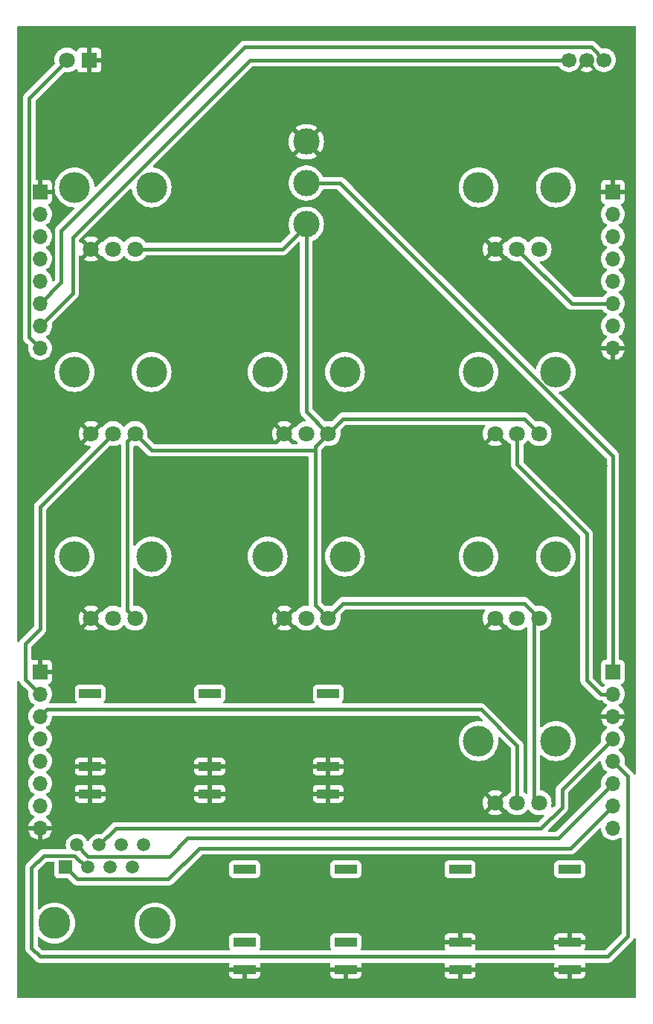
<source format=gbr>
%TF.GenerationSoftware,KiCad,Pcbnew,7.0.9*%
%TF.CreationDate,2024-02-02T16:30:55+00:00*%
%TF.ProjectId,QuadMod_Controls,51756164-4d6f-4645-9f43-6f6e74726f6c,rev?*%
%TF.SameCoordinates,Original*%
%TF.FileFunction,Copper,L1,Top*%
%TF.FilePolarity,Positive*%
%FSLAX46Y46*%
G04 Gerber Fmt 4.6, Leading zero omitted, Abs format (unit mm)*
G04 Created by KiCad (PCBNEW 7.0.9) date 2024-02-02 16:30:55*
%MOMM*%
%LPD*%
G01*
G04 APERTURE LIST*
%TA.AperFunction,ComponentPad*%
%ADD10R,1.700000X1.700000*%
%TD*%
%TA.AperFunction,ComponentPad*%
%ADD11O,1.700000X1.700000*%
%TD*%
%TA.AperFunction,ComponentPad*%
%ADD12C,1.800000*%
%TD*%
%TA.AperFunction,WasherPad*%
%ADD13C,3.500000*%
%TD*%
%TA.AperFunction,ComponentPad*%
%ADD14R,2.500000X1.000000*%
%TD*%
%TA.AperFunction,ComponentPad*%
%ADD15C,1.700000*%
%TD*%
%TA.AperFunction,ComponentPad*%
%ADD16C,3.000000*%
%TD*%
%TA.AperFunction,ComponentPad*%
%ADD17R,1.800000X1.800000*%
%TD*%
%TA.AperFunction,ComponentPad*%
%ADD18C,1.500000*%
%TD*%
%TA.AperFunction,ComponentPad*%
%ADD19R,1.500000X1.500000*%
%TD*%
%TA.AperFunction,WasherPad*%
%ADD20C,3.650000*%
%TD*%
%TA.AperFunction,ViaPad*%
%ADD21C,0.800000*%
%TD*%
%TA.AperFunction,Conductor*%
%ADD22C,0.400000*%
%TD*%
G04 APERTURE END LIST*
D10*
%TO.P,J4,1,Pin_1*%
%TO.N,GND*%
X102700000Y-123600000D03*
D11*
%TO.P,J4,2,Pin_2*%
%TO.N,/LFO_RANGE*%
X102700000Y-126140000D03*
%TO.P,J4,3,Pin_3*%
%TO.N,/DLY_MIX*%
X102700000Y-128680000D03*
%TO.P,J4,4,Pin_4*%
%TO.N,+3.3VA*%
X102700000Y-131220000D03*
%TO.P,J4,5,Pin_5*%
%TO.N,/FX_MIX*%
X102700000Y-133760000D03*
%TO.P,J4,6,Pin_6*%
%TO.N,/OUT_AMP2*%
X102700000Y-136300000D03*
%TO.P,J4,7,Pin_7*%
%TO.N,/OUT_AMP1*%
X102700000Y-138840000D03*
%TO.P,J4,8,Pin_8*%
%TO.N,GND*%
X102700000Y-141380000D03*
%TD*%
D10*
%TO.P,J3,1,Pin_1*%
%TO.N,/FX_TYPE*%
X167900000Y-123600000D03*
D11*
%TO.P,J3,2,Pin_2*%
%TO.N,/DLY_FEEDBACK*%
X167900000Y-126140000D03*
%TO.P,J3,3,Pin_3*%
%TO.N,GND*%
X167900000Y-128680000D03*
%TO.P,J3,4,Pin_4*%
%TO.N,/IN4*%
X167900000Y-131220000D03*
%TO.P,J3,5,Pin_5*%
%TO.N,/IN3*%
X167900000Y-133760000D03*
%TO.P,J3,6,Pin_6*%
%TO.N,/IN2*%
X167900000Y-136300000D03*
%TO.P,J3,7,Pin_7*%
%TO.N,/IN1*%
X167900000Y-138840000D03*
%TO.P,J3,8,Pin_8*%
%TO.N,+3.3VA*%
X167900000Y-141380000D03*
%TD*%
D10*
%TO.P,J2,1,Pin_1*%
%TO.N,GND*%
X102700000Y-69000000D03*
D11*
%TO.P,J2,2,Pin_2*%
%TO.N,/FX_FEEDBACK_CV*%
X102700000Y-71540000D03*
%TO.P,J2,3,Pin_3*%
%TO.N,/FX_FEEDBACK_POT*%
X102700000Y-74080000D03*
%TO.P,J2,4,Pin_4*%
%TO.N,/LFO_SPEED_POT*%
X102700000Y-76620000D03*
%TO.P,J2,5,Pin_5*%
%TO.N,/LFO_SPEED_CV*%
X102700000Y-79160000D03*
%TO.P,J2,6,Pin_6*%
%TO.N,/CLOCKED_LED*%
X102700000Y-81700000D03*
%TO.P,J2,7,Pin_7*%
%TO.N,/DELAY_LED*%
X102700000Y-84240000D03*
%TO.P,J2,8,Pin_8*%
%TO.N,/FX_LED*%
X102700000Y-86780000D03*
%TD*%
D10*
%TO.P,J1,1,Pin_1*%
%TO.N,GND*%
X167900000Y-69000000D03*
D11*
%TO.P,J1,2,Pin_2*%
%TO.N,/LFO_BASEFREQ_CV*%
X167900000Y-71540000D03*
%TO.P,J1,3,Pin_3*%
%TO.N,/LFO_BASEFREQ_POT*%
X167900000Y-74080000D03*
%TO.P,J1,4,Pin_4*%
%TO.N,/DLY_FILTER_CV*%
X167900000Y-76620000D03*
%TO.P,J1,5,Pin_5*%
%TO.N,/DLY_FILTER_POT*%
X167900000Y-79160000D03*
%TO.P,J1,6,Pin_6*%
%TO.N,/DLY_TIME_POT*%
X167900000Y-81700000D03*
%TO.P,J1,7,Pin_7*%
%TO.N,/DLY_TIME_CV*%
X167900000Y-84240000D03*
%TO.P,J1,8,Pin_8*%
%TO.N,GND*%
X167900000Y-86780000D03*
%TD*%
D12*
%TO.P,FX_Mix_Pot1,3,3*%
%TO.N,GND*%
X108500000Y-75500000D03*
%TO.P,FX_Mix_Pot1,2,2*%
%TO.N,/FX_MIX*%
X111000000Y-75500000D03*
%TO.P,FX_Mix_Pot1,1,1*%
%TO.N,+3.3VA*%
X113500000Y-75500000D03*
D13*
%TO.P,FX_Mix_Pot1,*%
%TO.N,*%
X115400000Y-68500000D03*
X106600000Y-68500000D03*
%TD*%
D12*
%TO.P,Delay_Feedback_Pot1,3,3*%
%TO.N,GND*%
X154500000Y-96500000D03*
%TO.P,Delay_Feedback_Pot1,2,2*%
%TO.N,/DLY_FEEDBACK*%
X157000000Y-96500000D03*
%TO.P,Delay_Feedback_Pot1,1,1*%
%TO.N,+3.3VA*%
X159500000Y-96500000D03*
D13*
%TO.P,Delay_Feedback_Pot1,*%
%TO.N,*%
X161400000Y-89500000D03*
X152600000Y-89500000D03*
%TD*%
D14*
%TO.P,J8,3*%
%TO.N,/FX_FEEDBACK_CV*%
X135500000Y-126080000D03*
%TO.P,J8,2*%
%TO.N,GND*%
X135500000Y-134380000D03*
%TO.P,J8,1*%
X135500000Y-137480000D03*
%TD*%
%TO.P,J10,3*%
%TO.N,/OUT_AMP1*%
X126000000Y-146080000D03*
%TO.P,J10,2*%
%TO.N,unconnected-(J10-Pad2)*%
X126000000Y-154380000D03*
%TO.P,J10,1*%
%TO.N,GND*%
X126000000Y-157480000D03*
%TD*%
D15*
%TO.P,Delay_LED1,1,A1*%
%TO.N,/CLOCKED_LED*%
X166900000Y-54000000D03*
%TO.P,Delay_LED1,2,K*%
%TO.N,GND*%
X164900000Y-54000000D03*
%TO.P,Delay_LED1,3,A2*%
%TO.N,/DELAY_LED*%
X162900000Y-54000000D03*
%TD*%
D12*
%TO.P,FX_Feedback_Pot1,3,3*%
%TO.N,GND*%
X130500000Y-117500000D03*
%TO.P,FX_Feedback_Pot1,2,2*%
%TO.N,/FX_FEEDBACK_POT*%
X133000000Y-117500000D03*
%TO.P,FX_Feedback_Pot1,1,1*%
%TO.N,+3.3VA*%
X135500000Y-117500000D03*
D13*
%TO.P,FX_Feedback_Pot1,*%
%TO.N,*%
X137400000Y-110500000D03*
X128600000Y-110500000D03*
%TD*%
D12*
%TO.P,LFO_BaseFreq_Pot1,3,3*%
%TO.N,GND*%
X130500000Y-96500000D03*
%TO.P,LFO_BaseFreq_Pot1,2,2*%
%TO.N,/LFO_BASEFREQ_POT*%
X133000000Y-96500000D03*
%TO.P,LFO_BaseFreq_Pot1,1,1*%
%TO.N,+3.3VA*%
X135500000Y-96500000D03*
D13*
%TO.P,LFO_BaseFreq_Pot1,*%
%TO.N,*%
X137400000Y-89500000D03*
X128600000Y-89500000D03*
%TD*%
D12*
%TO.P,Delay_Mix_Pot1,3,3*%
%TO.N,GND*%
X154500000Y-138500000D03*
%TO.P,Delay_Mix_Pot1,2,2*%
%TO.N,/DLY_MIX*%
X157000000Y-138500000D03*
%TO.P,Delay_Mix_Pot1,1,1*%
%TO.N,+3.3VA*%
X159500000Y-138500000D03*
D13*
%TO.P,Delay_Mix_Pot1,*%
%TO.N,*%
X161400000Y-131500000D03*
X152600000Y-131500000D03*
%TD*%
D14*
%TO.P,J9,3*%
%TO.N,/LFO_SPEED_CV*%
X108400000Y-126080000D03*
%TO.P,J9,2*%
%TO.N,GND*%
X108400000Y-134380000D03*
%TO.P,J9,1*%
X108400000Y-137480000D03*
%TD*%
D12*
%TO.P,Delay_Time_Pot1,3,3*%
%TO.N,GND*%
X154500000Y-75500000D03*
%TO.P,Delay_Time_Pot1,2,2*%
%TO.N,/DLY_TIME_POT*%
X157000000Y-75500000D03*
%TO.P,Delay_Time_Pot1,1,1*%
%TO.N,+3.3VA*%
X159500000Y-75500000D03*
D13*
%TO.P,Delay_Time_Pot1,*%
%TO.N,*%
X161400000Y-68500000D03*
X152600000Y-68500000D03*
%TD*%
D12*
%TO.P,LFO_Range_Pot1,3,3*%
%TO.N,GND*%
X108500000Y-96500000D03*
%TO.P,LFO_Range_Pot1,2,2*%
%TO.N,/LFO_RANGE*%
X111000000Y-96500000D03*
%TO.P,LFO_Range_Pot1,1,1*%
%TO.N,+3.3VA*%
X113500000Y-96500000D03*
D13*
%TO.P,LFO_Range_Pot1,*%
%TO.N,*%
X115400000Y-89500000D03*
X106600000Y-89500000D03*
%TD*%
D12*
%TO.P,LFO_Speed_Pot1,3,3*%
%TO.N,GND*%
X108500000Y-117500000D03*
%TO.P,LFO_Speed_Pot1,2,2*%
%TO.N,/LFO_SPEED_POT*%
X111000000Y-117500000D03*
%TO.P,LFO_Speed_Pot1,1,1*%
%TO.N,+3.3VA*%
X113500000Y-117500000D03*
D13*
%TO.P,LFO_Speed_Pot1,*%
%TO.N,*%
X115400000Y-110500000D03*
X106600000Y-110500000D03*
%TD*%
D16*
%TO.P,SW1,1,A*%
%TO.N,+3.3VA*%
X133000000Y-72700000D03*
%TO.P,SW1,2,B*%
%TO.N,/FX_TYPE*%
X133000000Y-68000000D03*
%TO.P,SW1,3,C*%
%TO.N,GND*%
X133000000Y-63300000D03*
%TD*%
D14*
%TO.P,J6,3*%
%TO.N,/DLY_FILTER_CV*%
X163000000Y-146080000D03*
%TO.P,J6,2*%
%TO.N,GND*%
X163000000Y-154380000D03*
%TO.P,J6,1*%
X163000000Y-157480000D03*
%TD*%
D12*
%TO.P,Delay_Filter_Pot1,3,3*%
%TO.N,GND*%
X154500000Y-117500000D03*
%TO.P,Delay_Filter_Pot1,2,2*%
%TO.N,/DLY_FILTER_POT*%
X157000000Y-117500000D03*
%TO.P,Delay_Filter_Pot1,1,1*%
%TO.N,+3.3VA*%
X159500000Y-117500000D03*
D13*
%TO.P,Delay_Filter_Pot1,*%
%TO.N,*%
X161400000Y-110500000D03*
X152600000Y-110500000D03*
%TD*%
D17*
%TO.P,FX_LED1,1,K*%
%TO.N,GND*%
X108270000Y-54000000D03*
D12*
%TO.P,FX_LED1,2,A*%
%TO.N,/FX_LED*%
X105730000Y-54000000D03*
%TD*%
D14*
%TO.P,J7,3*%
%TO.N,/LFO_BASEFREQ_CV*%
X122000000Y-126080000D03*
%TO.P,J7,2*%
%TO.N,GND*%
X122000000Y-134380000D03*
%TO.P,J7,1*%
X122000000Y-137480000D03*
%TD*%
%TO.P,J11,3*%
%TO.N,/OUT_AMP2*%
X137500000Y-146080000D03*
%TO.P,J11,2*%
%TO.N,unconnected-(J11-Pad2)*%
X137500000Y-154380000D03*
%TO.P,J11,1*%
%TO.N,GND*%
X137500000Y-157480000D03*
%TD*%
D18*
%TO.P,J13,8*%
%TO.N,unconnected-(J13-Pad8)*%
X114490000Y-143310000D03*
%TO.P,J13,7*%
%TO.N,unconnected-(J13-Pad7)*%
X113220000Y-145850000D03*
%TO.P,J13,6*%
%TO.N,unconnected-(J13-Pad6)*%
X111950000Y-143310000D03*
%TO.P,J13,5*%
%TO.N,unconnected-(J13-Pad5)*%
X110680000Y-145850000D03*
%TO.P,J13,4*%
%TO.N,/IN4*%
X109410000Y-143310000D03*
%TO.P,J13,3*%
%TO.N,/IN3*%
X108140000Y-145850000D03*
%TO.P,J13,2*%
%TO.N,/IN2*%
X106870000Y-143310000D03*
D19*
%TO.P,J13,1*%
%TO.N,/IN1*%
X105600000Y-145850000D03*
D20*
%TO.P,J13,*%
%TO.N,*%
X115760000Y-152200000D03*
X104330000Y-152200000D03*
%TD*%
D14*
%TO.P,J5,3*%
%TO.N,/DLY_TIME_CV*%
X150500000Y-146080000D03*
%TO.P,J5,2*%
%TO.N,GND*%
X150500000Y-154380000D03*
%TO.P,J5,1*%
X150500000Y-157480000D03*
%TD*%
D21*
%TO.N,GND*%
X160800000Y-107200000D03*
X105000000Y-114500000D03*
X123800000Y-112200000D03*
X149100000Y-69900000D03*
X157000000Y-69900000D03*
X166000000Y-72700000D03*
X114200000Y-57400000D03*
X145200000Y-61300000D03*
X144500000Y-88400000D03*
X146500000Y-121600000D03*
X145700000Y-106300000D03*
X144400000Y-72000000D03*
X136300000Y-72000000D03*
X166900000Y-100200000D03*
X164200000Y-76500000D03*
X159200000Y-79800000D03*
X115000000Y-129300000D03*
X129000000Y-130300000D03*
X164500000Y-137200000D03*
X164600000Y-126100000D03*
X166000000Y-124000000D03*
X101000000Y-127400000D03*
X100700000Y-144900000D03*
X168400000Y-158700000D03*
X103600000Y-157900000D03*
X115100000Y-148700000D03*
X147400000Y-139400000D03*
X131700000Y-101100000D03*
X141100000Y-75600000D03*
X147700000Y-82200000D03*
X159200000Y-55800000D03*
X122300000Y-51900000D03*
X135400000Y-93400000D03*
X138100000Y-97600000D03*
X110800000Y-99700000D03*
X115800000Y-120200000D03*
X116100000Y-125200000D03*
X101100000Y-116800000D03*
X115300000Y-138300000D03*
X103700000Y-146900000D03*
X129400000Y-146000000D03*
X140800000Y-146100000D03*
X154000000Y-145700000D03*
X167100000Y-148500000D03*
X167000000Y-143700000D03*
X156800000Y-127600000D03*
X160600000Y-124100000D03*
X160500000Y-135700000D03*
X125100000Y-126100000D03*
X132300000Y-125800000D03*
X140600000Y-125600000D03*
X136200000Y-114100000D03*
X155600000Y-113900000D03*
X162500000Y-116500000D03*
X155700000Y-92700000D03*
X159300000Y-92900000D03*
X162700000Y-103300000D03*
X162700000Y-96800000D03*
X140300000Y-68600000D03*
X147400000Y-75500000D03*
X129700000Y-78300000D03*
X136900000Y-76600000D03*
X103000000Y-53500000D03*
X112600000Y-70300000D03*
X117600000Y-71500000D03*
X120800000Y-73900000D03*
X125900000Y-74000000D03*
X124200000Y-77400000D03*
X107000000Y-85100000D03*
X115400000Y-94400000D03*
X102900000Y-89300000D03*
X104400000Y-100200000D03*
X107400000Y-102600000D03*
X114600000Y-114700000D03*
X114600000Y-100300000D03*
X123800000Y-100700000D03*
X123700000Y-96600000D03*
%TD*%
D22*
%TO.N,/IN3*%
X107950000Y-145850000D02*
X108140000Y-145850000D01*
X106600000Y-144500000D02*
X107950000Y-145850000D01*
X101700000Y-145900000D02*
X103100000Y-144500000D01*
X101700000Y-155000000D02*
X101700000Y-145900000D01*
X102700000Y-156000000D02*
X101700000Y-155000000D01*
X169600000Y-153700000D02*
X167300000Y-156000000D01*
X169600000Y-135460000D02*
X169600000Y-153700000D01*
X167900000Y-133760000D02*
X169600000Y-135460000D01*
X167300000Y-156000000D02*
X102700000Y-156000000D01*
X103100000Y-144500000D02*
X106600000Y-144500000D01*
%TO.N,+3.3VA*%
X115400000Y-98400000D02*
X133900000Y-98400000D01*
X134000000Y-116000000D02*
X135500000Y-117500000D01*
X133000000Y-94000000D02*
X135500000Y-96500000D01*
X157800000Y-115800000D02*
X137200000Y-115800000D01*
X158900000Y-118100000D02*
X159500000Y-117500000D01*
X157800000Y-94800000D02*
X137200000Y-94800000D01*
X134000000Y-98000000D02*
X134000000Y-116000000D01*
X112600000Y-97400000D02*
X113500000Y-96500000D01*
X158900000Y-137900000D02*
X158900000Y-118100000D01*
X130300000Y-75500000D02*
X133000000Y-72800000D01*
X113500000Y-75500000D02*
X130300000Y-75500000D01*
X113500000Y-117500000D02*
X112600000Y-116600000D01*
X112600000Y-116600000D02*
X112600000Y-97400000D01*
X159500000Y-117500000D02*
X157800000Y-115800000D01*
X133000000Y-72800000D02*
X133000000Y-72700000D01*
X159500000Y-138500000D02*
X158900000Y-137900000D01*
X133000000Y-72700000D02*
X133000000Y-94000000D01*
X159500000Y-96500000D02*
X157800000Y-94800000D01*
X113500000Y-96500000D02*
X115400000Y-98400000D01*
X137200000Y-94800000D02*
X135500000Y-96500000D01*
X135500000Y-96500000D02*
X134000000Y-98000000D01*
X137200000Y-115800000D02*
X135500000Y-117500000D01*
X133900000Y-98400000D02*
X134000000Y-98300000D01*
X134000000Y-98300000D02*
X134000000Y-98000000D01*
%TO.N,/DELAY_LED*%
X102700000Y-84240000D02*
X106400000Y-80540000D01*
X126600000Y-54000000D02*
X162900000Y-54000000D01*
X106400000Y-80540000D02*
X106400000Y-74200000D01*
X106400000Y-74200000D02*
X126600000Y-54000000D01*
%TO.N,/DLY_TIME_POT*%
X163200000Y-81700000D02*
X167900000Y-81700000D01*
X157000000Y-75500000D02*
X163200000Y-81700000D01*
%TO.N,/FX_LED*%
X102700000Y-86780000D02*
X101450000Y-85530000D01*
X101450000Y-85530000D02*
X101450000Y-58350000D01*
X105730000Y-54070000D02*
X105730000Y-54000000D01*
X101450000Y-58350000D02*
X105730000Y-54070000D01*
%TO.N,/FX_TYPE*%
X136859440Y-68000000D02*
X133000000Y-68000000D01*
X167900000Y-99040560D02*
X136859440Y-68000000D01*
X167900000Y-123600000D02*
X167900000Y-99040560D01*
%TO.N,/LFO_RANGE*%
X102700000Y-126140000D02*
X101000000Y-124440000D01*
X102700000Y-104800000D02*
X111000000Y-96500000D01*
X101000000Y-120400000D02*
X102700000Y-118700000D01*
X101000000Y-124440000D02*
X101000000Y-120400000D01*
X102700000Y-118700000D02*
X102700000Y-104800000D01*
%TO.N,/IN4*%
X159700000Y-141400000D02*
X111320000Y-141400000D01*
X111320000Y-141400000D02*
X109410000Y-143310000D01*
X162100000Y-139000000D02*
X159700000Y-141400000D01*
X162100000Y-137020000D02*
X162100000Y-139000000D01*
X167900000Y-131220000D02*
X162100000Y-137020000D01*
%TO.N,/IN2*%
X117400000Y-144600000D02*
X108160000Y-144600000D01*
X161700000Y-142500000D02*
X119500000Y-142500000D01*
X108160000Y-144600000D02*
X106870000Y-143310000D01*
X167900000Y-136300000D02*
X161700000Y-142500000D01*
X119500000Y-142500000D02*
X117400000Y-144600000D01*
%TO.N,/IN1*%
X120800000Y-143700000D02*
X163040000Y-143700000D01*
X106950000Y-147200000D02*
X117300000Y-147200000D01*
X105600000Y-145850000D02*
X106950000Y-147200000D01*
X117300000Y-147200000D02*
X120800000Y-143700000D01*
X163040000Y-143700000D02*
X167900000Y-138840000D01*
%TO.N,/DLY_FEEDBACK*%
X164900000Y-124540000D02*
X164900000Y-107900000D01*
X166500000Y-126140000D02*
X164900000Y-124540000D01*
X164900000Y-107900000D02*
X157000000Y-100000000D01*
X167900000Y-126140000D02*
X166500000Y-126140000D01*
X157000000Y-100000000D02*
X157000000Y-96500000D01*
%TO.N,/DLY_MIX*%
X152900000Y-127900000D02*
X157000000Y-132000000D01*
X102700000Y-128680000D02*
X103480000Y-127900000D01*
X103480000Y-127900000D02*
X152900000Y-127900000D01*
X157000000Y-132000000D02*
X157000000Y-138500000D01*
%TO.N,/CLOCKED_LED*%
X126000000Y-52500000D02*
X165400000Y-52500000D01*
X105100000Y-73400000D02*
X126000000Y-52500000D01*
X102700000Y-81700000D02*
X105100000Y-79300000D01*
X165400000Y-52500000D02*
X166900000Y-54000000D01*
X105100000Y-79300000D02*
X105100000Y-73400000D01*
%TD*%
%TA.AperFunction,Conductor*%
%TO.N,GND*%
G36*
X100309012Y-124659452D02*
G01*
X100341407Y-124702982D01*
X100344358Y-124709540D01*
X100345810Y-124713047D01*
X100356901Y-124742289D01*
X100368046Y-124771675D01*
X100373840Y-124780069D01*
X100385035Y-124799919D01*
X100389223Y-124809222D01*
X100389225Y-124809226D01*
X100396535Y-124818556D01*
X100427899Y-124858590D01*
X100430154Y-124861655D01*
X100465783Y-124913271D01*
X100465784Y-124913272D01*
X100465785Y-124913273D01*
X100512750Y-124954880D01*
X100515494Y-124957464D01*
X100957279Y-125399249D01*
X101328700Y-125770670D01*
X101362726Y-125832982D01*
X101361750Y-125890692D01*
X101355437Y-125915623D01*
X101336844Y-126140000D01*
X101355437Y-126364375D01*
X101410702Y-126582612D01*
X101410703Y-126582613D01*
X101410704Y-126582616D01*
X101466985Y-126710925D01*
X101501141Y-126788793D01*
X101624275Y-126977265D01*
X101624279Y-126977270D01*
X101776762Y-127142908D01*
X101831331Y-127185381D01*
X101954424Y-127281189D01*
X101987680Y-127299186D01*
X102038071Y-127349200D01*
X102053423Y-127418516D01*
X102028862Y-127485129D01*
X101987680Y-127520814D01*
X101954426Y-127538810D01*
X101954424Y-127538811D01*
X101776762Y-127677091D01*
X101624279Y-127842729D01*
X101624275Y-127842734D01*
X101501141Y-128031206D01*
X101410703Y-128237386D01*
X101410702Y-128237387D01*
X101355437Y-128455624D01*
X101355436Y-128455630D01*
X101355436Y-128455632D01*
X101336844Y-128680000D01*
X101354232Y-128889844D01*
X101355437Y-128904375D01*
X101410702Y-129122612D01*
X101410703Y-129122613D01*
X101410704Y-129122616D01*
X101501140Y-129328791D01*
X101501141Y-129328793D01*
X101624275Y-129517265D01*
X101624279Y-129517270D01*
X101776762Y-129682908D01*
X101804333Y-129704367D01*
X101954424Y-129821189D01*
X101987153Y-129838901D01*
X101987680Y-129839186D01*
X102038071Y-129889200D01*
X102053423Y-129958516D01*
X102028862Y-130025129D01*
X101987680Y-130060813D01*
X101954426Y-130078810D01*
X101954424Y-130078811D01*
X101776762Y-130217091D01*
X101624279Y-130382729D01*
X101624275Y-130382734D01*
X101501141Y-130571206D01*
X101410703Y-130777386D01*
X101410702Y-130777387D01*
X101355437Y-130995624D01*
X101355436Y-130995630D01*
X101355436Y-130995632D01*
X101351966Y-131037510D01*
X101336844Y-131220000D01*
X101355437Y-131444375D01*
X101410702Y-131662612D01*
X101410703Y-131662613D01*
X101410704Y-131662616D01*
X101501140Y-131868791D01*
X101501141Y-131868793D01*
X101624275Y-132057265D01*
X101624279Y-132057270D01*
X101776762Y-132222908D01*
X101831331Y-132265381D01*
X101954424Y-132361189D01*
X101987680Y-132379186D01*
X102038071Y-132429200D01*
X102053423Y-132498516D01*
X102028862Y-132565129D01*
X101987680Y-132600813D01*
X101954426Y-132618810D01*
X101954424Y-132618811D01*
X101776762Y-132757091D01*
X101624279Y-132922729D01*
X101624275Y-132922734D01*
X101501141Y-133111206D01*
X101410703Y-133317386D01*
X101410702Y-133317387D01*
X101355437Y-133535624D01*
X101355436Y-133535630D01*
X101355436Y-133535632D01*
X101336844Y-133760000D01*
X101345910Y-133869412D01*
X101355437Y-133984375D01*
X101410702Y-134202612D01*
X101410703Y-134202613D01*
X101410704Y-134202616D01*
X101488511Y-134380000D01*
X101501141Y-134408793D01*
X101624275Y-134597265D01*
X101624279Y-134597270D01*
X101776762Y-134762908D01*
X101831331Y-134805381D01*
X101954424Y-134901189D01*
X101987680Y-134919186D01*
X102038071Y-134969200D01*
X102053423Y-135038516D01*
X102028862Y-135105129D01*
X101987680Y-135140813D01*
X101954426Y-135158810D01*
X101954424Y-135158811D01*
X101776762Y-135297091D01*
X101624279Y-135462729D01*
X101624275Y-135462734D01*
X101501141Y-135651206D01*
X101410703Y-135857386D01*
X101410702Y-135857387D01*
X101355437Y-136075624D01*
X101355436Y-136075630D01*
X101355436Y-136075632D01*
X101336844Y-136300000D01*
X101353625Y-136502518D01*
X101355437Y-136524375D01*
X101410702Y-136742612D01*
X101410703Y-136742613D01*
X101410704Y-136742616D01*
X101486406Y-136915201D01*
X101501141Y-136948793D01*
X101624275Y-137137265D01*
X101624279Y-137137270D01*
X101776762Y-137302908D01*
X101795162Y-137317229D01*
X101954424Y-137441189D01*
X101987680Y-137459186D01*
X102038071Y-137509200D01*
X102053423Y-137578516D01*
X102028862Y-137645129D01*
X101987680Y-137680813D01*
X101954426Y-137698810D01*
X101954424Y-137698811D01*
X101776762Y-137837091D01*
X101624279Y-138002729D01*
X101624275Y-138002734D01*
X101501141Y-138191206D01*
X101410703Y-138397386D01*
X101410702Y-138397387D01*
X101355437Y-138615624D01*
X101355436Y-138615630D01*
X101355436Y-138615632D01*
X101336844Y-138840000D01*
X101352311Y-139026658D01*
X101355437Y-139064375D01*
X101410702Y-139282612D01*
X101410703Y-139282613D01*
X101410704Y-139282616D01*
X101494333Y-139473273D01*
X101501141Y-139488793D01*
X101624275Y-139677265D01*
X101624279Y-139677270D01*
X101776762Y-139842908D01*
X101778864Y-139844544D01*
X101954424Y-139981189D01*
X101988205Y-139999470D01*
X102038596Y-140049482D01*
X102053949Y-140118799D01*
X102029389Y-140185412D01*
X101988209Y-140221096D01*
X101954704Y-140239228D01*
X101954698Y-140239232D01*
X101777097Y-140377465D01*
X101624674Y-140543041D01*
X101501580Y-140731451D01*
X101411179Y-140937543D01*
X101411176Y-140937550D01*
X101363455Y-141125999D01*
X101363456Y-141126000D01*
X102268884Y-141126000D01*
X102240507Y-141170156D01*
X102200000Y-141308111D01*
X102200000Y-141451889D01*
X102240507Y-141589844D01*
X102268884Y-141634000D01*
X101363455Y-141634000D01*
X101411176Y-141822449D01*
X101411179Y-141822456D01*
X101501580Y-142028548D01*
X101624674Y-142216958D01*
X101777097Y-142382534D01*
X101954698Y-142520767D01*
X101954699Y-142520768D01*
X102152628Y-142627882D01*
X102152630Y-142627883D01*
X102365483Y-142700955D01*
X102365492Y-142700957D01*
X102446000Y-142714391D01*
X102446000Y-141813674D01*
X102557685Y-141864680D01*
X102664237Y-141880000D01*
X102735763Y-141880000D01*
X102842315Y-141864680D01*
X102954000Y-141813674D01*
X102954000Y-142714390D01*
X103034507Y-142700957D01*
X103034516Y-142700955D01*
X103247369Y-142627883D01*
X103247371Y-142627882D01*
X103445300Y-142520768D01*
X103445301Y-142520767D01*
X103622902Y-142382534D01*
X103775325Y-142216958D01*
X103898419Y-142028548D01*
X103988820Y-141822456D01*
X103988823Y-141822449D01*
X104036544Y-141634000D01*
X103131116Y-141634000D01*
X103159493Y-141589844D01*
X103200000Y-141451889D01*
X103200000Y-141308111D01*
X103159493Y-141170156D01*
X103131116Y-141126000D01*
X104036544Y-141126000D01*
X104036544Y-141125999D01*
X103988823Y-140937550D01*
X103988820Y-140937543D01*
X103898419Y-140731451D01*
X103775325Y-140543041D01*
X103622902Y-140377465D01*
X103445301Y-140239232D01*
X103445300Y-140239231D01*
X103411791Y-140221097D01*
X103361401Y-140171083D01*
X103346050Y-140101766D01*
X103370612Y-140035153D01*
X103411790Y-139999472D01*
X103445576Y-139981189D01*
X103623240Y-139842906D01*
X103775722Y-139677268D01*
X103898860Y-139488791D01*
X103989296Y-139282616D01*
X104044564Y-139064368D01*
X104063156Y-138840000D01*
X104044564Y-138615632D01*
X103989296Y-138397384D01*
X103898860Y-138191209D01*
X103865919Y-138140789D01*
X103775724Y-138002734D01*
X103775720Y-138002729D01*
X103623237Y-137837091D01*
X103541382Y-137773381D01*
X103490786Y-137734000D01*
X106642000Y-137734000D01*
X106642000Y-138028597D01*
X106648505Y-138089093D01*
X106699555Y-138225964D01*
X106699555Y-138225965D01*
X106787095Y-138342904D01*
X106904034Y-138430444D01*
X107040906Y-138481494D01*
X107101402Y-138487999D01*
X107101415Y-138488000D01*
X108146000Y-138488000D01*
X108146000Y-137734000D01*
X108654000Y-137734000D01*
X108654000Y-138488000D01*
X109698585Y-138488000D01*
X109698597Y-138487999D01*
X109759093Y-138481494D01*
X109895964Y-138430444D01*
X109895965Y-138430444D01*
X110012904Y-138342904D01*
X110100444Y-138225965D01*
X110100444Y-138225964D01*
X110151494Y-138089093D01*
X110157999Y-138028597D01*
X110158000Y-138028585D01*
X110158000Y-137734000D01*
X120242000Y-137734000D01*
X120242000Y-138028597D01*
X120248505Y-138089093D01*
X120299555Y-138225964D01*
X120299555Y-138225965D01*
X120387095Y-138342904D01*
X120504034Y-138430444D01*
X120640906Y-138481494D01*
X120701402Y-138487999D01*
X120701415Y-138488000D01*
X121746000Y-138488000D01*
X121746000Y-137734000D01*
X122254000Y-137734000D01*
X122254000Y-138488000D01*
X123298585Y-138488000D01*
X123298597Y-138487999D01*
X123359093Y-138481494D01*
X123495964Y-138430444D01*
X123495965Y-138430444D01*
X123612904Y-138342904D01*
X123700444Y-138225965D01*
X123700444Y-138225964D01*
X123751494Y-138089093D01*
X123757999Y-138028597D01*
X123758000Y-138028585D01*
X123758000Y-137734000D01*
X133742000Y-137734000D01*
X133742000Y-138028597D01*
X133748505Y-138089093D01*
X133799555Y-138225964D01*
X133799555Y-138225965D01*
X133887095Y-138342904D01*
X134004034Y-138430444D01*
X134140906Y-138481494D01*
X134201402Y-138487999D01*
X134201415Y-138488000D01*
X135246000Y-138488000D01*
X135246000Y-137734000D01*
X135754000Y-137734000D01*
X135754000Y-138488000D01*
X136798585Y-138488000D01*
X136798597Y-138487999D01*
X136859093Y-138481494D01*
X136995964Y-138430444D01*
X136995965Y-138430444D01*
X137112904Y-138342904D01*
X137200444Y-138225965D01*
X137200444Y-138225964D01*
X137251494Y-138089093D01*
X137257999Y-138028597D01*
X137258000Y-138028585D01*
X137258000Y-137734000D01*
X135754000Y-137734000D01*
X135246000Y-137734000D01*
X133742000Y-137734000D01*
X123758000Y-137734000D01*
X122254000Y-137734000D01*
X121746000Y-137734000D01*
X120242000Y-137734000D01*
X110158000Y-137734000D01*
X108654000Y-137734000D01*
X108146000Y-137734000D01*
X106642000Y-137734000D01*
X103490786Y-137734000D01*
X103445576Y-137698811D01*
X103412319Y-137680813D01*
X103361929Y-137630802D01*
X103346576Y-137561485D01*
X103371136Y-137494872D01*
X103388299Y-137480000D01*
X107645102Y-137480000D01*
X107664505Y-137577545D01*
X107719760Y-137660240D01*
X107802455Y-137715495D01*
X107875376Y-137730000D01*
X108924624Y-137730000D01*
X108997545Y-137715495D01*
X109080240Y-137660240D01*
X109135495Y-137577545D01*
X109154898Y-137480000D01*
X121245102Y-137480000D01*
X121264505Y-137577545D01*
X121319760Y-137660240D01*
X121402455Y-137715495D01*
X121475376Y-137730000D01*
X122524624Y-137730000D01*
X122597545Y-137715495D01*
X122680240Y-137660240D01*
X122735495Y-137577545D01*
X122754898Y-137480000D01*
X134745102Y-137480000D01*
X134764505Y-137577545D01*
X134819760Y-137660240D01*
X134902455Y-137715495D01*
X134975376Y-137730000D01*
X136024624Y-137730000D01*
X136097545Y-137715495D01*
X136180240Y-137660240D01*
X136235495Y-137577545D01*
X136254898Y-137480000D01*
X136235495Y-137382455D01*
X136180240Y-137299760D01*
X136097545Y-137244505D01*
X136024624Y-137230000D01*
X134975376Y-137230000D01*
X134902455Y-137244505D01*
X134819760Y-137299760D01*
X134764505Y-137382455D01*
X134745102Y-137480000D01*
X122754898Y-137480000D01*
X122735495Y-137382455D01*
X122680240Y-137299760D01*
X122597545Y-137244505D01*
X122524624Y-137230000D01*
X121475376Y-137230000D01*
X121402455Y-137244505D01*
X121319760Y-137299760D01*
X121264505Y-137382455D01*
X121245102Y-137480000D01*
X109154898Y-137480000D01*
X109135495Y-137382455D01*
X109080240Y-137299760D01*
X108997545Y-137244505D01*
X108924624Y-137230000D01*
X107875376Y-137230000D01*
X107802455Y-137244505D01*
X107719760Y-137299760D01*
X107664505Y-137382455D01*
X107645102Y-137480000D01*
X103388299Y-137480000D01*
X103412320Y-137459186D01*
X103445576Y-137441189D01*
X103623240Y-137302906D01*
X103694038Y-137226000D01*
X106642000Y-137226000D01*
X108146000Y-137226000D01*
X108146000Y-136472000D01*
X108654000Y-136472000D01*
X108654000Y-137226000D01*
X110158000Y-137226000D01*
X120242000Y-137226000D01*
X121746000Y-137226000D01*
X121746000Y-136472000D01*
X122254000Y-136472000D01*
X122254000Y-137226000D01*
X123758000Y-137226000D01*
X133742000Y-137226000D01*
X135246000Y-137226000D01*
X135246000Y-136472000D01*
X135754000Y-136472000D01*
X135754000Y-137226000D01*
X137258000Y-137226000D01*
X137258000Y-136931414D01*
X137257999Y-136931402D01*
X137251494Y-136870906D01*
X137200444Y-136734035D01*
X137200444Y-136734034D01*
X137112904Y-136617095D01*
X136995965Y-136529555D01*
X136859093Y-136478505D01*
X136798597Y-136472000D01*
X135754000Y-136472000D01*
X135246000Y-136472000D01*
X134201402Y-136472000D01*
X134140906Y-136478505D01*
X134004035Y-136529555D01*
X134004034Y-136529555D01*
X133887095Y-136617095D01*
X133799555Y-136734034D01*
X133799555Y-136734035D01*
X133748505Y-136870906D01*
X133742000Y-136931402D01*
X133742000Y-137226000D01*
X123758000Y-137226000D01*
X123758000Y-136931414D01*
X123757999Y-136931402D01*
X123751494Y-136870906D01*
X123700444Y-136734035D01*
X123700444Y-136734034D01*
X123612904Y-136617095D01*
X123495965Y-136529555D01*
X123359093Y-136478505D01*
X123298597Y-136472000D01*
X122254000Y-136472000D01*
X121746000Y-136472000D01*
X120701402Y-136472000D01*
X120640906Y-136478505D01*
X120504035Y-136529555D01*
X120504034Y-136529555D01*
X120387095Y-136617095D01*
X120299555Y-136734034D01*
X120299555Y-136734035D01*
X120248505Y-136870906D01*
X120242000Y-136931402D01*
X120242000Y-137226000D01*
X110158000Y-137226000D01*
X110158000Y-136931414D01*
X110157999Y-136931402D01*
X110151494Y-136870906D01*
X110100444Y-136734035D01*
X110100444Y-136734034D01*
X110012904Y-136617095D01*
X109895965Y-136529555D01*
X109759093Y-136478505D01*
X109698597Y-136472000D01*
X108654000Y-136472000D01*
X108146000Y-136472000D01*
X107101402Y-136472000D01*
X107040906Y-136478505D01*
X106904035Y-136529555D01*
X106904034Y-136529555D01*
X106787095Y-136617095D01*
X106699555Y-136734034D01*
X106699555Y-136734035D01*
X106648505Y-136870906D01*
X106642000Y-136931402D01*
X106642000Y-137226000D01*
X103694038Y-137226000D01*
X103775722Y-137137268D01*
X103898860Y-136948791D01*
X103989296Y-136742616D01*
X104044564Y-136524368D01*
X104063156Y-136300000D01*
X104044564Y-136075632D01*
X103989296Y-135857384D01*
X103898860Y-135651209D01*
X103787926Y-135481411D01*
X103775724Y-135462734D01*
X103775720Y-135462729D01*
X103623237Y-135297091D01*
X103515770Y-135213446D01*
X103445576Y-135158811D01*
X103412319Y-135140813D01*
X103361929Y-135090802D01*
X103346576Y-135021485D01*
X103371136Y-134954872D01*
X103412320Y-134919186D01*
X103445576Y-134901189D01*
X103623240Y-134762906D01*
X103741907Y-134634000D01*
X106642000Y-134634000D01*
X106642000Y-134928597D01*
X106648505Y-134989093D01*
X106699555Y-135125964D01*
X106699555Y-135125965D01*
X106787095Y-135242904D01*
X106904034Y-135330444D01*
X107040906Y-135381494D01*
X107101402Y-135387999D01*
X107101415Y-135388000D01*
X108146000Y-135388000D01*
X108146000Y-134634000D01*
X108654000Y-134634000D01*
X108654000Y-135388000D01*
X109698585Y-135388000D01*
X109698597Y-135387999D01*
X109759093Y-135381494D01*
X109895964Y-135330444D01*
X109895965Y-135330444D01*
X110012904Y-135242904D01*
X110100444Y-135125965D01*
X110100444Y-135125964D01*
X110151494Y-134989093D01*
X110157999Y-134928597D01*
X110158000Y-134928585D01*
X110158000Y-134634000D01*
X120242000Y-134634000D01*
X120242000Y-134928597D01*
X120248505Y-134989093D01*
X120299555Y-135125964D01*
X120299555Y-135125965D01*
X120387095Y-135242904D01*
X120504034Y-135330444D01*
X120640906Y-135381494D01*
X120701402Y-135387999D01*
X120701415Y-135388000D01*
X121746000Y-135388000D01*
X121746000Y-134634000D01*
X122254000Y-134634000D01*
X122254000Y-135388000D01*
X123298585Y-135388000D01*
X123298597Y-135387999D01*
X123359093Y-135381494D01*
X123495964Y-135330444D01*
X123495965Y-135330444D01*
X123612904Y-135242904D01*
X123700444Y-135125965D01*
X123700444Y-135125964D01*
X123751494Y-134989093D01*
X123757999Y-134928597D01*
X123758000Y-134928585D01*
X123758000Y-134634000D01*
X133742000Y-134634000D01*
X133742000Y-134928597D01*
X133748505Y-134989093D01*
X133799555Y-135125964D01*
X133799555Y-135125965D01*
X133887095Y-135242904D01*
X134004034Y-135330444D01*
X134140906Y-135381494D01*
X134201402Y-135387999D01*
X134201415Y-135388000D01*
X135246000Y-135388000D01*
X135246000Y-134634000D01*
X135754000Y-134634000D01*
X135754000Y-135388000D01*
X136798585Y-135388000D01*
X136798597Y-135387999D01*
X136859093Y-135381494D01*
X136995964Y-135330444D01*
X136995965Y-135330444D01*
X137112904Y-135242904D01*
X137200444Y-135125965D01*
X137200444Y-135125964D01*
X137251494Y-134989093D01*
X137257999Y-134928597D01*
X137258000Y-134928585D01*
X137258000Y-134634000D01*
X135754000Y-134634000D01*
X135246000Y-134634000D01*
X133742000Y-134634000D01*
X123758000Y-134634000D01*
X122254000Y-134634000D01*
X121746000Y-134634000D01*
X120242000Y-134634000D01*
X110158000Y-134634000D01*
X108654000Y-134634000D01*
X108146000Y-134634000D01*
X106642000Y-134634000D01*
X103741907Y-134634000D01*
X103775722Y-134597268D01*
X103898860Y-134408791D01*
X103911489Y-134380000D01*
X107645102Y-134380000D01*
X107664505Y-134477545D01*
X107719760Y-134560240D01*
X107802455Y-134615495D01*
X107875376Y-134630000D01*
X108924624Y-134630000D01*
X108997545Y-134615495D01*
X109080240Y-134560240D01*
X109135495Y-134477545D01*
X109154898Y-134380000D01*
X121245102Y-134380000D01*
X121264505Y-134477545D01*
X121319760Y-134560240D01*
X121402455Y-134615495D01*
X121475376Y-134630000D01*
X122524624Y-134630000D01*
X122597545Y-134615495D01*
X122680240Y-134560240D01*
X122735495Y-134477545D01*
X122754898Y-134380000D01*
X134745102Y-134380000D01*
X134764505Y-134477545D01*
X134819760Y-134560240D01*
X134902455Y-134615495D01*
X134975376Y-134630000D01*
X136024624Y-134630000D01*
X136097545Y-134615495D01*
X136180240Y-134560240D01*
X136235495Y-134477545D01*
X136254898Y-134380000D01*
X136235495Y-134282455D01*
X136180240Y-134199760D01*
X136097545Y-134144505D01*
X136024624Y-134130000D01*
X134975376Y-134130000D01*
X134902455Y-134144505D01*
X134819760Y-134199760D01*
X134764505Y-134282455D01*
X134745102Y-134380000D01*
X122754898Y-134380000D01*
X122735495Y-134282455D01*
X122680240Y-134199760D01*
X122597545Y-134144505D01*
X122524624Y-134130000D01*
X121475376Y-134130000D01*
X121402455Y-134144505D01*
X121319760Y-134199760D01*
X121264505Y-134282455D01*
X121245102Y-134380000D01*
X109154898Y-134380000D01*
X109135495Y-134282455D01*
X109080240Y-134199760D01*
X108997545Y-134144505D01*
X108924624Y-134130000D01*
X107875376Y-134130000D01*
X107802455Y-134144505D01*
X107719760Y-134199760D01*
X107664505Y-134282455D01*
X107645102Y-134380000D01*
X103911489Y-134380000D01*
X103989296Y-134202616D01*
X104008698Y-134126000D01*
X106642000Y-134126000D01*
X108146000Y-134126000D01*
X108146000Y-133372000D01*
X108654000Y-133372000D01*
X108654000Y-134126000D01*
X110158000Y-134126000D01*
X120242000Y-134126000D01*
X121746000Y-134126000D01*
X121746000Y-133372000D01*
X122254000Y-133372000D01*
X122254000Y-134126000D01*
X123758000Y-134126000D01*
X133742000Y-134126000D01*
X135246000Y-134126000D01*
X135246000Y-133372000D01*
X135754000Y-133372000D01*
X135754000Y-134126000D01*
X137258000Y-134126000D01*
X137258000Y-133831414D01*
X137257999Y-133831402D01*
X137251494Y-133770906D01*
X137200444Y-133634035D01*
X137200444Y-133634034D01*
X137112904Y-133517095D01*
X136995965Y-133429555D01*
X136859093Y-133378505D01*
X136798597Y-133372000D01*
X135754000Y-133372000D01*
X135246000Y-133372000D01*
X134201402Y-133372000D01*
X134140906Y-133378505D01*
X134004035Y-133429555D01*
X134004034Y-133429555D01*
X133887095Y-133517095D01*
X133799555Y-133634034D01*
X133799555Y-133634035D01*
X133748505Y-133770906D01*
X133742000Y-133831402D01*
X133742000Y-134126000D01*
X123758000Y-134126000D01*
X123758000Y-133831414D01*
X123757999Y-133831402D01*
X123751494Y-133770906D01*
X123700444Y-133634035D01*
X123700444Y-133634034D01*
X123612904Y-133517095D01*
X123495965Y-133429555D01*
X123359093Y-133378505D01*
X123298597Y-133372000D01*
X122254000Y-133372000D01*
X121746000Y-133372000D01*
X120701402Y-133372000D01*
X120640906Y-133378505D01*
X120504035Y-133429555D01*
X120504034Y-133429555D01*
X120387095Y-133517095D01*
X120299555Y-133634034D01*
X120299555Y-133634035D01*
X120248505Y-133770906D01*
X120242000Y-133831402D01*
X120242000Y-134126000D01*
X110158000Y-134126000D01*
X110158000Y-133831414D01*
X110157999Y-133831402D01*
X110151494Y-133770906D01*
X110100444Y-133634035D01*
X110100444Y-133634034D01*
X110012904Y-133517095D01*
X109895965Y-133429555D01*
X109759093Y-133378505D01*
X109698597Y-133372000D01*
X108654000Y-133372000D01*
X108146000Y-133372000D01*
X107101402Y-133372000D01*
X107040906Y-133378505D01*
X106904035Y-133429555D01*
X106904034Y-133429555D01*
X106787095Y-133517095D01*
X106699555Y-133634034D01*
X106699555Y-133634035D01*
X106648505Y-133770906D01*
X106642000Y-133831402D01*
X106642000Y-134126000D01*
X104008698Y-134126000D01*
X104044564Y-133984368D01*
X104063156Y-133760000D01*
X104044564Y-133535632D01*
X104025441Y-133460116D01*
X103989297Y-133317387D01*
X103989296Y-133317386D01*
X103989296Y-133317384D01*
X103898860Y-133111209D01*
X103882540Y-133086230D01*
X103775724Y-132922734D01*
X103775720Y-132922729D01*
X103623237Y-132757091D01*
X103541382Y-132693381D01*
X103445576Y-132618811D01*
X103412319Y-132600813D01*
X103361929Y-132550802D01*
X103346576Y-132481485D01*
X103371136Y-132414872D01*
X103412320Y-132379186D01*
X103445576Y-132361189D01*
X103623240Y-132222906D01*
X103775722Y-132057268D01*
X103898860Y-131868791D01*
X103989296Y-131662616D01*
X104044564Y-131444368D01*
X104063156Y-131220000D01*
X104044564Y-130995632D01*
X103989296Y-130777384D01*
X103898860Y-130571209D01*
X103892140Y-130560924D01*
X103775724Y-130382734D01*
X103775720Y-130382729D01*
X103623237Y-130217091D01*
X103541382Y-130153381D01*
X103445576Y-130078811D01*
X103412319Y-130060813D01*
X103361929Y-130010802D01*
X103346576Y-129941485D01*
X103371136Y-129874872D01*
X103412320Y-129839186D01*
X103412847Y-129838901D01*
X103445576Y-129821189D01*
X103623240Y-129682906D01*
X103775722Y-129517268D01*
X103898860Y-129328791D01*
X103989296Y-129122616D01*
X104044564Y-128904368D01*
X104059502Y-128724093D01*
X104085062Y-128657858D01*
X104142374Y-128615955D01*
X104185072Y-128608500D01*
X152554340Y-128608500D01*
X152622461Y-128628502D01*
X152643435Y-128645405D01*
X153049385Y-129051355D01*
X153083411Y-129113667D01*
X153078346Y-129184482D01*
X153035799Y-129241318D01*
X152969279Y-129266129D01*
X152935710Y-129264029D01*
X152895442Y-129256019D01*
X152895421Y-129256016D01*
X152600003Y-129236654D01*
X152599997Y-129236654D01*
X152304578Y-129256016D01*
X152304564Y-129256018D01*
X152062818Y-129304105D01*
X152014203Y-129313776D01*
X152014201Y-129313776D01*
X152014194Y-129313778D01*
X151733862Y-129408938D01*
X151733848Y-129408944D01*
X151468329Y-129539883D01*
X151222172Y-129704359D01*
X151222165Y-129704364D01*
X151222162Y-129704367D01*
X150999573Y-129899573D01*
X150804367Y-130122162D01*
X150804364Y-130122165D01*
X150804359Y-130122172D01*
X150639883Y-130368329D01*
X150508944Y-130633848D01*
X150508938Y-130633862D01*
X150413778Y-130914194D01*
X150413776Y-130914204D01*
X150356018Y-131204564D01*
X150356016Y-131204578D01*
X150336654Y-131499996D01*
X150336654Y-131500003D01*
X150356016Y-131795421D01*
X150356018Y-131795435D01*
X150413776Y-132085795D01*
X150413778Y-132085805D01*
X150508938Y-132366137D01*
X150508944Y-132366151D01*
X150639883Y-132631670D01*
X150804359Y-132877827D01*
X150804361Y-132877830D01*
X150804367Y-132877838D01*
X150999573Y-133100427D01*
X151222162Y-133295633D01*
X151222170Y-133295638D01*
X151222172Y-133295640D01*
X151254719Y-133317387D01*
X151468327Y-133460115D01*
X151733855Y-133591059D01*
X152014203Y-133686224D01*
X152304574Y-133743983D01*
X152473388Y-133755047D01*
X152599997Y-133763346D01*
X152600000Y-133763346D01*
X152600003Y-133763346D01*
X152710784Y-133756084D01*
X152895426Y-133743983D01*
X153185797Y-133686224D01*
X153466145Y-133591059D01*
X153731673Y-133460115D01*
X153977838Y-133295633D01*
X154200427Y-133100427D01*
X154395633Y-132877838D01*
X154560115Y-132631673D01*
X154691059Y-132366145D01*
X154786224Y-132085797D01*
X154843983Y-131795426D01*
X154858009Y-131581422D01*
X154863346Y-131500003D01*
X154863346Y-131499996D01*
X154843983Y-131204578D01*
X154843983Y-131204574D01*
X154835970Y-131164290D01*
X154842298Y-131093577D01*
X154885852Y-131037510D01*
X154952804Y-131013890D01*
X155021898Y-131030216D01*
X155048644Y-131050614D01*
X156254595Y-132256565D01*
X156288621Y-132318877D01*
X156291500Y-132345660D01*
X156291500Y-137206815D01*
X156271498Y-137274936D01*
X156230623Y-137312854D01*
X156231346Y-137313960D01*
X156226983Y-137316810D01*
X156042778Y-137460182D01*
X156042774Y-137460186D01*
X155884686Y-137631915D01*
X155855183Y-137677073D01*
X155801179Y-137723160D01*
X155730831Y-137732735D01*
X155666474Y-137702757D01*
X155664573Y-137700564D01*
X155659202Y-137700007D01*
X154984360Y-138374848D01*
X154959493Y-138290156D01*
X154881761Y-138169202D01*
X154773100Y-138075048D01*
X154642315Y-138015320D01*
X154627586Y-138013202D01*
X155301318Y-137339470D01*
X155272743Y-137317229D01*
X155272741Y-137317228D01*
X155067525Y-137206172D01*
X155067522Y-137206170D01*
X154846832Y-137130407D01*
X154846823Y-137130405D01*
X154616666Y-137092000D01*
X154383334Y-137092000D01*
X154153176Y-137130405D01*
X154153167Y-137130407D01*
X153932477Y-137206170D01*
X153932474Y-137206172D01*
X153727259Y-137317227D01*
X153698681Y-137339470D01*
X153698680Y-137339470D01*
X154372412Y-138013202D01*
X154357685Y-138015320D01*
X154226900Y-138075048D01*
X154118239Y-138169202D01*
X154040507Y-138290156D01*
X154015639Y-138374849D01*
X153340796Y-137700006D01*
X153340795Y-137700007D01*
X153257461Y-137827560D01*
X153257454Y-137827574D01*
X153163726Y-138041252D01*
X153163724Y-138041256D01*
X153106444Y-138267450D01*
X153087174Y-138500000D01*
X153106444Y-138732549D01*
X153163724Y-138958743D01*
X153163726Y-138958747D01*
X153257454Y-139172425D01*
X153257461Y-139172439D01*
X153340795Y-139299991D01*
X153340796Y-139299991D01*
X154015638Y-138625149D01*
X154040507Y-138709844D01*
X154118239Y-138830798D01*
X154226900Y-138924952D01*
X154357685Y-138984680D01*
X154372411Y-138986797D01*
X153698680Y-139660528D01*
X153698681Y-139660529D01*
X153727249Y-139682765D01*
X153727258Y-139682771D01*
X153932474Y-139793827D01*
X153932477Y-139793829D01*
X154153167Y-139869592D01*
X154153176Y-139869594D01*
X154383334Y-139908000D01*
X154616666Y-139908000D01*
X154846823Y-139869594D01*
X154846832Y-139869592D01*
X155067522Y-139793829D01*
X155067525Y-139793827D01*
X155272738Y-139682772D01*
X155301317Y-139660528D01*
X154627587Y-138986797D01*
X154642315Y-138984680D01*
X154773100Y-138924952D01*
X154881761Y-138830798D01*
X154959493Y-138709844D01*
X154984361Y-138625150D01*
X155659203Y-139299991D01*
X155672736Y-139298587D01*
X155698219Y-139276839D01*
X155768567Y-139267262D01*
X155832925Y-139297239D01*
X155855184Y-139322927D01*
X155884685Y-139368083D01*
X156042774Y-139539813D01*
X156042778Y-139539817D01*
X156108650Y-139591087D01*
X156226983Y-139683190D01*
X156432273Y-139794287D01*
X156653049Y-139870080D01*
X156883288Y-139908500D01*
X156883292Y-139908500D01*
X157116708Y-139908500D01*
X157116712Y-139908500D01*
X157346951Y-139870080D01*
X157567727Y-139794287D01*
X157773017Y-139683190D01*
X157957220Y-139539818D01*
X158115314Y-139368083D01*
X158144517Y-139323383D01*
X158198519Y-139277296D01*
X158268867Y-139267720D01*
X158333225Y-139297696D01*
X158355481Y-139323382D01*
X158384686Y-139368083D01*
X158384687Y-139368084D01*
X158542774Y-139539813D01*
X158542778Y-139539817D01*
X158608650Y-139591087D01*
X158726983Y-139683190D01*
X158932273Y-139794287D01*
X159153049Y-139870080D01*
X159383288Y-139908500D01*
X159383292Y-139908500D01*
X159616708Y-139908500D01*
X159616712Y-139908500D01*
X159846951Y-139870080D01*
X159912010Y-139847744D01*
X159982933Y-139844544D01*
X160044329Y-139880196D01*
X160076703Y-139943382D01*
X160069778Y-140014040D01*
X160042017Y-140056013D01*
X159443433Y-140654596D01*
X159381123Y-140688620D01*
X159354340Y-140691500D01*
X111343319Y-140691500D01*
X111339519Y-140691385D01*
X111276908Y-140687598D01*
X111276907Y-140687598D01*
X111276905Y-140687598D01*
X111215218Y-140698902D01*
X111211459Y-140699474D01*
X111203178Y-140700480D01*
X111149202Y-140707034D01*
X111149195Y-140707035D01*
X111139661Y-140710651D01*
X111117711Y-140716770D01*
X111107678Y-140718609D01*
X111107665Y-140718613D01*
X111050476Y-140744351D01*
X111046961Y-140745807D01*
X110988326Y-140768045D01*
X110979921Y-140773846D01*
X110960080Y-140785035D01*
X110950779Y-140789222D01*
X110950769Y-140789227D01*
X110901401Y-140827904D01*
X110898339Y-140830157D01*
X110846726Y-140865784D01*
X110805126Y-140912740D01*
X110802518Y-140915511D01*
X109691857Y-142026171D01*
X109629545Y-142060197D01*
X109591785Y-142062596D01*
X109410000Y-142046693D01*
X109409999Y-142046693D01*
X109190629Y-142065885D01*
X108977926Y-142122879D01*
X108977920Y-142122881D01*
X108778346Y-142215944D01*
X108597965Y-142342248D01*
X108597959Y-142342253D01*
X108442253Y-142497959D01*
X108442248Y-142497965D01*
X108315944Y-142678346D01*
X108254195Y-142810768D01*
X108207278Y-142864053D01*
X108139000Y-142883514D01*
X108071040Y-142862972D01*
X108025805Y-142810768D01*
X107992106Y-142738500D01*
X107964056Y-142678347D01*
X107837749Y-142497962D01*
X107682038Y-142342251D01*
X107682035Y-142342249D01*
X107596358Y-142282257D01*
X107501654Y-142215944D01*
X107492420Y-142211638D01*
X107302079Y-142122881D01*
X107302073Y-142122879D01*
X107107329Y-142070697D01*
X107089371Y-142065885D01*
X106870000Y-142046693D01*
X106650629Y-142065885D01*
X106437926Y-142122879D01*
X106437920Y-142122881D01*
X106238346Y-142215944D01*
X106057965Y-142342248D01*
X106057959Y-142342253D01*
X105902253Y-142497959D01*
X105902248Y-142497965D01*
X105775944Y-142678346D01*
X105682881Y-142877920D01*
X105682879Y-142877926D01*
X105652447Y-142991500D01*
X105625885Y-143090629D01*
X105606693Y-143310000D01*
X105625885Y-143529371D01*
X105653170Y-143631199D01*
X105653623Y-143632889D01*
X105651933Y-143703865D01*
X105612139Y-143762661D01*
X105546874Y-143790609D01*
X105531916Y-143791500D01*
X103123319Y-143791500D01*
X103119519Y-143791385D01*
X103056908Y-143787598D01*
X103056907Y-143787598D01*
X103056905Y-143787598D01*
X102995218Y-143798902D01*
X102991459Y-143799474D01*
X102983178Y-143800480D01*
X102929202Y-143807034D01*
X102929195Y-143807035D01*
X102919661Y-143810651D01*
X102897711Y-143816770D01*
X102887678Y-143818609D01*
X102887665Y-143818613D01*
X102830476Y-143844351D01*
X102826961Y-143845807D01*
X102768326Y-143868045D01*
X102759921Y-143873846D01*
X102740080Y-143885035D01*
X102730779Y-143889222D01*
X102730769Y-143889227D01*
X102681401Y-143927904D01*
X102678339Y-143930157D01*
X102626726Y-143965784D01*
X102585126Y-144012740D01*
X102582518Y-144015511D01*
X101215511Y-145382518D01*
X101212740Y-145385126D01*
X101165784Y-145426726D01*
X101130157Y-145478339D01*
X101127904Y-145481401D01*
X101089227Y-145530769D01*
X101089222Y-145530779D01*
X101085035Y-145540080D01*
X101073846Y-145559921D01*
X101068045Y-145568326D01*
X101045807Y-145626961D01*
X101044351Y-145630476D01*
X101018613Y-145687665D01*
X101018609Y-145687678D01*
X101016770Y-145697711D01*
X101010651Y-145719661D01*
X101007034Y-145729199D01*
X100999476Y-145791441D01*
X100998904Y-145795201D01*
X100987598Y-145856906D01*
X100991385Y-145919508D01*
X100991500Y-145923313D01*
X100991500Y-154976685D01*
X100991385Y-154980488D01*
X100990858Y-154989196D01*
X100987598Y-155043092D01*
X100998902Y-155104782D01*
X100999475Y-155108544D01*
X101007033Y-155170794D01*
X101007034Y-155170798D01*
X101010650Y-155180333D01*
X101016771Y-155202289D01*
X101018612Y-155212332D01*
X101044353Y-155269528D01*
X101045809Y-155273043D01*
X101052809Y-155291500D01*
X101068046Y-155331675D01*
X101073840Y-155340069D01*
X101085035Y-155359919D01*
X101089223Y-155369222D01*
X101089225Y-155369226D01*
X101113449Y-155400146D01*
X101127899Y-155418590D01*
X101130154Y-155421655D01*
X101165783Y-155473271D01*
X101165784Y-155473272D01*
X101165785Y-155473273D01*
X101212750Y-155514880D01*
X101215494Y-155517464D01*
X102182533Y-156484503D01*
X102185119Y-156487249D01*
X102226727Y-156534215D01*
X102259666Y-156556951D01*
X102278355Y-156569852D01*
X102281389Y-156572083D01*
X102330775Y-156610775D01*
X102340070Y-156614958D01*
X102359933Y-156626161D01*
X102368325Y-156631954D01*
X102426986Y-156654200D01*
X102430466Y-156655642D01*
X102487671Y-156681389D01*
X102497704Y-156683227D01*
X102519668Y-156689351D01*
X102529196Y-156692964D01*
X102529199Y-156692965D01*
X102591470Y-156700525D01*
X102595193Y-156701092D01*
X102656908Y-156712402D01*
X102719519Y-156708614D01*
X102723319Y-156708500D01*
X124127638Y-156708500D01*
X124195759Y-156728502D01*
X124242252Y-156782158D01*
X124252356Y-156852432D01*
X124250261Y-156863475D01*
X124248505Y-156870903D01*
X124242000Y-156931402D01*
X124242000Y-157226000D01*
X127758000Y-157226000D01*
X127758000Y-156931414D01*
X127757999Y-156931402D01*
X127751494Y-156870903D01*
X127749739Y-156863475D01*
X127753540Y-156792580D01*
X127795066Y-156734995D01*
X127861133Y-156709001D01*
X127872362Y-156708500D01*
X135627638Y-156708500D01*
X135695759Y-156728502D01*
X135742252Y-156782158D01*
X135752356Y-156852432D01*
X135750261Y-156863475D01*
X135748505Y-156870903D01*
X135742000Y-156931402D01*
X135742000Y-157226000D01*
X139258000Y-157226000D01*
X139258000Y-156931414D01*
X139257999Y-156931402D01*
X139251494Y-156870903D01*
X139249739Y-156863475D01*
X139253540Y-156792580D01*
X139295066Y-156734995D01*
X139361133Y-156709001D01*
X139372362Y-156708500D01*
X148627638Y-156708500D01*
X148695759Y-156728502D01*
X148742252Y-156782158D01*
X148752356Y-156852432D01*
X148750261Y-156863475D01*
X148748505Y-156870903D01*
X148742000Y-156931402D01*
X148742000Y-157226000D01*
X152258000Y-157226000D01*
X152258000Y-156931414D01*
X152257999Y-156931402D01*
X152251494Y-156870903D01*
X152249739Y-156863475D01*
X152253540Y-156792580D01*
X152295066Y-156734995D01*
X152361133Y-156709001D01*
X152372362Y-156708500D01*
X161127638Y-156708500D01*
X161195759Y-156728502D01*
X161242252Y-156782158D01*
X161252356Y-156852432D01*
X161250261Y-156863475D01*
X161248505Y-156870903D01*
X161242000Y-156931402D01*
X161242000Y-157226000D01*
X164758000Y-157226000D01*
X164758000Y-156931414D01*
X164757999Y-156931402D01*
X164751494Y-156870903D01*
X164749739Y-156863475D01*
X164753540Y-156792580D01*
X164795066Y-156734995D01*
X164861133Y-156709001D01*
X164872362Y-156708500D01*
X167276685Y-156708500D01*
X167280488Y-156708614D01*
X167343093Y-156712402D01*
X167404812Y-156701091D01*
X167408525Y-156700526D01*
X167470801Y-156692965D01*
X167480330Y-156689350D01*
X167502304Y-156683226D01*
X167512329Y-156681389D01*
X167569552Y-156655634D01*
X167573009Y-156654202D01*
X167631675Y-156631954D01*
X167640066Y-156626161D01*
X167659922Y-156614961D01*
X167669226Y-156610775D01*
X167718636Y-156572063D01*
X167721621Y-156569867D01*
X167773273Y-156534215D01*
X167814896Y-156487231D01*
X167817449Y-156484519D01*
X170084519Y-154217449D01*
X170087231Y-154214896D01*
X170134215Y-154173273D01*
X170169867Y-154121621D01*
X170172079Y-154118615D01*
X170210775Y-154069226D01*
X170214954Y-154059939D01*
X170226162Y-154040065D01*
X170231954Y-154031675D01*
X170254204Y-153973002D01*
X170255643Y-153969530D01*
X170258602Y-153962954D01*
X170304801Y-153909046D01*
X170372811Y-153888672D01*
X170441040Y-153908301D01*
X170487826Y-153961702D01*
X170499500Y-154014670D01*
X170499500Y-160573500D01*
X170479498Y-160641621D01*
X170425842Y-160688114D01*
X170373500Y-160699500D01*
X100226500Y-160699500D01*
X100158379Y-160679498D01*
X100111886Y-160625842D01*
X100100500Y-160573500D01*
X100100500Y-157734000D01*
X124242000Y-157734000D01*
X124242000Y-158028597D01*
X124248505Y-158089093D01*
X124299555Y-158225964D01*
X124299555Y-158225965D01*
X124387095Y-158342904D01*
X124504034Y-158430444D01*
X124640906Y-158481494D01*
X124701402Y-158487999D01*
X124701415Y-158488000D01*
X125746000Y-158488000D01*
X125746000Y-157734000D01*
X126254000Y-157734000D01*
X126254000Y-158488000D01*
X127298585Y-158488000D01*
X127298597Y-158487999D01*
X127359093Y-158481494D01*
X127495964Y-158430444D01*
X127495965Y-158430444D01*
X127612904Y-158342904D01*
X127700444Y-158225965D01*
X127700444Y-158225964D01*
X127751494Y-158089093D01*
X127757999Y-158028597D01*
X127758000Y-158028585D01*
X127758000Y-157734000D01*
X135742000Y-157734000D01*
X135742000Y-158028597D01*
X135748505Y-158089093D01*
X135799555Y-158225964D01*
X135799555Y-158225965D01*
X135887095Y-158342904D01*
X136004034Y-158430444D01*
X136140906Y-158481494D01*
X136201402Y-158487999D01*
X136201415Y-158488000D01*
X137246000Y-158488000D01*
X137246000Y-157734000D01*
X137754000Y-157734000D01*
X137754000Y-158488000D01*
X138798585Y-158488000D01*
X138798597Y-158487999D01*
X138859093Y-158481494D01*
X138995964Y-158430444D01*
X138995965Y-158430444D01*
X139112904Y-158342904D01*
X139200444Y-158225965D01*
X139200444Y-158225964D01*
X139251494Y-158089093D01*
X139257999Y-158028597D01*
X139258000Y-158028585D01*
X139258000Y-157734000D01*
X148742000Y-157734000D01*
X148742000Y-158028597D01*
X148748505Y-158089093D01*
X148799555Y-158225964D01*
X148799555Y-158225965D01*
X148887095Y-158342904D01*
X149004034Y-158430444D01*
X149140906Y-158481494D01*
X149201402Y-158487999D01*
X149201415Y-158488000D01*
X150246000Y-158488000D01*
X150246000Y-157734000D01*
X150754000Y-157734000D01*
X150754000Y-158488000D01*
X151798585Y-158488000D01*
X151798597Y-158487999D01*
X151859093Y-158481494D01*
X151995964Y-158430444D01*
X151995965Y-158430444D01*
X152112904Y-158342904D01*
X152200444Y-158225965D01*
X152200444Y-158225964D01*
X152251494Y-158089093D01*
X152257999Y-158028597D01*
X152258000Y-158028585D01*
X152258000Y-157734000D01*
X161242000Y-157734000D01*
X161242000Y-158028597D01*
X161248505Y-158089093D01*
X161299555Y-158225964D01*
X161299555Y-158225965D01*
X161387095Y-158342904D01*
X161504034Y-158430444D01*
X161640906Y-158481494D01*
X161701402Y-158487999D01*
X161701415Y-158488000D01*
X162746000Y-158488000D01*
X162746000Y-157734000D01*
X163254000Y-157734000D01*
X163254000Y-158488000D01*
X164298585Y-158488000D01*
X164298597Y-158487999D01*
X164359093Y-158481494D01*
X164495964Y-158430444D01*
X164495965Y-158430444D01*
X164612904Y-158342904D01*
X164700444Y-158225965D01*
X164700444Y-158225964D01*
X164751494Y-158089093D01*
X164757999Y-158028597D01*
X164758000Y-158028585D01*
X164758000Y-157734000D01*
X163254000Y-157734000D01*
X162746000Y-157734000D01*
X161242000Y-157734000D01*
X152258000Y-157734000D01*
X150754000Y-157734000D01*
X150246000Y-157734000D01*
X148742000Y-157734000D01*
X139258000Y-157734000D01*
X137754000Y-157734000D01*
X137246000Y-157734000D01*
X135742000Y-157734000D01*
X127758000Y-157734000D01*
X126254000Y-157734000D01*
X125746000Y-157734000D01*
X124242000Y-157734000D01*
X100100500Y-157734000D01*
X100100500Y-157480000D01*
X125245102Y-157480000D01*
X125264505Y-157577545D01*
X125319760Y-157660240D01*
X125402455Y-157715495D01*
X125475376Y-157730000D01*
X126524624Y-157730000D01*
X126597545Y-157715495D01*
X126680240Y-157660240D01*
X126735495Y-157577545D01*
X126754898Y-157480000D01*
X136745102Y-157480000D01*
X136764505Y-157577545D01*
X136819760Y-157660240D01*
X136902455Y-157715495D01*
X136975376Y-157730000D01*
X138024624Y-157730000D01*
X138097545Y-157715495D01*
X138180240Y-157660240D01*
X138235495Y-157577545D01*
X138254898Y-157480000D01*
X149745102Y-157480000D01*
X149764505Y-157577545D01*
X149819760Y-157660240D01*
X149902455Y-157715495D01*
X149975376Y-157730000D01*
X151024624Y-157730000D01*
X151097545Y-157715495D01*
X151180240Y-157660240D01*
X151235495Y-157577545D01*
X151254898Y-157480000D01*
X162245102Y-157480000D01*
X162264505Y-157577545D01*
X162319760Y-157660240D01*
X162402455Y-157715495D01*
X162475376Y-157730000D01*
X163524624Y-157730000D01*
X163597545Y-157715495D01*
X163680240Y-157660240D01*
X163735495Y-157577545D01*
X163754898Y-157480000D01*
X163735495Y-157382455D01*
X163680240Y-157299760D01*
X163597545Y-157244505D01*
X163524624Y-157230000D01*
X162475376Y-157230000D01*
X162402455Y-157244505D01*
X162319760Y-157299760D01*
X162264505Y-157382455D01*
X162245102Y-157480000D01*
X151254898Y-157480000D01*
X151235495Y-157382455D01*
X151180240Y-157299760D01*
X151097545Y-157244505D01*
X151024624Y-157230000D01*
X149975376Y-157230000D01*
X149902455Y-157244505D01*
X149819760Y-157299760D01*
X149764505Y-157382455D01*
X149745102Y-157480000D01*
X138254898Y-157480000D01*
X138235495Y-157382455D01*
X138180240Y-157299760D01*
X138097545Y-157244505D01*
X138024624Y-157230000D01*
X136975376Y-157230000D01*
X136902455Y-157244505D01*
X136819760Y-157299760D01*
X136764505Y-157382455D01*
X136745102Y-157480000D01*
X126754898Y-157480000D01*
X126735495Y-157382455D01*
X126680240Y-157299760D01*
X126597545Y-157244505D01*
X126524624Y-157230000D01*
X125475376Y-157230000D01*
X125402455Y-157244505D01*
X125319760Y-157299760D01*
X125264505Y-157382455D01*
X125245102Y-157480000D01*
X100100500Y-157480000D01*
X100100500Y-124754676D01*
X100120502Y-124686555D01*
X100174158Y-124640062D01*
X100244432Y-124629958D01*
X100309012Y-124659452D01*
G37*
%TD.AperFunction*%
%TA.AperFunction,Conductor*%
G36*
X166464372Y-141381762D02*
G01*
X166521208Y-141424309D01*
X166545910Y-141489412D01*
X166554232Y-141589844D01*
X166555437Y-141604375D01*
X166610702Y-141822612D01*
X166610703Y-141822613D01*
X166610704Y-141822616D01*
X166701140Y-142028791D01*
X166701141Y-142028793D01*
X166824275Y-142217265D01*
X166824279Y-142217270D01*
X166976762Y-142382908D01*
X167031331Y-142425381D01*
X167154424Y-142521189D01*
X167352426Y-142628342D01*
X167352427Y-142628342D01*
X167352428Y-142628343D01*
X167464227Y-142666723D01*
X167565365Y-142701444D01*
X167787431Y-142738500D01*
X167787435Y-142738500D01*
X168012565Y-142738500D01*
X168012569Y-142738500D01*
X168234635Y-142701444D01*
X168447574Y-142628342D01*
X168645576Y-142521189D01*
X168688109Y-142488083D01*
X168754150Y-142462027D01*
X168823796Y-142475812D01*
X168874933Y-142525061D01*
X168891500Y-142587515D01*
X168891500Y-153354340D01*
X168871498Y-153422461D01*
X168854595Y-153443435D01*
X167043435Y-155254595D01*
X166981123Y-155288621D01*
X166954340Y-155291500D01*
X164820178Y-155291500D01*
X164752057Y-155271498D01*
X164705564Y-155217842D01*
X164695460Y-155147568D01*
X164702122Y-155121468D01*
X164751494Y-154989094D01*
X164757999Y-154928597D01*
X164758000Y-154928585D01*
X164758000Y-154634000D01*
X161242000Y-154634000D01*
X161242000Y-154928597D01*
X161248505Y-154989094D01*
X161297878Y-155121468D01*
X161302942Y-155192284D01*
X161268917Y-155254596D01*
X161206605Y-155288621D01*
X161179822Y-155291500D01*
X152320178Y-155291500D01*
X152252057Y-155271498D01*
X152205564Y-155217842D01*
X152195460Y-155147568D01*
X152202122Y-155121468D01*
X152251494Y-154989094D01*
X152257999Y-154928597D01*
X152258000Y-154928585D01*
X152258000Y-154634000D01*
X148742000Y-154634000D01*
X148742000Y-154928597D01*
X148748505Y-154989094D01*
X148797878Y-155121468D01*
X148802942Y-155192284D01*
X148768917Y-155254596D01*
X148706605Y-155288621D01*
X148679822Y-155291500D01*
X139320711Y-155291500D01*
X139252590Y-155271498D01*
X139206097Y-155217842D01*
X139195993Y-155147568D01*
X139202656Y-155121467D01*
X139251988Y-154989204D01*
X139251990Y-154989196D01*
X139258499Y-154928649D01*
X139258500Y-154928632D01*
X139258500Y-154380000D01*
X149745102Y-154380000D01*
X149764505Y-154477545D01*
X149819760Y-154560240D01*
X149902455Y-154615495D01*
X149975376Y-154630000D01*
X151024624Y-154630000D01*
X151097545Y-154615495D01*
X151180240Y-154560240D01*
X151235495Y-154477545D01*
X151254898Y-154380000D01*
X162245102Y-154380000D01*
X162264505Y-154477545D01*
X162319760Y-154560240D01*
X162402455Y-154615495D01*
X162475376Y-154630000D01*
X163524624Y-154630000D01*
X163597545Y-154615495D01*
X163680240Y-154560240D01*
X163735495Y-154477545D01*
X163754898Y-154380000D01*
X163735495Y-154282455D01*
X163680240Y-154199760D01*
X163597545Y-154144505D01*
X163524624Y-154130000D01*
X162475376Y-154130000D01*
X162402455Y-154144505D01*
X162319760Y-154199760D01*
X162264505Y-154282455D01*
X162245102Y-154380000D01*
X151254898Y-154380000D01*
X151235495Y-154282455D01*
X151180240Y-154199760D01*
X151097545Y-154144505D01*
X151024624Y-154130000D01*
X149975376Y-154130000D01*
X149902455Y-154144505D01*
X149819760Y-154199760D01*
X149764505Y-154282455D01*
X149745102Y-154380000D01*
X139258500Y-154380000D01*
X139258500Y-154126000D01*
X148742000Y-154126000D01*
X150246000Y-154126000D01*
X150246000Y-153372000D01*
X150754000Y-153372000D01*
X150754000Y-154126000D01*
X152258000Y-154126000D01*
X161242000Y-154126000D01*
X162746000Y-154126000D01*
X162746000Y-153372000D01*
X163254000Y-153372000D01*
X163254000Y-154126000D01*
X164758000Y-154126000D01*
X164758000Y-153831414D01*
X164757999Y-153831402D01*
X164751494Y-153770906D01*
X164700444Y-153634035D01*
X164700444Y-153634034D01*
X164612904Y-153517095D01*
X164495965Y-153429555D01*
X164359093Y-153378505D01*
X164298597Y-153372000D01*
X163254000Y-153372000D01*
X162746000Y-153372000D01*
X161701402Y-153372000D01*
X161640906Y-153378505D01*
X161504035Y-153429555D01*
X161504034Y-153429555D01*
X161387095Y-153517095D01*
X161299555Y-153634034D01*
X161299555Y-153634035D01*
X161248505Y-153770906D01*
X161242000Y-153831402D01*
X161242000Y-154126000D01*
X152258000Y-154126000D01*
X152258000Y-153831414D01*
X152257999Y-153831402D01*
X152251494Y-153770906D01*
X152200444Y-153634035D01*
X152200444Y-153634034D01*
X152112904Y-153517095D01*
X151995965Y-153429555D01*
X151859093Y-153378505D01*
X151798597Y-153372000D01*
X150754000Y-153372000D01*
X150246000Y-153372000D01*
X149201402Y-153372000D01*
X149140906Y-153378505D01*
X149004035Y-153429555D01*
X149004034Y-153429555D01*
X148887095Y-153517095D01*
X148799555Y-153634034D01*
X148799555Y-153634035D01*
X148748505Y-153770906D01*
X148742000Y-153831402D01*
X148742000Y-154126000D01*
X139258500Y-154126000D01*
X139258500Y-153831367D01*
X139258499Y-153831350D01*
X139251990Y-153770803D01*
X139251988Y-153770795D01*
X139200978Y-153634035D01*
X139200889Y-153633796D01*
X139200888Y-153633794D01*
X139200887Y-153633792D01*
X139113261Y-153516738D01*
X138996207Y-153429112D01*
X138996202Y-153429110D01*
X138859204Y-153378011D01*
X138859196Y-153378009D01*
X138798649Y-153371500D01*
X138798638Y-153371500D01*
X136201362Y-153371500D01*
X136201350Y-153371500D01*
X136140803Y-153378009D01*
X136140795Y-153378011D01*
X136003797Y-153429110D01*
X136003792Y-153429112D01*
X135886738Y-153516738D01*
X135799112Y-153633792D01*
X135799110Y-153633797D01*
X135748011Y-153770795D01*
X135748009Y-153770803D01*
X135741500Y-153831350D01*
X135741500Y-154928649D01*
X135748009Y-154989196D01*
X135748011Y-154989204D01*
X135797344Y-155121467D01*
X135802410Y-155192283D01*
X135768385Y-155254595D01*
X135706073Y-155288620D01*
X135679289Y-155291500D01*
X127820711Y-155291500D01*
X127752590Y-155271498D01*
X127706097Y-155217842D01*
X127695993Y-155147568D01*
X127702656Y-155121467D01*
X127751988Y-154989204D01*
X127751990Y-154989196D01*
X127758499Y-154928649D01*
X127758500Y-154928632D01*
X127758500Y-153831367D01*
X127758499Y-153831350D01*
X127751990Y-153770803D01*
X127751988Y-153770795D01*
X127700978Y-153634035D01*
X127700889Y-153633796D01*
X127700888Y-153633794D01*
X127700887Y-153633792D01*
X127613261Y-153516738D01*
X127496207Y-153429112D01*
X127496202Y-153429110D01*
X127359204Y-153378011D01*
X127359196Y-153378009D01*
X127298649Y-153371500D01*
X127298638Y-153371500D01*
X124701362Y-153371500D01*
X124701350Y-153371500D01*
X124640803Y-153378009D01*
X124640795Y-153378011D01*
X124503797Y-153429110D01*
X124503792Y-153429112D01*
X124386738Y-153516738D01*
X124299112Y-153633792D01*
X124299110Y-153633797D01*
X124248011Y-153770795D01*
X124248009Y-153770803D01*
X124241500Y-153831350D01*
X124241500Y-154928649D01*
X124248009Y-154989196D01*
X124248011Y-154989204D01*
X124297344Y-155121467D01*
X124302410Y-155192283D01*
X124268385Y-155254595D01*
X124206073Y-155288620D01*
X124179289Y-155291500D01*
X103045660Y-155291500D01*
X102977539Y-155271498D01*
X102956565Y-155254595D01*
X102445405Y-154743435D01*
X102411379Y-154681123D01*
X102408500Y-154654340D01*
X102408500Y-153882837D01*
X102428502Y-153814716D01*
X102482158Y-153768223D01*
X102552432Y-153758119D01*
X102617012Y-153787613D01*
X102629228Y-153799755D01*
X102676426Y-153853574D01*
X102676429Y-153853577D01*
X102719148Y-153891040D01*
X102906407Y-154055262D01*
X102906409Y-154055263D01*
X102906411Y-154055265D01*
X102906415Y-154055268D01*
X103018260Y-154130000D01*
X103160746Y-154225206D01*
X103435092Y-154360499D01*
X103724750Y-154458824D01*
X104024764Y-154518501D01*
X104199184Y-154529933D01*
X104329997Y-154538507D01*
X104330000Y-154538507D01*
X104330003Y-154538507D01*
X104444463Y-154531004D01*
X104635236Y-154518501D01*
X104935250Y-154458824D01*
X105224908Y-154360499D01*
X105499254Y-154225206D01*
X105753593Y-154055262D01*
X105983574Y-153853574D01*
X106185262Y-153623593D01*
X106355206Y-153369254D01*
X106490499Y-153094908D01*
X106588824Y-152805250D01*
X106648501Y-152505236D01*
X106668507Y-152200003D01*
X113421493Y-152200003D01*
X113441498Y-152505231D01*
X113441500Y-152505245D01*
X113501176Y-152805248D01*
X113501178Y-152805258D01*
X113599498Y-153094900D01*
X113599504Y-153094914D01*
X113734792Y-153369251D01*
X113904731Y-153623584D01*
X113904734Y-153623588D01*
X113904736Y-153623591D01*
X113904738Y-153623593D01*
X113952976Y-153678598D01*
X114106425Y-153853574D01*
X114173423Y-153912329D01*
X114336407Y-154055262D01*
X114336409Y-154055263D01*
X114336411Y-154055265D01*
X114336415Y-154055268D01*
X114448260Y-154130000D01*
X114590746Y-154225206D01*
X114865092Y-154360499D01*
X115154750Y-154458824D01*
X115454764Y-154518501D01*
X115629184Y-154529933D01*
X115759997Y-154538507D01*
X115760000Y-154538507D01*
X115760003Y-154538507D01*
X115874463Y-154531004D01*
X116065236Y-154518501D01*
X116365250Y-154458824D01*
X116654908Y-154360499D01*
X116929254Y-154225206D01*
X117183593Y-154055262D01*
X117413574Y-153853574D01*
X117615262Y-153623593D01*
X117785206Y-153369254D01*
X117920499Y-153094908D01*
X118018824Y-152805250D01*
X118078501Y-152505236D01*
X118098507Y-152200000D01*
X118078501Y-151894764D01*
X118018824Y-151594750D01*
X117920499Y-151305092D01*
X117785206Y-151030747D01*
X117615262Y-150776407D01*
X117413574Y-150546426D01*
X117413571Y-150546424D01*
X117413570Y-150546422D01*
X117183588Y-150344734D01*
X117183584Y-150344731D01*
X116929251Y-150174792D01*
X116654914Y-150039504D01*
X116654908Y-150039501D01*
X116654903Y-150039499D01*
X116654900Y-150039498D01*
X116365258Y-149941178D01*
X116365252Y-149941176D01*
X116365250Y-149941176D01*
X116264789Y-149921193D01*
X116065245Y-149881500D01*
X116065231Y-149881498D01*
X115760003Y-149861493D01*
X115759997Y-149861493D01*
X115454768Y-149881498D01*
X115454754Y-149881500D01*
X115204980Y-149931184D01*
X115154750Y-149941176D01*
X115154748Y-149941176D01*
X115154741Y-149941178D01*
X114865099Y-150039498D01*
X114865091Y-150039501D01*
X114590741Y-150174797D01*
X114336409Y-150344736D01*
X114106426Y-150546426D01*
X113904736Y-150776409D01*
X113734797Y-151030741D01*
X113599501Y-151305091D01*
X113599498Y-151305099D01*
X113501178Y-151594741D01*
X113501176Y-151594751D01*
X113441500Y-151894754D01*
X113441498Y-151894768D01*
X113421493Y-152199996D01*
X113421493Y-152200003D01*
X106668507Y-152200003D01*
X106668507Y-152200000D01*
X106648501Y-151894764D01*
X106588824Y-151594750D01*
X106490499Y-151305092D01*
X106355206Y-151030747D01*
X106185262Y-150776407D01*
X105983574Y-150546426D01*
X105983571Y-150546424D01*
X105983570Y-150546422D01*
X105753588Y-150344734D01*
X105753584Y-150344731D01*
X105499251Y-150174792D01*
X105224914Y-150039504D01*
X105224908Y-150039501D01*
X105224903Y-150039499D01*
X105224900Y-150039498D01*
X104935258Y-149941178D01*
X104935252Y-149941176D01*
X104935250Y-149941176D01*
X104834789Y-149921193D01*
X104635245Y-149881500D01*
X104635231Y-149881498D01*
X104330003Y-149861493D01*
X104329997Y-149861493D01*
X104024768Y-149881498D01*
X104024754Y-149881500D01*
X103774980Y-149931184D01*
X103724750Y-149941176D01*
X103724748Y-149941176D01*
X103724741Y-149941178D01*
X103435099Y-150039498D01*
X103435091Y-150039501D01*
X103160741Y-150174797D01*
X102906409Y-150344736D01*
X102906407Y-150344738D01*
X102676426Y-150546426D01*
X102629230Y-150600241D01*
X102569278Y-150638268D01*
X102498283Y-150637846D01*
X102438786Y-150599107D01*
X102409678Y-150534352D01*
X102408500Y-150517163D01*
X102408500Y-146245660D01*
X102428502Y-146177539D01*
X102445405Y-146156565D01*
X103356565Y-145245405D01*
X103418877Y-145211379D01*
X103445660Y-145208500D01*
X104215500Y-145208500D01*
X104283621Y-145228502D01*
X104330114Y-145282158D01*
X104341500Y-145334500D01*
X104341500Y-146648649D01*
X104348009Y-146709196D01*
X104348011Y-146709204D01*
X104399110Y-146846202D01*
X104399112Y-146846207D01*
X104486738Y-146963261D01*
X104603792Y-147050887D01*
X104603794Y-147050888D01*
X104603796Y-147050889D01*
X104662875Y-147072924D01*
X104740795Y-147101988D01*
X104740803Y-147101990D01*
X104801350Y-147108499D01*
X104801355Y-147108499D01*
X104801362Y-147108500D01*
X105804340Y-147108500D01*
X105872461Y-147128502D01*
X105893435Y-147145405D01*
X106432533Y-147684503D01*
X106435119Y-147687249D01*
X106476727Y-147734215D01*
X106528348Y-147769846D01*
X106531395Y-147772088D01*
X106580774Y-147810775D01*
X106590070Y-147814958D01*
X106609935Y-147826163D01*
X106618320Y-147831951D01*
X106618322Y-147831952D01*
X106618325Y-147831954D01*
X106651158Y-147844405D01*
X106676967Y-147854194D01*
X106680485Y-147855651D01*
X106737669Y-147881388D01*
X106747696Y-147883225D01*
X106769662Y-147889347D01*
X106779199Y-147892965D01*
X106841473Y-147900525D01*
X106845216Y-147901095D01*
X106906907Y-147912401D01*
X106969502Y-147908614D01*
X106973302Y-147908500D01*
X117276685Y-147908500D01*
X117280488Y-147908614D01*
X117343093Y-147912402D01*
X117404812Y-147901091D01*
X117408525Y-147900526D01*
X117470801Y-147892965D01*
X117480330Y-147889350D01*
X117502304Y-147883226D01*
X117512329Y-147881389D01*
X117569552Y-147855634D01*
X117573009Y-147854202D01*
X117631675Y-147831954D01*
X117640066Y-147826161D01*
X117659922Y-147814961D01*
X117669226Y-147810775D01*
X117718636Y-147772063D01*
X117721621Y-147769867D01*
X117773273Y-147734215D01*
X117814896Y-147687231D01*
X117817449Y-147684519D01*
X118873320Y-146628649D01*
X124241500Y-146628649D01*
X124248009Y-146689196D01*
X124248011Y-146689204D01*
X124299110Y-146826202D01*
X124299112Y-146826207D01*
X124386738Y-146943261D01*
X124503792Y-147030887D01*
X124503794Y-147030888D01*
X124503796Y-147030889D01*
X124557412Y-147050887D01*
X124640795Y-147081988D01*
X124640803Y-147081990D01*
X124701350Y-147088499D01*
X124701355Y-147088499D01*
X124701362Y-147088500D01*
X124701368Y-147088500D01*
X127298632Y-147088500D01*
X127298638Y-147088500D01*
X127298645Y-147088499D01*
X127298649Y-147088499D01*
X127359196Y-147081990D01*
X127359199Y-147081989D01*
X127359201Y-147081989D01*
X127496204Y-147030889D01*
X127613261Y-146943261D01*
X127700889Y-146826204D01*
X127751989Y-146689201D01*
X127758499Y-146628649D01*
X135741500Y-146628649D01*
X135748009Y-146689196D01*
X135748011Y-146689204D01*
X135799110Y-146826202D01*
X135799112Y-146826207D01*
X135886738Y-146943261D01*
X136003792Y-147030887D01*
X136003794Y-147030888D01*
X136003796Y-147030889D01*
X136057412Y-147050887D01*
X136140795Y-147081988D01*
X136140803Y-147081990D01*
X136201350Y-147088499D01*
X136201355Y-147088499D01*
X136201362Y-147088500D01*
X136201368Y-147088500D01*
X138798632Y-147088500D01*
X138798638Y-147088500D01*
X138798645Y-147088499D01*
X138798649Y-147088499D01*
X138859196Y-147081990D01*
X138859199Y-147081989D01*
X138859201Y-147081989D01*
X138996204Y-147030889D01*
X139113261Y-146943261D01*
X139200889Y-146826204D01*
X139251989Y-146689201D01*
X139258499Y-146628649D01*
X148741500Y-146628649D01*
X148748009Y-146689196D01*
X148748011Y-146689204D01*
X148799110Y-146826202D01*
X148799112Y-146826207D01*
X148886738Y-146943261D01*
X149003792Y-147030887D01*
X149003794Y-147030888D01*
X149003796Y-147030889D01*
X149057412Y-147050887D01*
X149140795Y-147081988D01*
X149140803Y-147081990D01*
X149201350Y-147088499D01*
X149201355Y-147088499D01*
X149201362Y-147088500D01*
X149201368Y-147088500D01*
X151798632Y-147088500D01*
X151798638Y-147088500D01*
X151798645Y-147088499D01*
X151798649Y-147088499D01*
X151859196Y-147081990D01*
X151859199Y-147081989D01*
X151859201Y-147081989D01*
X151996204Y-147030889D01*
X152113261Y-146943261D01*
X152200889Y-146826204D01*
X152251989Y-146689201D01*
X152258499Y-146628649D01*
X161241500Y-146628649D01*
X161248009Y-146689196D01*
X161248011Y-146689204D01*
X161299110Y-146826202D01*
X161299112Y-146826207D01*
X161386738Y-146943261D01*
X161503792Y-147030887D01*
X161503794Y-147030888D01*
X161503796Y-147030889D01*
X161557412Y-147050887D01*
X161640795Y-147081988D01*
X161640803Y-147081990D01*
X161701350Y-147088499D01*
X161701355Y-147088499D01*
X161701362Y-147088500D01*
X161701368Y-147088500D01*
X164298632Y-147088500D01*
X164298638Y-147088500D01*
X164298645Y-147088499D01*
X164298649Y-147088499D01*
X164359196Y-147081990D01*
X164359199Y-147081989D01*
X164359201Y-147081989D01*
X164496204Y-147030889D01*
X164613261Y-146943261D01*
X164700889Y-146826204D01*
X164751989Y-146689201D01*
X164758500Y-146628638D01*
X164758500Y-145531362D01*
X164758499Y-145531350D01*
X164751990Y-145470803D01*
X164751988Y-145470795D01*
X164719567Y-145383872D01*
X164700889Y-145333796D01*
X164700888Y-145333794D01*
X164700887Y-145333792D01*
X164613261Y-145216738D01*
X164496207Y-145129112D01*
X164496202Y-145129110D01*
X164359204Y-145078011D01*
X164359196Y-145078009D01*
X164298649Y-145071500D01*
X164298638Y-145071500D01*
X161701362Y-145071500D01*
X161701350Y-145071500D01*
X161640803Y-145078009D01*
X161640795Y-145078011D01*
X161503797Y-145129110D01*
X161503792Y-145129112D01*
X161386738Y-145216738D01*
X161299112Y-145333792D01*
X161299110Y-145333797D01*
X161248011Y-145470795D01*
X161248009Y-145470803D01*
X161241500Y-145531350D01*
X161241500Y-146628649D01*
X152258499Y-146628649D01*
X152258500Y-146628638D01*
X152258500Y-145531362D01*
X152258499Y-145531350D01*
X152251990Y-145470803D01*
X152251988Y-145470795D01*
X152219567Y-145383872D01*
X152200889Y-145333796D01*
X152200888Y-145333794D01*
X152200887Y-145333792D01*
X152113261Y-145216738D01*
X151996207Y-145129112D01*
X151996202Y-145129110D01*
X151859204Y-145078011D01*
X151859196Y-145078009D01*
X151798649Y-145071500D01*
X151798638Y-145071500D01*
X149201362Y-145071500D01*
X149201350Y-145071500D01*
X149140803Y-145078009D01*
X149140795Y-145078011D01*
X149003797Y-145129110D01*
X149003792Y-145129112D01*
X148886738Y-145216738D01*
X148799112Y-145333792D01*
X148799110Y-145333797D01*
X148748011Y-145470795D01*
X148748009Y-145470803D01*
X148741500Y-145531350D01*
X148741500Y-146628649D01*
X139258499Y-146628649D01*
X139258500Y-146628638D01*
X139258500Y-145531362D01*
X139258499Y-145531350D01*
X139251990Y-145470803D01*
X139251988Y-145470795D01*
X139219567Y-145383872D01*
X139200889Y-145333796D01*
X139200888Y-145333794D01*
X139200887Y-145333792D01*
X139113261Y-145216738D01*
X138996207Y-145129112D01*
X138996202Y-145129110D01*
X138859204Y-145078011D01*
X138859196Y-145078009D01*
X138798649Y-145071500D01*
X138798638Y-145071500D01*
X136201362Y-145071500D01*
X136201350Y-145071500D01*
X136140803Y-145078009D01*
X136140795Y-145078011D01*
X136003797Y-145129110D01*
X136003792Y-145129112D01*
X135886738Y-145216738D01*
X135799112Y-145333792D01*
X135799110Y-145333797D01*
X135748011Y-145470795D01*
X135748009Y-145470803D01*
X135741500Y-145531350D01*
X135741500Y-146628649D01*
X127758499Y-146628649D01*
X127758500Y-146628638D01*
X127758500Y-145531362D01*
X127758499Y-145531350D01*
X127751990Y-145470803D01*
X127751988Y-145470795D01*
X127719567Y-145383872D01*
X127700889Y-145333796D01*
X127700888Y-145333794D01*
X127700887Y-145333792D01*
X127613261Y-145216738D01*
X127496207Y-145129112D01*
X127496202Y-145129110D01*
X127359204Y-145078011D01*
X127359196Y-145078009D01*
X127298649Y-145071500D01*
X127298638Y-145071500D01*
X124701362Y-145071500D01*
X124701350Y-145071500D01*
X124640803Y-145078009D01*
X124640795Y-145078011D01*
X124503797Y-145129110D01*
X124503792Y-145129112D01*
X124386738Y-145216738D01*
X124299112Y-145333792D01*
X124299110Y-145333797D01*
X124248011Y-145470795D01*
X124248009Y-145470803D01*
X124241500Y-145531350D01*
X124241500Y-146628649D01*
X118873320Y-146628649D01*
X121056566Y-144445405D01*
X121118878Y-144411379D01*
X121145661Y-144408500D01*
X163016685Y-144408500D01*
X163020488Y-144408614D01*
X163083093Y-144412402D01*
X163144812Y-144401091D01*
X163148525Y-144400526D01*
X163210801Y-144392965D01*
X163220330Y-144389350D01*
X163242304Y-144383226D01*
X163252329Y-144381389D01*
X163309552Y-144355634D01*
X163313009Y-144354202D01*
X163371675Y-144331954D01*
X163380066Y-144326161D01*
X163399922Y-144314961D01*
X163409226Y-144310775D01*
X163458636Y-144272063D01*
X163461621Y-144269867D01*
X163513273Y-144234215D01*
X163554896Y-144187231D01*
X163557449Y-144184519D01*
X166331247Y-141410721D01*
X166393557Y-141376697D01*
X166464372Y-141381762D01*
G37*
%TD.AperFunction*%
%TA.AperFunction,Conductor*%
G36*
X166464372Y-133761762D02*
G01*
X166521208Y-133804309D01*
X166545910Y-133869412D01*
X166555437Y-133984375D01*
X166610702Y-134202612D01*
X166610703Y-134202613D01*
X166610704Y-134202616D01*
X166688511Y-134380000D01*
X166701141Y-134408793D01*
X166824275Y-134597265D01*
X166824279Y-134597270D01*
X166976762Y-134762908D01*
X167031331Y-134805381D01*
X167154424Y-134901189D01*
X167187680Y-134919186D01*
X167238071Y-134969200D01*
X167253423Y-135038516D01*
X167228862Y-135105129D01*
X167187680Y-135140813D01*
X167154426Y-135158810D01*
X167154424Y-135158811D01*
X166976762Y-135297091D01*
X166824279Y-135462729D01*
X166824275Y-135462734D01*
X166701141Y-135651206D01*
X166610703Y-135857386D01*
X166610702Y-135857387D01*
X166555437Y-136075624D01*
X166555436Y-136075630D01*
X166555436Y-136075632D01*
X166536844Y-136300000D01*
X166555436Y-136524368D01*
X166555436Y-136524371D01*
X166555437Y-136524372D01*
X166561750Y-136549304D01*
X166559081Y-136620250D01*
X166528700Y-136669328D01*
X161443435Y-141754595D01*
X161381123Y-141788620D01*
X161354340Y-141791500D01*
X160614660Y-141791500D01*
X160546539Y-141771498D01*
X160500046Y-141717842D01*
X160489942Y-141647568D01*
X160519436Y-141582988D01*
X160525565Y-141576405D01*
X160793859Y-141308111D01*
X162584519Y-139517449D01*
X162587231Y-139514896D01*
X162634215Y-139473273D01*
X162669846Y-139421652D01*
X162672084Y-139418609D01*
X162710775Y-139369225D01*
X162714955Y-139359935D01*
X162726159Y-139340069D01*
X162731954Y-139331675D01*
X162754197Y-139273020D01*
X162755649Y-139269519D01*
X162758681Y-139262779D01*
X162781389Y-139212329D01*
X162783227Y-139202293D01*
X162789347Y-139180340D01*
X162792965Y-139170801D01*
X162800526Y-139108523D01*
X162801090Y-139104815D01*
X162812402Y-139043092D01*
X162808614Y-138980481D01*
X162808500Y-138976679D01*
X162808500Y-137365659D01*
X162828502Y-137297538D01*
X162845400Y-137276569D01*
X166331247Y-133790721D01*
X166393557Y-133756697D01*
X166464372Y-133761762D01*
G37*
%TD.AperFunction*%
%TA.AperFunction,Conductor*%
G36*
X153301208Y-95528502D02*
G01*
X153347701Y-95582158D01*
X153357805Y-95652432D01*
X153338570Y-95703415D01*
X153257456Y-95827569D01*
X153163726Y-96041252D01*
X153163724Y-96041256D01*
X153106444Y-96267450D01*
X153087174Y-96500000D01*
X153106444Y-96732549D01*
X153163724Y-96958743D01*
X153163726Y-96958747D01*
X153257454Y-97172425D01*
X153257461Y-97172439D01*
X153340795Y-97299991D01*
X153340796Y-97299992D01*
X154015638Y-96625150D01*
X154040507Y-96709844D01*
X154118239Y-96830798D01*
X154226900Y-96924952D01*
X154357685Y-96984680D01*
X154372411Y-96986797D01*
X153698680Y-97660528D01*
X153698681Y-97660529D01*
X153727249Y-97682765D01*
X153727258Y-97682771D01*
X153932474Y-97793827D01*
X153932477Y-97793829D01*
X154153167Y-97869592D01*
X154153176Y-97869594D01*
X154383334Y-97908000D01*
X154616666Y-97908000D01*
X154846823Y-97869594D01*
X154846832Y-97869592D01*
X155067522Y-97793829D01*
X155067525Y-97793827D01*
X155272738Y-97682772D01*
X155301317Y-97660528D01*
X154627587Y-96986797D01*
X154642315Y-96984680D01*
X154773100Y-96924952D01*
X154881761Y-96830798D01*
X154959493Y-96709844D01*
X154984361Y-96625150D01*
X155659202Y-97299991D01*
X155672736Y-97298587D01*
X155698219Y-97276839D01*
X155768567Y-97267262D01*
X155832925Y-97297239D01*
X155855184Y-97322927D01*
X155884685Y-97368083D01*
X156042774Y-97539813D01*
X156042778Y-97539817D01*
X156108500Y-97590970D01*
X156226983Y-97683190D01*
X156226988Y-97683193D01*
X156231347Y-97686041D01*
X156230486Y-97687358D01*
X156275847Y-97732360D01*
X156291500Y-97793184D01*
X156291500Y-99976685D01*
X156291385Y-99980490D01*
X156287598Y-100043092D01*
X156298902Y-100104782D01*
X156299475Y-100108544D01*
X156307033Y-100170794D01*
X156307034Y-100170798D01*
X156310650Y-100180333D01*
X156316771Y-100202289D01*
X156318612Y-100212332D01*
X156344353Y-100269528D01*
X156345809Y-100273043D01*
X156359334Y-100308705D01*
X156368046Y-100331675D01*
X156373840Y-100340069D01*
X156385035Y-100359919D01*
X156389223Y-100369222D01*
X156389225Y-100369226D01*
X156413449Y-100400146D01*
X156427899Y-100418590D01*
X156430154Y-100421655D01*
X156465783Y-100473271D01*
X156465784Y-100473272D01*
X156465785Y-100473273D01*
X156512750Y-100514880D01*
X156515494Y-100517464D01*
X160376369Y-104378339D01*
X164154595Y-108156565D01*
X164188621Y-108218877D01*
X164191500Y-108245660D01*
X164191500Y-124516685D01*
X164191385Y-124520490D01*
X164187598Y-124583092D01*
X164198902Y-124644782D01*
X164199473Y-124648537D01*
X164200667Y-124658362D01*
X164207033Y-124710794D01*
X164207034Y-124710798D01*
X164210650Y-124720333D01*
X164216771Y-124742289D01*
X164218612Y-124752332D01*
X164244353Y-124809528D01*
X164245809Y-124813043D01*
X164247900Y-124818556D01*
X164268046Y-124871675D01*
X164273840Y-124880069D01*
X164285035Y-124899919D01*
X164289223Y-124909222D01*
X164289225Y-124909226D01*
X164292396Y-124913273D01*
X164327899Y-124958590D01*
X164330154Y-124961655D01*
X164365783Y-125013271D01*
X164365784Y-125013272D01*
X164365785Y-125013273D01*
X164412750Y-125054880D01*
X164415494Y-125057464D01*
X165982533Y-126624503D01*
X165985119Y-126627249D01*
X166026727Y-126674215D01*
X166048438Y-126689201D01*
X166078355Y-126709852D01*
X166081389Y-126712083D01*
X166130775Y-126750775D01*
X166140070Y-126754958D01*
X166159933Y-126766161D01*
X166168325Y-126771954D01*
X166226986Y-126794200D01*
X166230466Y-126795642D01*
X166287671Y-126821389D01*
X166297704Y-126823227D01*
X166319668Y-126829351D01*
X166329196Y-126832964D01*
X166329199Y-126832965D01*
X166391470Y-126840525D01*
X166395193Y-126841092D01*
X166456908Y-126852402D01*
X166519519Y-126848614D01*
X166523319Y-126848500D01*
X166671962Y-126848500D01*
X166740083Y-126868502D01*
X166777445Y-126905585D01*
X166824275Y-126977265D01*
X166824279Y-126977270D01*
X166976762Y-127142908D01*
X167031331Y-127185381D01*
X167154424Y-127281189D01*
X167188205Y-127299470D01*
X167238596Y-127349482D01*
X167253949Y-127418799D01*
X167229389Y-127485412D01*
X167188209Y-127521096D01*
X167154704Y-127539228D01*
X167154698Y-127539232D01*
X166977097Y-127677465D01*
X166824674Y-127843041D01*
X166701580Y-128031451D01*
X166611179Y-128237543D01*
X166611176Y-128237550D01*
X166563455Y-128425999D01*
X166563456Y-128426000D01*
X167468884Y-128426000D01*
X167440507Y-128470156D01*
X167400000Y-128608111D01*
X167400000Y-128751889D01*
X167440507Y-128889844D01*
X167468884Y-128934000D01*
X166563455Y-128934000D01*
X166611176Y-129122449D01*
X166611179Y-129122456D01*
X166701580Y-129328548D01*
X166824674Y-129516958D01*
X166977097Y-129682534D01*
X167154698Y-129820767D01*
X167154704Y-129820771D01*
X167188207Y-129838902D01*
X167238597Y-129888915D01*
X167253949Y-129958232D01*
X167229388Y-130024845D01*
X167188207Y-130060528D01*
X167154430Y-130078807D01*
X167154424Y-130078811D01*
X166976762Y-130217091D01*
X166824279Y-130382729D01*
X166824275Y-130382734D01*
X166701141Y-130571206D01*
X166610703Y-130777386D01*
X166610702Y-130777387D01*
X166555437Y-130995624D01*
X166555436Y-130995630D01*
X166555436Y-130995632D01*
X166536844Y-131220000D01*
X166555436Y-131444368D01*
X166555436Y-131444371D01*
X166555437Y-131444372D01*
X166561750Y-131469304D01*
X166559081Y-131540250D01*
X166528700Y-131589328D01*
X161615511Y-136502518D01*
X161612740Y-136505126D01*
X161565784Y-136546726D01*
X161530157Y-136598339D01*
X161527904Y-136601401D01*
X161489227Y-136650769D01*
X161489222Y-136650779D01*
X161485035Y-136660080D01*
X161473846Y-136679921D01*
X161468045Y-136688326D01*
X161445807Y-136746961D01*
X161444351Y-136750476D01*
X161418613Y-136807665D01*
X161418609Y-136807678D01*
X161416770Y-136817711D01*
X161410651Y-136839661D01*
X161407034Y-136849199D01*
X161399476Y-136911441D01*
X161398904Y-136915201D01*
X161387598Y-136976906D01*
X161391385Y-137039508D01*
X161391500Y-137043313D01*
X161391500Y-138654340D01*
X161371498Y-138722461D01*
X161354599Y-138743430D01*
X161177813Y-138920217D01*
X161057785Y-139040245D01*
X160995473Y-139074270D01*
X160924657Y-139069205D01*
X160867822Y-139026658D01*
X160843011Y-138960138D01*
X160846545Y-138920220D01*
X160894051Y-138732626D01*
X160913327Y-138500000D01*
X160894051Y-138267374D01*
X160883565Y-138225964D01*
X160836750Y-138041096D01*
X160836747Y-138041089D01*
X160831267Y-138028597D01*
X160742984Y-137827331D01*
X160661596Y-137702757D01*
X160615314Y-137631916D01*
X160457225Y-137460186D01*
X160457221Y-137460182D01*
X160357357Y-137382455D01*
X160273017Y-137316810D01*
X160067727Y-137205713D01*
X160067724Y-137205712D01*
X160067723Y-137205711D01*
X159846955Y-137129921D01*
X159846948Y-137129919D01*
X159775054Y-137117922D01*
X159713759Y-137107694D01*
X159649862Y-137076753D01*
X159612834Y-137016177D01*
X159608500Y-136983413D01*
X159608500Y-133210948D01*
X159628502Y-133142827D01*
X159682158Y-133096334D01*
X159752432Y-133086230D01*
X159817012Y-133115724D01*
X159817446Y-133116101D01*
X160022162Y-133295633D01*
X160022170Y-133295638D01*
X160022172Y-133295640D01*
X160054719Y-133317387D01*
X160268327Y-133460115D01*
X160533855Y-133591059D01*
X160814203Y-133686224D01*
X161104574Y-133743983D01*
X161273388Y-133755047D01*
X161399997Y-133763346D01*
X161400000Y-133763346D01*
X161400003Y-133763346D01*
X161510784Y-133756084D01*
X161695426Y-133743983D01*
X161985797Y-133686224D01*
X162266145Y-133591059D01*
X162531673Y-133460115D01*
X162777838Y-133295633D01*
X163000427Y-133100427D01*
X163195633Y-132877838D01*
X163360115Y-132631673D01*
X163491059Y-132366145D01*
X163586224Y-132085797D01*
X163643983Y-131795426D01*
X163658009Y-131581422D01*
X163663346Y-131500003D01*
X163663346Y-131499996D01*
X163643983Y-131204578D01*
X163643983Y-131204574D01*
X163586224Y-130914203D01*
X163491059Y-130633855D01*
X163360115Y-130368327D01*
X163275599Y-130241840D01*
X163195640Y-130122172D01*
X163195638Y-130122170D01*
X163195633Y-130122162D01*
X163000427Y-129899573D01*
X162777838Y-129704367D01*
X162777828Y-129704360D01*
X162777827Y-129704359D01*
X162531670Y-129539883D01*
X162266151Y-129408944D01*
X162266145Y-129408941D01*
X162266140Y-129408939D01*
X162266137Y-129408938D01*
X161985805Y-129313778D01*
X161985799Y-129313776D01*
X161985797Y-129313776D01*
X161888566Y-129294435D01*
X161695435Y-129256018D01*
X161695421Y-129256016D01*
X161400003Y-129236654D01*
X161399997Y-129236654D01*
X161104578Y-129256016D01*
X161104564Y-129256018D01*
X160862818Y-129304105D01*
X160814203Y-129313776D01*
X160814201Y-129313776D01*
X160814194Y-129313778D01*
X160533862Y-129408938D01*
X160533848Y-129408944D01*
X160268329Y-129539883D01*
X160022170Y-129704360D01*
X160022166Y-129704363D01*
X159817577Y-129883783D01*
X159753173Y-129913660D01*
X159682840Y-129903974D01*
X159628909Y-129857801D01*
X159608502Y-129789800D01*
X159608500Y-129789051D01*
X159608500Y-119016586D01*
X159628502Y-118948465D01*
X159682158Y-118901972D01*
X159713752Y-118892306D01*
X159846951Y-118870080D01*
X160067727Y-118794287D01*
X160273017Y-118683190D01*
X160457220Y-118539818D01*
X160504501Y-118488458D01*
X160615314Y-118368083D01*
X160624293Y-118354339D01*
X160742984Y-118172669D01*
X160836749Y-117958907D01*
X160894051Y-117732626D01*
X160913327Y-117500000D01*
X160894051Y-117267374D01*
X160884558Y-117229885D01*
X160836750Y-117041096D01*
X160836747Y-117041089D01*
X160742984Y-116827331D01*
X160615314Y-116631916D01*
X160457225Y-116460186D01*
X160457221Y-116460182D01*
X160302130Y-116339470D01*
X160273017Y-116316810D01*
X160067727Y-116205713D01*
X160067724Y-116205712D01*
X160067723Y-116205711D01*
X159846955Y-116129921D01*
X159846948Y-116129919D01*
X159748411Y-116113476D01*
X159616712Y-116091500D01*
X159383288Y-116091500D01*
X159198887Y-116122270D01*
X159128404Y-116113753D01*
X159089054Y-116087084D01*
X158708499Y-115706529D01*
X158317464Y-115315494D01*
X158314880Y-115312750D01*
X158273273Y-115265785D01*
X158273270Y-115265783D01*
X158273271Y-115265783D01*
X158221655Y-115230154D01*
X158218590Y-115227899D01*
X158200146Y-115213449D01*
X158169226Y-115189225D01*
X158169222Y-115189223D01*
X158159919Y-115185035D01*
X158140069Y-115173840D01*
X158131675Y-115168046D01*
X158108705Y-115159334D01*
X158073043Y-115145809D01*
X158069528Y-115144353D01*
X158012332Y-115118612D01*
X158012330Y-115118611D01*
X158012329Y-115118611D01*
X158002286Y-115116770D01*
X157980336Y-115110650D01*
X157970801Y-115107035D01*
X157970800Y-115107034D01*
X157970798Y-115107034D01*
X157970794Y-115107033D01*
X157918362Y-115100667D01*
X157908537Y-115099473D01*
X157904786Y-115098902D01*
X157863760Y-115091385D01*
X157843094Y-115087598D01*
X157843093Y-115087598D01*
X157780488Y-115091385D01*
X157776685Y-115091500D01*
X137223315Y-115091500D01*
X137219511Y-115091385D01*
X137156907Y-115087598D01*
X137156906Y-115087598D01*
X137095201Y-115098904D01*
X137091441Y-115099476D01*
X137029199Y-115107034D01*
X137019661Y-115110651D01*
X136997711Y-115116770D01*
X136987678Y-115118609D01*
X136987665Y-115118613D01*
X136930476Y-115144351D01*
X136926961Y-115145807D01*
X136868326Y-115168045D01*
X136859921Y-115173846D01*
X136840080Y-115185035D01*
X136830779Y-115189222D01*
X136830769Y-115189227D01*
X136781401Y-115227904D01*
X136778339Y-115230157D01*
X136726726Y-115265784D01*
X136685126Y-115312740D01*
X136682518Y-115315511D01*
X135910944Y-116087084D01*
X135848632Y-116121110D01*
X135801112Y-116122270D01*
X135616712Y-116091500D01*
X135383288Y-116091500D01*
X135198887Y-116122270D01*
X135128405Y-116113753D01*
X135089054Y-116087084D01*
X134745404Y-115743433D01*
X134711379Y-115681121D01*
X134708500Y-115654338D01*
X134708500Y-110500003D01*
X135136654Y-110500003D01*
X135156016Y-110795421D01*
X135156018Y-110795435D01*
X135213776Y-111085795D01*
X135213778Y-111085805D01*
X135308938Y-111366137D01*
X135308944Y-111366151D01*
X135439883Y-111631670D01*
X135604359Y-111877827D01*
X135604361Y-111877829D01*
X135604367Y-111877838D01*
X135799573Y-112100427D01*
X136022162Y-112295633D01*
X136268327Y-112460115D01*
X136533855Y-112591059D01*
X136814203Y-112686224D01*
X137104574Y-112743983D01*
X137273388Y-112755047D01*
X137399997Y-112763346D01*
X137400000Y-112763346D01*
X137400003Y-112763346D01*
X137510784Y-112756084D01*
X137695426Y-112743983D01*
X137985797Y-112686224D01*
X138266145Y-112591059D01*
X138531673Y-112460115D01*
X138777838Y-112295633D01*
X139000427Y-112100427D01*
X139195633Y-111877838D01*
X139360115Y-111631673D01*
X139491059Y-111366145D01*
X139586224Y-111085797D01*
X139643983Y-110795426D01*
X139663346Y-110500003D01*
X150336654Y-110500003D01*
X150356016Y-110795421D01*
X150356018Y-110795435D01*
X150413776Y-111085795D01*
X150413778Y-111085805D01*
X150508938Y-111366137D01*
X150508944Y-111366151D01*
X150639883Y-111631670D01*
X150804359Y-111877827D01*
X150804361Y-111877829D01*
X150804367Y-111877838D01*
X150999573Y-112100427D01*
X151222162Y-112295633D01*
X151468327Y-112460115D01*
X151733855Y-112591059D01*
X152014203Y-112686224D01*
X152304574Y-112743983D01*
X152473388Y-112755047D01*
X152599997Y-112763346D01*
X152600000Y-112763346D01*
X152600003Y-112763346D01*
X152710784Y-112756084D01*
X152895426Y-112743983D01*
X153185797Y-112686224D01*
X153466145Y-112591059D01*
X153731673Y-112460115D01*
X153977838Y-112295633D01*
X154200427Y-112100427D01*
X154395633Y-111877838D01*
X154560115Y-111631673D01*
X154691059Y-111366145D01*
X154786224Y-111085797D01*
X154843983Y-110795426D01*
X154863346Y-110500003D01*
X159136654Y-110500003D01*
X159156016Y-110795421D01*
X159156018Y-110795435D01*
X159213776Y-111085795D01*
X159213778Y-111085805D01*
X159308938Y-111366137D01*
X159308944Y-111366151D01*
X159439883Y-111631670D01*
X159604359Y-111877827D01*
X159604361Y-111877829D01*
X159604367Y-111877838D01*
X159799573Y-112100427D01*
X160022162Y-112295633D01*
X160268327Y-112460115D01*
X160533855Y-112591059D01*
X160814203Y-112686224D01*
X161104574Y-112743983D01*
X161273388Y-112755047D01*
X161399997Y-112763346D01*
X161400000Y-112763346D01*
X161400003Y-112763346D01*
X161510784Y-112756084D01*
X161695426Y-112743983D01*
X161985797Y-112686224D01*
X162266145Y-112591059D01*
X162531673Y-112460115D01*
X162777838Y-112295633D01*
X163000427Y-112100427D01*
X163195633Y-111877838D01*
X163360115Y-111631673D01*
X163491059Y-111366145D01*
X163586224Y-111085797D01*
X163643983Y-110795426D01*
X163663346Y-110500000D01*
X163643983Y-110204574D01*
X163586224Y-109914203D01*
X163491059Y-109633855D01*
X163360115Y-109368327D01*
X163236234Y-109182926D01*
X163195640Y-109122172D01*
X163195638Y-109122170D01*
X163195633Y-109122162D01*
X163000427Y-108899573D01*
X162777838Y-108704367D01*
X162777830Y-108704361D01*
X162777827Y-108704359D01*
X162531670Y-108539883D01*
X162266151Y-108408944D01*
X162266145Y-108408941D01*
X162266140Y-108408939D01*
X162266137Y-108408938D01*
X161985805Y-108313778D01*
X161985799Y-108313776D01*
X161985797Y-108313776D01*
X161888566Y-108294435D01*
X161695435Y-108256018D01*
X161695421Y-108256016D01*
X161400003Y-108236654D01*
X161399997Y-108236654D01*
X161104578Y-108256016D01*
X161104564Y-108256018D01*
X160862818Y-108304105D01*
X160814203Y-108313776D01*
X160814201Y-108313776D01*
X160814194Y-108313778D01*
X160533862Y-108408938D01*
X160533848Y-108408944D01*
X160268329Y-108539883D01*
X160022172Y-108704359D01*
X160022165Y-108704364D01*
X160022162Y-108704367D01*
X159799573Y-108899573D01*
X159604367Y-109122162D01*
X159604364Y-109122165D01*
X159604359Y-109122172D01*
X159439883Y-109368329D01*
X159308944Y-109633848D01*
X159308938Y-109633862D01*
X159213778Y-109914194D01*
X159213776Y-109914204D01*
X159156018Y-110204564D01*
X159156016Y-110204578D01*
X159136654Y-110499996D01*
X159136654Y-110500003D01*
X154863346Y-110500003D01*
X154863346Y-110500000D01*
X154843983Y-110204574D01*
X154786224Y-109914203D01*
X154691059Y-109633855D01*
X154560115Y-109368327D01*
X154436234Y-109182926D01*
X154395640Y-109122172D01*
X154395638Y-109122170D01*
X154395633Y-109122162D01*
X154200427Y-108899573D01*
X153977838Y-108704367D01*
X153977830Y-108704361D01*
X153977827Y-108704359D01*
X153731670Y-108539883D01*
X153466151Y-108408944D01*
X153466145Y-108408941D01*
X153466140Y-108408939D01*
X153466137Y-108408938D01*
X153185805Y-108313778D01*
X153185799Y-108313776D01*
X153185797Y-108313776D01*
X153088566Y-108294435D01*
X152895435Y-108256018D01*
X152895421Y-108256016D01*
X152600003Y-108236654D01*
X152599997Y-108236654D01*
X152304578Y-108256016D01*
X152304564Y-108256018D01*
X152062818Y-108304105D01*
X152014203Y-108313776D01*
X152014201Y-108313776D01*
X152014194Y-108313778D01*
X151733862Y-108408938D01*
X151733848Y-108408944D01*
X151468329Y-108539883D01*
X151222172Y-108704359D01*
X151222165Y-108704364D01*
X151222162Y-108704367D01*
X150999573Y-108899573D01*
X150804367Y-109122162D01*
X150804364Y-109122165D01*
X150804359Y-109122172D01*
X150639883Y-109368329D01*
X150508944Y-109633848D01*
X150508938Y-109633862D01*
X150413778Y-109914194D01*
X150413776Y-109914204D01*
X150356018Y-110204564D01*
X150356016Y-110204578D01*
X150336654Y-110499996D01*
X150336654Y-110500003D01*
X139663346Y-110500003D01*
X139663346Y-110500000D01*
X139643983Y-110204574D01*
X139586224Y-109914203D01*
X139491059Y-109633855D01*
X139360115Y-109368327D01*
X139236234Y-109182926D01*
X139195640Y-109122172D01*
X139195638Y-109122170D01*
X139195633Y-109122162D01*
X139000427Y-108899573D01*
X138777838Y-108704367D01*
X138777830Y-108704361D01*
X138777827Y-108704359D01*
X138531670Y-108539883D01*
X138266151Y-108408944D01*
X138266145Y-108408941D01*
X138266140Y-108408939D01*
X138266137Y-108408938D01*
X137985805Y-108313778D01*
X137985799Y-108313776D01*
X137985797Y-108313776D01*
X137888566Y-108294435D01*
X137695435Y-108256018D01*
X137695421Y-108256016D01*
X137400003Y-108236654D01*
X137399997Y-108236654D01*
X137104578Y-108256016D01*
X137104564Y-108256018D01*
X136862818Y-108304105D01*
X136814203Y-108313776D01*
X136814201Y-108313776D01*
X136814194Y-108313778D01*
X136533862Y-108408938D01*
X136533848Y-108408944D01*
X136268329Y-108539883D01*
X136022172Y-108704359D01*
X136022165Y-108704364D01*
X136022162Y-108704367D01*
X135799573Y-108899573D01*
X135604367Y-109122162D01*
X135604364Y-109122165D01*
X135604359Y-109122172D01*
X135439883Y-109368329D01*
X135308944Y-109633848D01*
X135308938Y-109633862D01*
X135213778Y-109914194D01*
X135213776Y-109914204D01*
X135156018Y-110204564D01*
X135156016Y-110204578D01*
X135136654Y-110499996D01*
X135136654Y-110500003D01*
X134708500Y-110500003D01*
X134708500Y-98375829D01*
X134710564Y-98353116D01*
X134712401Y-98343093D01*
X134712401Y-98343090D01*
X134712861Y-98335488D01*
X134715886Y-98335670D01*
X134728594Y-98280074D01*
X134749442Y-98252526D01*
X135089055Y-97912913D01*
X135151365Y-97878889D01*
X135198881Y-97877728D01*
X135383288Y-97908500D01*
X135383292Y-97908500D01*
X135616708Y-97908500D01*
X135616712Y-97908500D01*
X135846951Y-97870080D01*
X136067727Y-97794287D01*
X136273017Y-97683190D01*
X136457220Y-97539818D01*
X136615314Y-97368083D01*
X136742984Y-97172669D01*
X136836749Y-96958907D01*
X136894051Y-96732626D01*
X136913327Y-96500000D01*
X136894051Y-96267374D01*
X136879405Y-96209540D01*
X136882071Y-96138598D01*
X136912452Y-96089516D01*
X137456566Y-95545404D01*
X137518878Y-95511379D01*
X137545661Y-95508500D01*
X153233087Y-95508500D01*
X153301208Y-95528502D01*
G37*
%TD.AperFunction*%
%TA.AperFunction,Conductor*%
G36*
X111841387Y-97729941D02*
G01*
X111883720Y-97786936D01*
X111891500Y-97830525D01*
X111891500Y-116169474D01*
X111871498Y-116237595D01*
X111817842Y-116284088D01*
X111747568Y-116294192D01*
X111705531Y-116280288D01*
X111626640Y-116237595D01*
X111567727Y-116205713D01*
X111567724Y-116205712D01*
X111567723Y-116205711D01*
X111346955Y-116129921D01*
X111346948Y-116129919D01*
X111248411Y-116113476D01*
X111116712Y-116091500D01*
X110883288Y-116091500D01*
X110768066Y-116110727D01*
X110653051Y-116129919D01*
X110653044Y-116129921D01*
X110432276Y-116205711D01*
X110432273Y-116205713D01*
X110226985Y-116316809D01*
X110226983Y-116316810D01*
X110042778Y-116460182D01*
X110042774Y-116460186D01*
X109884686Y-116631915D01*
X109855183Y-116677073D01*
X109801179Y-116723160D01*
X109730831Y-116732735D01*
X109666474Y-116702757D01*
X109664573Y-116700564D01*
X109659202Y-116700007D01*
X108984360Y-117374848D01*
X108959493Y-117290156D01*
X108881761Y-117169202D01*
X108773100Y-117075048D01*
X108642315Y-117015320D01*
X108627586Y-117013202D01*
X109301318Y-116339470D01*
X109272743Y-116317229D01*
X109272741Y-116317228D01*
X109067525Y-116206172D01*
X109067522Y-116206170D01*
X108846832Y-116130407D01*
X108846823Y-116130405D01*
X108616666Y-116092000D01*
X108383334Y-116092000D01*
X108153176Y-116130405D01*
X108153167Y-116130407D01*
X107932477Y-116206170D01*
X107932474Y-116206172D01*
X107727259Y-116317227D01*
X107698681Y-116339470D01*
X107698680Y-116339470D01*
X108372412Y-117013202D01*
X108357685Y-117015320D01*
X108226900Y-117075048D01*
X108118239Y-117169202D01*
X108040507Y-117290156D01*
X108015639Y-117374849D01*
X107340796Y-116700006D01*
X107340795Y-116700007D01*
X107257461Y-116827560D01*
X107257454Y-116827574D01*
X107163726Y-117041252D01*
X107163724Y-117041256D01*
X107106444Y-117267450D01*
X107087174Y-117500000D01*
X107106444Y-117732549D01*
X107163724Y-117958743D01*
X107163726Y-117958747D01*
X107257454Y-118172425D01*
X107257461Y-118172439D01*
X107340795Y-118299991D01*
X107340796Y-118299991D01*
X108015638Y-117625149D01*
X108040507Y-117709844D01*
X108118239Y-117830798D01*
X108226900Y-117924952D01*
X108357685Y-117984680D01*
X108372411Y-117986797D01*
X107698680Y-118660528D01*
X107698681Y-118660529D01*
X107727249Y-118682765D01*
X107727258Y-118682771D01*
X107932474Y-118793827D01*
X107932477Y-118793829D01*
X108153167Y-118869592D01*
X108153176Y-118869594D01*
X108383334Y-118908000D01*
X108616666Y-118908000D01*
X108846823Y-118869594D01*
X108846832Y-118869592D01*
X109067522Y-118793829D01*
X109067525Y-118793827D01*
X109272738Y-118682772D01*
X109301317Y-118660528D01*
X108627587Y-117986797D01*
X108642315Y-117984680D01*
X108773100Y-117924952D01*
X108881761Y-117830798D01*
X108959493Y-117709844D01*
X108984361Y-117625150D01*
X109659203Y-118299991D01*
X109672736Y-118298587D01*
X109698219Y-118276839D01*
X109768567Y-118267262D01*
X109832925Y-118297239D01*
X109855184Y-118322927D01*
X109884685Y-118368083D01*
X110042774Y-118539813D01*
X110042778Y-118539817D01*
X110108650Y-118591087D01*
X110226983Y-118683190D01*
X110432273Y-118794287D01*
X110653049Y-118870080D01*
X110883288Y-118908500D01*
X110883292Y-118908500D01*
X111116708Y-118908500D01*
X111116712Y-118908500D01*
X111346951Y-118870080D01*
X111567727Y-118794287D01*
X111773017Y-118683190D01*
X111957220Y-118539818D01*
X112115314Y-118368083D01*
X112144517Y-118323383D01*
X112198519Y-118277296D01*
X112268867Y-118267720D01*
X112333225Y-118297696D01*
X112355481Y-118323382D01*
X112375707Y-118354339D01*
X112384687Y-118368084D01*
X112542774Y-118539813D01*
X112542778Y-118539817D01*
X112608650Y-118591087D01*
X112726983Y-118683190D01*
X112932273Y-118794287D01*
X113153049Y-118870080D01*
X113383288Y-118908500D01*
X113383292Y-118908500D01*
X113616708Y-118908500D01*
X113616712Y-118908500D01*
X113846951Y-118870080D01*
X114067727Y-118794287D01*
X114273017Y-118683190D01*
X114457220Y-118539818D01*
X114504501Y-118488458D01*
X114615314Y-118368083D01*
X114624293Y-118354339D01*
X114742984Y-118172669D01*
X114836749Y-117958907D01*
X114894051Y-117732626D01*
X114913327Y-117500000D01*
X114894051Y-117267374D01*
X114884558Y-117229885D01*
X114836750Y-117041096D01*
X114836747Y-117041089D01*
X114742984Y-116827331D01*
X114615314Y-116631916D01*
X114457225Y-116460186D01*
X114457221Y-116460182D01*
X114302130Y-116339470D01*
X114273017Y-116316810D01*
X114067727Y-116205713D01*
X114067724Y-116205712D01*
X114067723Y-116205711D01*
X113846955Y-116129921D01*
X113846948Y-116129919D01*
X113748411Y-116113476D01*
X113616712Y-116091500D01*
X113434500Y-116091500D01*
X113366379Y-116071498D01*
X113319886Y-116017842D01*
X113308500Y-115965500D01*
X113308500Y-111850408D01*
X113328502Y-111782287D01*
X113382158Y-111735794D01*
X113452432Y-111725690D01*
X113517012Y-111755184D01*
X113539266Y-111780407D01*
X113604360Y-111877829D01*
X113604364Y-111877833D01*
X113604367Y-111877838D01*
X113799573Y-112100427D01*
X114022162Y-112295633D01*
X114268327Y-112460115D01*
X114533855Y-112591059D01*
X114814203Y-112686224D01*
X115104574Y-112743983D01*
X115273388Y-112755047D01*
X115399997Y-112763346D01*
X115400000Y-112763346D01*
X115400003Y-112763346D01*
X115510784Y-112756084D01*
X115695426Y-112743983D01*
X115985797Y-112686224D01*
X116266145Y-112591059D01*
X116531673Y-112460115D01*
X116777838Y-112295633D01*
X117000427Y-112100427D01*
X117195633Y-111877838D01*
X117360115Y-111631673D01*
X117491059Y-111366145D01*
X117586224Y-111085797D01*
X117643983Y-110795426D01*
X117663346Y-110500003D01*
X126336654Y-110500003D01*
X126356016Y-110795421D01*
X126356018Y-110795435D01*
X126413776Y-111085795D01*
X126413778Y-111085805D01*
X126508938Y-111366137D01*
X126508944Y-111366151D01*
X126639883Y-111631670D01*
X126804359Y-111877827D01*
X126804361Y-111877829D01*
X126804367Y-111877838D01*
X126999573Y-112100427D01*
X127222162Y-112295633D01*
X127468327Y-112460115D01*
X127733855Y-112591059D01*
X128014203Y-112686224D01*
X128304574Y-112743983D01*
X128473388Y-112755047D01*
X128599997Y-112763346D01*
X128600000Y-112763346D01*
X128600003Y-112763346D01*
X128710784Y-112756084D01*
X128895426Y-112743983D01*
X129185797Y-112686224D01*
X129466145Y-112591059D01*
X129731673Y-112460115D01*
X129977838Y-112295633D01*
X130200427Y-112100427D01*
X130395633Y-111877838D01*
X130560115Y-111631673D01*
X130691059Y-111366145D01*
X130786224Y-111085797D01*
X130843983Y-110795426D01*
X130863346Y-110500000D01*
X130843983Y-110204574D01*
X130786224Y-109914203D01*
X130691059Y-109633855D01*
X130560115Y-109368327D01*
X130436234Y-109182926D01*
X130395640Y-109122172D01*
X130395638Y-109122170D01*
X130395633Y-109122162D01*
X130200427Y-108899573D01*
X129977838Y-108704367D01*
X129977830Y-108704361D01*
X129977827Y-108704359D01*
X129731670Y-108539883D01*
X129466151Y-108408944D01*
X129466145Y-108408941D01*
X129466140Y-108408939D01*
X129466137Y-108408938D01*
X129185805Y-108313778D01*
X129185799Y-108313776D01*
X129185797Y-108313776D01*
X129088566Y-108294435D01*
X128895435Y-108256018D01*
X128895421Y-108256016D01*
X128600003Y-108236654D01*
X128599997Y-108236654D01*
X128304578Y-108256016D01*
X128304564Y-108256018D01*
X128062818Y-108304105D01*
X128014203Y-108313776D01*
X128014201Y-108313776D01*
X128014194Y-108313778D01*
X127733862Y-108408938D01*
X127733848Y-108408944D01*
X127468329Y-108539883D01*
X127222172Y-108704359D01*
X127222165Y-108704364D01*
X127222162Y-108704367D01*
X126999573Y-108899573D01*
X126804367Y-109122162D01*
X126804364Y-109122165D01*
X126804359Y-109122172D01*
X126639883Y-109368329D01*
X126508944Y-109633848D01*
X126508938Y-109633862D01*
X126413778Y-109914194D01*
X126413776Y-109914204D01*
X126356018Y-110204564D01*
X126356016Y-110204578D01*
X126336654Y-110499996D01*
X126336654Y-110500003D01*
X117663346Y-110500003D01*
X117663346Y-110500000D01*
X117643983Y-110204574D01*
X117586224Y-109914203D01*
X117491059Y-109633855D01*
X117360115Y-109368327D01*
X117236234Y-109182926D01*
X117195640Y-109122172D01*
X117195638Y-109122170D01*
X117195633Y-109122162D01*
X117000427Y-108899573D01*
X116777838Y-108704367D01*
X116777830Y-108704361D01*
X116777827Y-108704359D01*
X116531670Y-108539883D01*
X116266151Y-108408944D01*
X116266145Y-108408941D01*
X116266140Y-108408939D01*
X116266137Y-108408938D01*
X115985805Y-108313778D01*
X115985799Y-108313776D01*
X115985797Y-108313776D01*
X115888566Y-108294435D01*
X115695435Y-108256018D01*
X115695421Y-108256016D01*
X115400003Y-108236654D01*
X115399997Y-108236654D01*
X115104578Y-108256016D01*
X115104564Y-108256018D01*
X114862818Y-108304105D01*
X114814203Y-108313776D01*
X114814201Y-108313776D01*
X114814194Y-108313778D01*
X114533862Y-108408938D01*
X114533848Y-108408944D01*
X114268329Y-108539883D01*
X114022172Y-108704359D01*
X114022165Y-108704364D01*
X114022162Y-108704367D01*
X113799573Y-108899573D01*
X113604367Y-109122162D01*
X113604364Y-109122165D01*
X113604359Y-109122172D01*
X113539265Y-109219593D01*
X113484788Y-109265121D01*
X113414345Y-109273969D01*
X113350301Y-109243328D01*
X113312990Y-109182926D01*
X113308500Y-109149591D01*
X113308500Y-98034500D01*
X113328502Y-97966379D01*
X113382158Y-97919886D01*
X113434500Y-97908500D01*
X113616714Y-97908500D01*
X113710221Y-97892896D01*
X113801112Y-97877729D01*
X113871595Y-97886245D01*
X113910945Y-97912915D01*
X114882533Y-98884503D01*
X114885126Y-98887257D01*
X114926448Y-98933901D01*
X114926727Y-98934215D01*
X114978348Y-98969846D01*
X114981395Y-98972088D01*
X115030774Y-99010775D01*
X115040070Y-99014958D01*
X115059935Y-99026163D01*
X115068320Y-99031951D01*
X115068322Y-99031952D01*
X115068325Y-99031954D01*
X115068329Y-99031955D01*
X115068332Y-99031957D01*
X115094459Y-99041865D01*
X115126968Y-99054194D01*
X115130473Y-99055646D01*
X115187671Y-99081389D01*
X115197704Y-99083227D01*
X115219668Y-99089351D01*
X115229196Y-99092964D01*
X115229199Y-99092965D01*
X115291470Y-99100525D01*
X115295193Y-99101092D01*
X115356908Y-99112402D01*
X115419519Y-99108614D01*
X115423319Y-99108500D01*
X133165500Y-99108500D01*
X133233621Y-99128502D01*
X133280114Y-99182158D01*
X133291500Y-99234500D01*
X133291500Y-115971899D01*
X133271498Y-116040020D01*
X133217842Y-116086513D01*
X133147568Y-116096617D01*
X133144785Y-116096184D01*
X133116712Y-116091500D01*
X132883288Y-116091500D01*
X132768066Y-116110727D01*
X132653051Y-116129919D01*
X132653044Y-116129921D01*
X132432276Y-116205711D01*
X132432273Y-116205713D01*
X132226985Y-116316809D01*
X132226983Y-116316810D01*
X132042778Y-116460182D01*
X132042774Y-116460186D01*
X131884686Y-116631915D01*
X131855183Y-116677073D01*
X131801179Y-116723160D01*
X131730831Y-116732735D01*
X131666474Y-116702757D01*
X131664573Y-116700564D01*
X131659202Y-116700007D01*
X130984360Y-117374848D01*
X130959493Y-117290156D01*
X130881761Y-117169202D01*
X130773100Y-117075048D01*
X130642315Y-117015320D01*
X130627586Y-117013202D01*
X131301318Y-116339470D01*
X131272743Y-116317229D01*
X131272741Y-116317228D01*
X131067525Y-116206172D01*
X131067522Y-116206170D01*
X130846832Y-116130407D01*
X130846823Y-116130405D01*
X130616666Y-116092000D01*
X130383334Y-116092000D01*
X130153176Y-116130405D01*
X130153167Y-116130407D01*
X129932477Y-116206170D01*
X129932474Y-116206172D01*
X129727259Y-116317227D01*
X129698681Y-116339470D01*
X129698680Y-116339470D01*
X130372412Y-117013202D01*
X130357685Y-117015320D01*
X130226900Y-117075048D01*
X130118239Y-117169202D01*
X130040507Y-117290156D01*
X130015639Y-117374849D01*
X129340796Y-116700006D01*
X129340795Y-116700007D01*
X129257461Y-116827560D01*
X129257454Y-116827574D01*
X129163726Y-117041252D01*
X129163724Y-117041256D01*
X129106444Y-117267450D01*
X129087174Y-117500000D01*
X129106444Y-117732549D01*
X129163724Y-117958743D01*
X129163726Y-117958747D01*
X129257454Y-118172425D01*
X129257461Y-118172439D01*
X129340795Y-118299991D01*
X129340796Y-118299991D01*
X130015638Y-117625149D01*
X130040507Y-117709844D01*
X130118239Y-117830798D01*
X130226900Y-117924952D01*
X130357685Y-117984680D01*
X130372411Y-117986797D01*
X129698680Y-118660528D01*
X129698681Y-118660529D01*
X129727249Y-118682765D01*
X129727258Y-118682771D01*
X129932474Y-118793827D01*
X129932477Y-118793829D01*
X130153167Y-118869592D01*
X130153176Y-118869594D01*
X130383334Y-118908000D01*
X130616666Y-118908000D01*
X130846823Y-118869594D01*
X130846832Y-118869592D01*
X131067522Y-118793829D01*
X131067525Y-118793827D01*
X131272738Y-118682772D01*
X131301317Y-118660528D01*
X130627587Y-117986797D01*
X130642315Y-117984680D01*
X130773100Y-117924952D01*
X130881761Y-117830798D01*
X130959493Y-117709844D01*
X130984361Y-117625150D01*
X131659203Y-118299991D01*
X131672736Y-118298587D01*
X131698219Y-118276839D01*
X131768567Y-118267262D01*
X131832925Y-118297239D01*
X131855184Y-118322927D01*
X131884685Y-118368083D01*
X132042774Y-118539813D01*
X132042778Y-118539817D01*
X132108650Y-118591087D01*
X132226983Y-118683190D01*
X132432273Y-118794287D01*
X132653049Y-118870080D01*
X132883288Y-118908500D01*
X132883292Y-118908500D01*
X133116708Y-118908500D01*
X133116712Y-118908500D01*
X133346951Y-118870080D01*
X133567727Y-118794287D01*
X133773017Y-118683190D01*
X133957220Y-118539818D01*
X134115314Y-118368083D01*
X134144517Y-118323383D01*
X134198519Y-118277296D01*
X134268867Y-118267720D01*
X134333225Y-118297696D01*
X134355481Y-118323382D01*
X134375707Y-118354339D01*
X134384687Y-118368084D01*
X134542774Y-118539813D01*
X134542778Y-118539817D01*
X134608650Y-118591087D01*
X134726983Y-118683190D01*
X134932273Y-118794287D01*
X135153049Y-118870080D01*
X135383288Y-118908500D01*
X135383292Y-118908500D01*
X135616708Y-118908500D01*
X135616712Y-118908500D01*
X135846951Y-118870080D01*
X136067727Y-118794287D01*
X136273017Y-118683190D01*
X136457220Y-118539818D01*
X136504501Y-118488458D01*
X136615314Y-118368083D01*
X136624293Y-118354339D01*
X136742984Y-118172669D01*
X136836749Y-117958907D01*
X136894051Y-117732626D01*
X136913327Y-117500000D01*
X136894051Y-117267374D01*
X136879405Y-117209540D01*
X136882071Y-117138598D01*
X136912452Y-117089516D01*
X137456566Y-116545404D01*
X137518878Y-116511379D01*
X137545661Y-116508500D01*
X153233087Y-116508500D01*
X153301208Y-116528502D01*
X153347701Y-116582158D01*
X153357805Y-116652432D01*
X153338570Y-116703415D01*
X153257456Y-116827569D01*
X153163726Y-117041252D01*
X153163724Y-117041256D01*
X153106444Y-117267450D01*
X153087174Y-117500000D01*
X153106444Y-117732549D01*
X153163724Y-117958743D01*
X153163726Y-117958747D01*
X153257454Y-118172425D01*
X153257461Y-118172439D01*
X153340795Y-118299991D01*
X153340796Y-118299992D01*
X154015638Y-117625150D01*
X154040507Y-117709844D01*
X154118239Y-117830798D01*
X154226900Y-117924952D01*
X154357685Y-117984680D01*
X154372411Y-117986797D01*
X153698680Y-118660528D01*
X153698681Y-118660529D01*
X153727249Y-118682765D01*
X153727258Y-118682771D01*
X153932474Y-118793827D01*
X153932477Y-118793829D01*
X154153167Y-118869592D01*
X154153176Y-118869594D01*
X154383334Y-118908000D01*
X154616666Y-118908000D01*
X154846823Y-118869594D01*
X154846832Y-118869592D01*
X155067522Y-118793829D01*
X155067525Y-118793827D01*
X155272738Y-118682772D01*
X155301317Y-118660528D01*
X154627587Y-117986797D01*
X154642315Y-117984680D01*
X154773100Y-117924952D01*
X154881761Y-117830798D01*
X154959493Y-117709844D01*
X154984361Y-117625150D01*
X155659202Y-118299991D01*
X155672736Y-118298587D01*
X155698219Y-118276839D01*
X155768567Y-118267262D01*
X155832925Y-118297239D01*
X155855184Y-118322927D01*
X155884685Y-118368083D01*
X156042774Y-118539813D01*
X156042778Y-118539817D01*
X156108650Y-118591087D01*
X156226983Y-118683190D01*
X156432273Y-118794287D01*
X156653049Y-118870080D01*
X156883288Y-118908500D01*
X156883292Y-118908500D01*
X157116708Y-118908500D01*
X157116712Y-118908500D01*
X157346951Y-118870080D01*
X157567727Y-118794287D01*
X157773017Y-118683190D01*
X157957220Y-118539818D01*
X157972798Y-118522896D01*
X158033651Y-118486325D01*
X158104616Y-118488458D01*
X158163161Y-118528620D01*
X158190700Y-118594058D01*
X158191500Y-118608233D01*
X158191500Y-137391766D01*
X158171498Y-137459887D01*
X158117842Y-137506380D01*
X158047568Y-137516484D01*
X157982988Y-137486990D01*
X157972800Y-137477105D01*
X157957221Y-137460182D01*
X157857357Y-137382455D01*
X157773017Y-137316810D01*
X157773011Y-137316806D01*
X157768654Y-137313960D01*
X157769509Y-137312651D01*
X157724131Y-137267599D01*
X157708500Y-137206815D01*
X157708500Y-132023319D01*
X157708615Y-132019514D01*
X157712402Y-131956908D01*
X157701092Y-131895193D01*
X157700525Y-131891470D01*
X157692965Y-131829199D01*
X157692964Y-131829196D01*
X157689351Y-131819668D01*
X157683227Y-131797702D01*
X157681389Y-131787671D01*
X157655642Y-131730466D01*
X157654200Y-131726986D01*
X157631954Y-131668325D01*
X157626161Y-131659933D01*
X157614958Y-131640070D01*
X157610775Y-131630775D01*
X157572083Y-131581389D01*
X157569852Y-131578355D01*
X157542482Y-131538704D01*
X157534215Y-131526727D01*
X157487249Y-131485119D01*
X157484503Y-131482533D01*
X153417464Y-127415494D01*
X153414880Y-127412750D01*
X153373273Y-127365785D01*
X153373270Y-127365783D01*
X153373271Y-127365783D01*
X153321655Y-127330154D01*
X153318590Y-127327899D01*
X153300146Y-127313449D01*
X153269226Y-127289225D01*
X153269222Y-127289223D01*
X153259919Y-127285035D01*
X153240069Y-127273840D01*
X153231675Y-127268046D01*
X153208705Y-127259334D01*
X153173043Y-127245809D01*
X153169528Y-127244353D01*
X153112332Y-127218612D01*
X153112330Y-127218611D01*
X153112329Y-127218611D01*
X153102286Y-127216770D01*
X153080336Y-127210650D01*
X153070801Y-127207035D01*
X153070800Y-127207034D01*
X153070798Y-127207034D01*
X153070794Y-127207033D01*
X153018362Y-127200667D01*
X153008537Y-127199473D01*
X153004786Y-127198902D01*
X152963760Y-127191385D01*
X152943094Y-127187598D01*
X152943093Y-127187598D01*
X152880488Y-127191385D01*
X152876685Y-127191500D01*
X137160222Y-127191500D01*
X137092101Y-127171498D01*
X137045608Y-127117842D01*
X137035504Y-127047568D01*
X137064998Y-126982988D01*
X137084713Y-126964632D01*
X137113261Y-126943261D01*
X137200887Y-126826207D01*
X137200887Y-126826206D01*
X137200889Y-126826204D01*
X137251989Y-126689201D01*
X137253601Y-126674215D01*
X137258499Y-126628649D01*
X137258500Y-126628632D01*
X137258500Y-125531367D01*
X137258499Y-125531350D01*
X137251990Y-125470803D01*
X137251988Y-125470795D01*
X137200889Y-125333797D01*
X137200887Y-125333792D01*
X137113261Y-125216738D01*
X136996207Y-125129112D01*
X136996202Y-125129110D01*
X136859204Y-125078011D01*
X136859196Y-125078009D01*
X136798649Y-125071500D01*
X136798638Y-125071500D01*
X134201362Y-125071500D01*
X134201350Y-125071500D01*
X134140803Y-125078009D01*
X134140795Y-125078011D01*
X134003797Y-125129110D01*
X134003792Y-125129112D01*
X133886738Y-125216738D01*
X133799112Y-125333792D01*
X133799110Y-125333797D01*
X133748011Y-125470795D01*
X133748009Y-125470803D01*
X133741500Y-125531350D01*
X133741500Y-126628649D01*
X133748009Y-126689196D01*
X133748011Y-126689204D01*
X133799110Y-126826202D01*
X133799112Y-126826207D01*
X133886738Y-126943261D01*
X133915287Y-126964632D01*
X133957834Y-127021467D01*
X133962899Y-127092283D01*
X133928874Y-127154595D01*
X133866561Y-127188620D01*
X133839778Y-127191500D01*
X123660222Y-127191500D01*
X123592101Y-127171498D01*
X123545608Y-127117842D01*
X123535504Y-127047568D01*
X123564998Y-126982988D01*
X123584713Y-126964632D01*
X123613261Y-126943261D01*
X123700887Y-126826207D01*
X123700887Y-126826206D01*
X123700889Y-126826204D01*
X123751989Y-126689201D01*
X123753601Y-126674215D01*
X123758499Y-126628649D01*
X123758500Y-126628632D01*
X123758500Y-125531367D01*
X123758499Y-125531350D01*
X123751990Y-125470803D01*
X123751988Y-125470795D01*
X123700889Y-125333797D01*
X123700887Y-125333792D01*
X123613261Y-125216738D01*
X123496207Y-125129112D01*
X123496202Y-125129110D01*
X123359204Y-125078011D01*
X123359196Y-125078009D01*
X123298649Y-125071500D01*
X123298638Y-125071500D01*
X120701362Y-125071500D01*
X120701350Y-125071500D01*
X120640803Y-125078009D01*
X120640795Y-125078011D01*
X120503797Y-125129110D01*
X120503792Y-125129112D01*
X120386738Y-125216738D01*
X120299112Y-125333792D01*
X120299110Y-125333797D01*
X120248011Y-125470795D01*
X120248009Y-125470803D01*
X120241500Y-125531350D01*
X120241500Y-126628649D01*
X120248009Y-126689196D01*
X120248011Y-126689204D01*
X120299110Y-126826202D01*
X120299112Y-126826207D01*
X120386738Y-126943261D01*
X120415287Y-126964632D01*
X120457834Y-127021467D01*
X120462899Y-127092283D01*
X120428874Y-127154595D01*
X120366561Y-127188620D01*
X120339778Y-127191500D01*
X110060222Y-127191500D01*
X109992101Y-127171498D01*
X109945608Y-127117842D01*
X109935504Y-127047568D01*
X109964998Y-126982988D01*
X109984713Y-126964632D01*
X110013261Y-126943261D01*
X110100887Y-126826207D01*
X110100887Y-126826206D01*
X110100889Y-126826204D01*
X110151989Y-126689201D01*
X110153601Y-126674215D01*
X110158499Y-126628649D01*
X110158500Y-126628632D01*
X110158500Y-125531367D01*
X110158499Y-125531350D01*
X110151990Y-125470803D01*
X110151988Y-125470795D01*
X110100889Y-125333797D01*
X110100887Y-125333792D01*
X110013261Y-125216738D01*
X109896207Y-125129112D01*
X109896202Y-125129110D01*
X109759204Y-125078011D01*
X109759196Y-125078009D01*
X109698649Y-125071500D01*
X109698638Y-125071500D01*
X107101362Y-125071500D01*
X107101350Y-125071500D01*
X107040803Y-125078009D01*
X107040795Y-125078011D01*
X106903797Y-125129110D01*
X106903792Y-125129112D01*
X106786738Y-125216738D01*
X106699112Y-125333792D01*
X106699110Y-125333797D01*
X106648011Y-125470795D01*
X106648009Y-125470803D01*
X106641500Y-125531350D01*
X106641500Y-126628649D01*
X106648009Y-126689196D01*
X106648011Y-126689204D01*
X106699110Y-126826202D01*
X106699112Y-126826207D01*
X106786738Y-126943261D01*
X106815287Y-126964632D01*
X106857834Y-127021467D01*
X106862899Y-127092283D01*
X106828874Y-127154595D01*
X106766561Y-127188620D01*
X106739778Y-127191500D01*
X103865759Y-127191500D01*
X103797638Y-127171498D01*
X103751145Y-127117842D01*
X103741041Y-127047568D01*
X103770535Y-126982988D01*
X103773061Y-126980159D01*
X103775719Y-126977271D01*
X103775720Y-126977270D01*
X103775722Y-126977268D01*
X103898860Y-126788791D01*
X103989296Y-126582616D01*
X104044564Y-126364368D01*
X104063156Y-126140000D01*
X104044564Y-125915632D01*
X103989296Y-125697384D01*
X103898860Y-125491209D01*
X103885528Y-125470803D01*
X103775724Y-125302734D01*
X103775714Y-125302722D01*
X103632159Y-125146782D01*
X103600737Y-125083117D01*
X103608723Y-125012571D01*
X103653582Y-124957542D01*
X103680827Y-124943388D01*
X103795965Y-124900444D01*
X103912904Y-124812904D01*
X104000444Y-124695965D01*
X104000444Y-124695964D01*
X104051494Y-124559093D01*
X104057999Y-124498597D01*
X104058000Y-124498585D01*
X104058000Y-123854000D01*
X103131116Y-123854000D01*
X103159493Y-123809844D01*
X103200000Y-123671889D01*
X103200000Y-123528111D01*
X103159493Y-123390156D01*
X103131116Y-123346000D01*
X104058000Y-123346000D01*
X104058000Y-122701414D01*
X104057999Y-122701402D01*
X104051494Y-122640906D01*
X104000444Y-122504035D01*
X104000444Y-122504034D01*
X103912904Y-122387095D01*
X103795965Y-122299555D01*
X103659093Y-122248505D01*
X103598597Y-122242000D01*
X102954000Y-122242000D01*
X102954000Y-123166325D01*
X102842315Y-123115320D01*
X102735763Y-123100000D01*
X102664237Y-123100000D01*
X102557685Y-123115320D01*
X102446000Y-123166325D01*
X102446000Y-122242000D01*
X101834500Y-122242000D01*
X101766379Y-122221998D01*
X101719886Y-122168342D01*
X101708500Y-122116000D01*
X101708500Y-120745659D01*
X101728502Y-120677538D01*
X101745400Y-120656569D01*
X103184519Y-119217449D01*
X103187231Y-119214896D01*
X103234215Y-119173273D01*
X103269867Y-119121621D01*
X103272063Y-119118636D01*
X103310775Y-119069226D01*
X103314961Y-119059922D01*
X103326161Y-119040066D01*
X103331954Y-119031675D01*
X103354202Y-118973009D01*
X103355634Y-118969552D01*
X103381389Y-118912329D01*
X103383226Y-118902303D01*
X103389351Y-118880330D01*
X103392965Y-118870801D01*
X103400526Y-118808525D01*
X103401091Y-118804812D01*
X103412402Y-118743093D01*
X103408614Y-118680488D01*
X103408500Y-118676685D01*
X103408500Y-110500003D01*
X104336654Y-110500003D01*
X104356016Y-110795421D01*
X104356018Y-110795435D01*
X104413776Y-111085795D01*
X104413778Y-111085805D01*
X104508938Y-111366137D01*
X104508944Y-111366151D01*
X104639883Y-111631670D01*
X104804359Y-111877827D01*
X104804361Y-111877829D01*
X104804367Y-111877838D01*
X104999573Y-112100427D01*
X105222162Y-112295633D01*
X105468327Y-112460115D01*
X105733855Y-112591059D01*
X106014203Y-112686224D01*
X106304574Y-112743983D01*
X106473388Y-112755047D01*
X106599997Y-112763346D01*
X106600000Y-112763346D01*
X106600003Y-112763346D01*
X106710784Y-112756084D01*
X106895426Y-112743983D01*
X107185797Y-112686224D01*
X107466145Y-112591059D01*
X107731673Y-112460115D01*
X107977838Y-112295633D01*
X108200427Y-112100427D01*
X108395633Y-111877838D01*
X108560115Y-111631673D01*
X108691059Y-111366145D01*
X108786224Y-111085797D01*
X108843983Y-110795426D01*
X108863346Y-110500000D01*
X108843983Y-110204574D01*
X108786224Y-109914203D01*
X108691059Y-109633855D01*
X108560115Y-109368327D01*
X108436234Y-109182926D01*
X108395640Y-109122172D01*
X108395638Y-109122170D01*
X108395633Y-109122162D01*
X108200427Y-108899573D01*
X107977838Y-108704367D01*
X107977830Y-108704361D01*
X107977827Y-108704359D01*
X107731670Y-108539883D01*
X107466151Y-108408944D01*
X107466145Y-108408941D01*
X107466140Y-108408939D01*
X107466137Y-108408938D01*
X107185805Y-108313778D01*
X107185799Y-108313776D01*
X107185797Y-108313776D01*
X107088566Y-108294435D01*
X106895435Y-108256018D01*
X106895421Y-108256016D01*
X106600003Y-108236654D01*
X106599997Y-108236654D01*
X106304578Y-108256016D01*
X106304564Y-108256018D01*
X106062818Y-108304105D01*
X106014203Y-108313776D01*
X106014201Y-108313776D01*
X106014194Y-108313778D01*
X105733862Y-108408938D01*
X105733848Y-108408944D01*
X105468329Y-108539883D01*
X105222172Y-108704359D01*
X105222165Y-108704364D01*
X105222162Y-108704367D01*
X104999573Y-108899573D01*
X104804367Y-109122162D01*
X104804364Y-109122165D01*
X104804359Y-109122172D01*
X104639883Y-109368329D01*
X104508944Y-109633848D01*
X104508938Y-109633862D01*
X104413778Y-109914194D01*
X104413776Y-109914204D01*
X104356018Y-110204564D01*
X104356016Y-110204578D01*
X104336654Y-110499996D01*
X104336654Y-110500003D01*
X103408500Y-110500003D01*
X103408500Y-105145659D01*
X103428502Y-105077538D01*
X103445400Y-105056569D01*
X110589055Y-97912913D01*
X110651365Y-97878889D01*
X110698881Y-97877728D01*
X110883288Y-97908500D01*
X110883292Y-97908500D01*
X111116708Y-97908500D01*
X111116712Y-97908500D01*
X111346951Y-97870080D01*
X111567727Y-97794287D01*
X111705532Y-97719710D01*
X111774961Y-97704881D01*
X111841387Y-97729941D01*
G37*
%TD.AperFunction*%
%TA.AperFunction,Conductor*%
G36*
X170441621Y-50120502D02*
G01*
X170488114Y-50174158D01*
X170499500Y-50226500D01*
X170499500Y-135145325D01*
X170479498Y-135213446D01*
X170425842Y-135259939D01*
X170355568Y-135270043D01*
X170290988Y-135240549D01*
X170258601Y-135197039D01*
X170255647Y-135190475D01*
X170254190Y-135186956D01*
X170231957Y-135128332D01*
X170231955Y-135128329D01*
X170231954Y-135128325D01*
X170230324Y-135125964D01*
X170226163Y-135119935D01*
X170214958Y-135100070D01*
X170210775Y-135090774D01*
X170172088Y-135041395D01*
X170169846Y-135038348D01*
X170134215Y-134986727D01*
X170087249Y-134945119D01*
X170084503Y-134942533D01*
X169271299Y-134129329D01*
X169237273Y-134067017D01*
X169238250Y-134009301D01*
X169244562Y-133984374D01*
X169244563Y-133984372D01*
X169244563Y-133984371D01*
X169244564Y-133984368D01*
X169263156Y-133760000D01*
X169244564Y-133535632D01*
X169225441Y-133460116D01*
X169189297Y-133317387D01*
X169189296Y-133317386D01*
X169189296Y-133317384D01*
X169098860Y-133111209D01*
X169082540Y-133086230D01*
X168975724Y-132922734D01*
X168975720Y-132922729D01*
X168823237Y-132757091D01*
X168741382Y-132693381D01*
X168645576Y-132618811D01*
X168612319Y-132600813D01*
X168561929Y-132550802D01*
X168546576Y-132481485D01*
X168571136Y-132414872D01*
X168612320Y-132379186D01*
X168645576Y-132361189D01*
X168823240Y-132222906D01*
X168975722Y-132057268D01*
X169098860Y-131868791D01*
X169189296Y-131662616D01*
X169244564Y-131444368D01*
X169263156Y-131220000D01*
X169244564Y-130995632D01*
X169189296Y-130777384D01*
X169098860Y-130571209D01*
X169092140Y-130560924D01*
X168975724Y-130382734D01*
X168975720Y-130382729D01*
X168823237Y-130217091D01*
X168741382Y-130153381D01*
X168645576Y-130078811D01*
X168611792Y-130060528D01*
X168561402Y-130010516D01*
X168546050Y-129941199D01*
X168570610Y-129874586D01*
X168611793Y-129838901D01*
X168645300Y-129820767D01*
X168645301Y-129820767D01*
X168822902Y-129682534D01*
X168975325Y-129516958D01*
X169098419Y-129328548D01*
X169188820Y-129122456D01*
X169188823Y-129122449D01*
X169236544Y-128934000D01*
X168331116Y-128934000D01*
X168359493Y-128889844D01*
X168400000Y-128751889D01*
X168400000Y-128608111D01*
X168359493Y-128470156D01*
X168331116Y-128426000D01*
X169236544Y-128426000D01*
X169236544Y-128425999D01*
X169188823Y-128237550D01*
X169188820Y-128237543D01*
X169098419Y-128031451D01*
X168975325Y-127843041D01*
X168822902Y-127677465D01*
X168645301Y-127539232D01*
X168645300Y-127539231D01*
X168611791Y-127521097D01*
X168561401Y-127471083D01*
X168546050Y-127401766D01*
X168570612Y-127335153D01*
X168611790Y-127299472D01*
X168645576Y-127281189D01*
X168823240Y-127142906D01*
X168975722Y-126977268D01*
X169098860Y-126788791D01*
X169189296Y-126582616D01*
X169244564Y-126364368D01*
X169263156Y-126140000D01*
X169244564Y-125915632D01*
X169189296Y-125697384D01*
X169098860Y-125491209D01*
X169085528Y-125470803D01*
X168975724Y-125302734D01*
X168975719Y-125302729D01*
X168832524Y-125147179D01*
X168801103Y-125083514D01*
X168809090Y-125012968D01*
X168853948Y-124957939D01*
X168881183Y-124943789D01*
X168996204Y-124900889D01*
X168996799Y-124900444D01*
X169113261Y-124813261D01*
X169200887Y-124696207D01*
X169200887Y-124696206D01*
X169200889Y-124696204D01*
X169251989Y-124559201D01*
X169253338Y-124546660D01*
X169258499Y-124498649D01*
X169258500Y-124498632D01*
X169258500Y-122701367D01*
X169258499Y-122701350D01*
X169251990Y-122640803D01*
X169251988Y-122640795D01*
X169200978Y-122504035D01*
X169200889Y-122503796D01*
X169200888Y-122503794D01*
X169200887Y-122503792D01*
X169113261Y-122386738D01*
X168996207Y-122299112D01*
X168996202Y-122299110D01*
X168859204Y-122248011D01*
X168859196Y-122248009D01*
X168798649Y-122241500D01*
X168798638Y-122241500D01*
X168734500Y-122241500D01*
X168666379Y-122221498D01*
X168619886Y-122167842D01*
X168608500Y-122115500D01*
X168608500Y-99063879D01*
X168608615Y-99060074D01*
X168608971Y-99054189D01*
X168612402Y-98997468D01*
X168601092Y-98935753D01*
X168600525Y-98932030D01*
X168592965Y-98869759D01*
X168592964Y-98869756D01*
X168589351Y-98860228D01*
X168583227Y-98838262D01*
X168581389Y-98828233D01*
X168581389Y-98828231D01*
X168555646Y-98771033D01*
X168554189Y-98767516D01*
X168531957Y-98708892D01*
X168531955Y-98708889D01*
X168531954Y-98708885D01*
X168526163Y-98700495D01*
X168514958Y-98680630D01*
X168510775Y-98671334D01*
X168472088Y-98621955D01*
X168469846Y-98618908D01*
X168434215Y-98567287D01*
X168387249Y-98525679D01*
X168384503Y-98523093D01*
X161787015Y-91925605D01*
X161752989Y-91863293D01*
X161758054Y-91792478D01*
X161800601Y-91735642D01*
X161851525Y-91712932D01*
X161985797Y-91686224D01*
X162266145Y-91591059D01*
X162531673Y-91460115D01*
X162777838Y-91295633D01*
X163000427Y-91100427D01*
X163195633Y-90877838D01*
X163360115Y-90631673D01*
X163491059Y-90366145D01*
X163586224Y-90085797D01*
X163643983Y-89795426D01*
X163663346Y-89500000D01*
X163643983Y-89204574D01*
X163586224Y-88914203D01*
X163491059Y-88633855D01*
X163360115Y-88368327D01*
X163195633Y-88122162D01*
X163000427Y-87899573D01*
X162777838Y-87704367D01*
X162777830Y-87704361D01*
X162777827Y-87704359D01*
X162531670Y-87539883D01*
X162266151Y-87408944D01*
X162266145Y-87408941D01*
X162266140Y-87408939D01*
X162266137Y-87408938D01*
X161985805Y-87313778D01*
X161985799Y-87313776D01*
X161985797Y-87313776D01*
X161888566Y-87294435D01*
X161695435Y-87256018D01*
X161695421Y-87256016D01*
X161400003Y-87236654D01*
X161399997Y-87236654D01*
X161104578Y-87256016D01*
X161104564Y-87256018D01*
X160862818Y-87304105D01*
X160814203Y-87313776D01*
X160814201Y-87313776D01*
X160814194Y-87313778D01*
X160533862Y-87408938D01*
X160533848Y-87408944D01*
X160268329Y-87539883D01*
X160022172Y-87704359D01*
X160022165Y-87704364D01*
X160022162Y-87704367D01*
X159799573Y-87899573D01*
X159604367Y-88122162D01*
X159604364Y-88122165D01*
X159604359Y-88122172D01*
X159439883Y-88368329D01*
X159308944Y-88633848D01*
X159308938Y-88633862D01*
X159213778Y-88914194D01*
X159213776Y-88914204D01*
X159187068Y-89048471D01*
X159154160Y-89111381D01*
X159092465Y-89146512D01*
X159021570Y-89142712D01*
X158974394Y-89112984D01*
X148184139Y-78322729D01*
X145361410Y-75500000D01*
X153087174Y-75500000D01*
X153106444Y-75732549D01*
X153163724Y-75958743D01*
X153163726Y-75958747D01*
X153257454Y-76172425D01*
X153257461Y-76172439D01*
X153340795Y-76299991D01*
X153340796Y-76299991D01*
X154015638Y-75625149D01*
X154040507Y-75709844D01*
X154118239Y-75830798D01*
X154226900Y-75924952D01*
X154357685Y-75984680D01*
X154372411Y-75986797D01*
X153698680Y-76660528D01*
X153698681Y-76660529D01*
X153727249Y-76682765D01*
X153727258Y-76682771D01*
X153932474Y-76793827D01*
X153932477Y-76793829D01*
X154153167Y-76869592D01*
X154153176Y-76869594D01*
X154383334Y-76908000D01*
X154616666Y-76908000D01*
X154846823Y-76869594D01*
X154846832Y-76869592D01*
X155067522Y-76793829D01*
X155067525Y-76793827D01*
X155272738Y-76682772D01*
X155301317Y-76660528D01*
X154627587Y-75986797D01*
X154642315Y-75984680D01*
X154773100Y-75924952D01*
X154881761Y-75830798D01*
X154959493Y-75709844D01*
X154984361Y-75625150D01*
X155659203Y-76299991D01*
X155672736Y-76298587D01*
X155698219Y-76276839D01*
X155768567Y-76267262D01*
X155832925Y-76297239D01*
X155855184Y-76322927D01*
X155884685Y-76368083D01*
X156042774Y-76539813D01*
X156042778Y-76539817D01*
X156108650Y-76591087D01*
X156226983Y-76683190D01*
X156432273Y-76794287D01*
X156653049Y-76870080D01*
X156883288Y-76908500D01*
X156883292Y-76908500D01*
X157116714Y-76908500D01*
X157210221Y-76892896D01*
X157301112Y-76877729D01*
X157371595Y-76886245D01*
X157410945Y-76912915D01*
X162682533Y-82184503D01*
X162685119Y-82187249D01*
X162726727Y-82234215D01*
X162778348Y-82269846D01*
X162781395Y-82272088D01*
X162830774Y-82310775D01*
X162840070Y-82314958D01*
X162859935Y-82326163D01*
X162868320Y-82331951D01*
X162868322Y-82331952D01*
X162868325Y-82331954D01*
X162868329Y-82331955D01*
X162868332Y-82331957D01*
X162894459Y-82341865D01*
X162926968Y-82354194D01*
X162930473Y-82355646D01*
X162987671Y-82381389D01*
X162997704Y-82383227D01*
X163019668Y-82389351D01*
X163029196Y-82392964D01*
X163029199Y-82392965D01*
X163091478Y-82400527D01*
X163095182Y-82401090D01*
X163156907Y-82412402D01*
X163219511Y-82408614D01*
X163223315Y-82408500D01*
X166671962Y-82408500D01*
X166740083Y-82428502D01*
X166777445Y-82465585D01*
X166824275Y-82537265D01*
X166824279Y-82537270D01*
X166976762Y-82702908D01*
X167031331Y-82745381D01*
X167154424Y-82841189D01*
X167187680Y-82859186D01*
X167238071Y-82909200D01*
X167253423Y-82978516D01*
X167228862Y-83045129D01*
X167187680Y-83080813D01*
X167154426Y-83098810D01*
X167154424Y-83098811D01*
X166976762Y-83237091D01*
X166824279Y-83402729D01*
X166824275Y-83402734D01*
X166701141Y-83591206D01*
X166610703Y-83797386D01*
X166610702Y-83797387D01*
X166555437Y-84015624D01*
X166536844Y-84240000D01*
X166555437Y-84464375D01*
X166610702Y-84682612D01*
X166610703Y-84682613D01*
X166701141Y-84888793D01*
X166824275Y-85077265D01*
X166824279Y-85077270D01*
X166976762Y-85242908D01*
X167031331Y-85285381D01*
X167154424Y-85381189D01*
X167188205Y-85399470D01*
X167238596Y-85449482D01*
X167253949Y-85518799D01*
X167229389Y-85585412D01*
X167188209Y-85621096D01*
X167154704Y-85639228D01*
X167154698Y-85639232D01*
X166977097Y-85777465D01*
X166824674Y-85943041D01*
X166701580Y-86131451D01*
X166611179Y-86337543D01*
X166611176Y-86337550D01*
X166563455Y-86525999D01*
X166563456Y-86526000D01*
X167468884Y-86526000D01*
X167440507Y-86570156D01*
X167400000Y-86708111D01*
X167400000Y-86851889D01*
X167440507Y-86989844D01*
X167468884Y-87034000D01*
X166563455Y-87034000D01*
X166611176Y-87222449D01*
X166611179Y-87222456D01*
X166701580Y-87428548D01*
X166824674Y-87616958D01*
X166977097Y-87782534D01*
X167154698Y-87920767D01*
X167154699Y-87920768D01*
X167352628Y-88027882D01*
X167352630Y-88027883D01*
X167565483Y-88100955D01*
X167565492Y-88100957D01*
X167646000Y-88114391D01*
X167646000Y-87213674D01*
X167757685Y-87264680D01*
X167864237Y-87280000D01*
X167935763Y-87280000D01*
X168042315Y-87264680D01*
X168154000Y-87213674D01*
X168154000Y-88114390D01*
X168234507Y-88100957D01*
X168234516Y-88100955D01*
X168447369Y-88027883D01*
X168447371Y-88027882D01*
X168645300Y-87920768D01*
X168645301Y-87920767D01*
X168822902Y-87782534D01*
X168975325Y-87616958D01*
X169098419Y-87428548D01*
X169188820Y-87222456D01*
X169188823Y-87222449D01*
X169236544Y-87034000D01*
X168331116Y-87034000D01*
X168359493Y-86989844D01*
X168400000Y-86851889D01*
X168400000Y-86708111D01*
X168359493Y-86570156D01*
X168331116Y-86526000D01*
X169236544Y-86526000D01*
X169236544Y-86525999D01*
X169188823Y-86337550D01*
X169188820Y-86337543D01*
X169098419Y-86131451D01*
X168975325Y-85943041D01*
X168822902Y-85777465D01*
X168645301Y-85639232D01*
X168645300Y-85639231D01*
X168611791Y-85621097D01*
X168561401Y-85571083D01*
X168546050Y-85501766D01*
X168570612Y-85435153D01*
X168611790Y-85399472D01*
X168645576Y-85381189D01*
X168823240Y-85242906D01*
X168975722Y-85077268D01*
X169098860Y-84888791D01*
X169189296Y-84682616D01*
X169244564Y-84464368D01*
X169263156Y-84240000D01*
X169244564Y-84015632D01*
X169189296Y-83797384D01*
X169098860Y-83591209D01*
X169092140Y-83580924D01*
X168975724Y-83402734D01*
X168975720Y-83402729D01*
X168823237Y-83237091D01*
X168741382Y-83173381D01*
X168645576Y-83098811D01*
X168612319Y-83080813D01*
X168561929Y-83030802D01*
X168546576Y-82961485D01*
X168571136Y-82894872D01*
X168612320Y-82859186D01*
X168645576Y-82841189D01*
X168823240Y-82702906D01*
X168975722Y-82537268D01*
X169098860Y-82348791D01*
X169189296Y-82142616D01*
X169244564Y-81924368D01*
X169263156Y-81700000D01*
X169244564Y-81475632D01*
X169189296Y-81257384D01*
X169098860Y-81051209D01*
X169052666Y-80980504D01*
X168975724Y-80862734D01*
X168975720Y-80862729D01*
X168823237Y-80697091D01*
X168741382Y-80633381D01*
X168645576Y-80558811D01*
X168612319Y-80540813D01*
X168561929Y-80490802D01*
X168546576Y-80421485D01*
X168571136Y-80354872D01*
X168612320Y-80319186D01*
X168645576Y-80301189D01*
X168823240Y-80162906D01*
X168975722Y-79997268D01*
X169098860Y-79808791D01*
X169189296Y-79602616D01*
X169244564Y-79384368D01*
X169263156Y-79160000D01*
X169244564Y-78935632D01*
X169189296Y-78717384D01*
X169098860Y-78511209D01*
X169092140Y-78500924D01*
X168975724Y-78322734D01*
X168975720Y-78322729D01*
X168823237Y-78157091D01*
X168741382Y-78093381D01*
X168645576Y-78018811D01*
X168612319Y-78000813D01*
X168561929Y-77950802D01*
X168546576Y-77881485D01*
X168571136Y-77814872D01*
X168612320Y-77779186D01*
X168645576Y-77761189D01*
X168823240Y-77622906D01*
X168975722Y-77457268D01*
X169098860Y-77268791D01*
X169189296Y-77062616D01*
X169244564Y-76844368D01*
X169263156Y-76620000D01*
X169244564Y-76395632D01*
X169219763Y-76297696D01*
X169189297Y-76177387D01*
X169189296Y-76177386D01*
X169189296Y-76177384D01*
X169098860Y-75971209D01*
X169025688Y-75859210D01*
X168975724Y-75782734D01*
X168975720Y-75782729D01*
X168823237Y-75617091D01*
X168672799Y-75500000D01*
X168645576Y-75478811D01*
X168612319Y-75460813D01*
X168561929Y-75410802D01*
X168546576Y-75341485D01*
X168571136Y-75274872D01*
X168612320Y-75239186D01*
X168645576Y-75221189D01*
X168823240Y-75082906D01*
X168975722Y-74917268D01*
X169098860Y-74728791D01*
X169189296Y-74522616D01*
X169244564Y-74304368D01*
X169263156Y-74080000D01*
X169244564Y-73855632D01*
X169225388Y-73779906D01*
X169189297Y-73637387D01*
X169189296Y-73637386D01*
X169189296Y-73637384D01*
X169098860Y-73431209D01*
X169050316Y-73356907D01*
X168975724Y-73242734D01*
X168975720Y-73242729D01*
X168823237Y-73077091D01*
X168690935Y-72974116D01*
X168645576Y-72938811D01*
X168612319Y-72920813D01*
X168561929Y-72870802D01*
X168546576Y-72801485D01*
X168571136Y-72734872D01*
X168612320Y-72699186D01*
X168645576Y-72681189D01*
X168823240Y-72542906D01*
X168975722Y-72377268D01*
X169098860Y-72188791D01*
X169189296Y-71982616D01*
X169244564Y-71764368D01*
X169263156Y-71540000D01*
X169244564Y-71315632D01*
X169189296Y-71097384D01*
X169098860Y-70891209D01*
X169024803Y-70777856D01*
X168975724Y-70702734D01*
X168975714Y-70702722D01*
X168832159Y-70546782D01*
X168800737Y-70483117D01*
X168808723Y-70412571D01*
X168853582Y-70357542D01*
X168880827Y-70343388D01*
X168995965Y-70300444D01*
X169112904Y-70212904D01*
X169200444Y-70095965D01*
X169200444Y-70095964D01*
X169251494Y-69959093D01*
X169257999Y-69898597D01*
X169258000Y-69898585D01*
X169258000Y-69254000D01*
X168331116Y-69254000D01*
X168359493Y-69209844D01*
X168400000Y-69071889D01*
X168400000Y-68928111D01*
X168359493Y-68790156D01*
X168331116Y-68746000D01*
X169258000Y-68746000D01*
X169258000Y-68101414D01*
X169257999Y-68101402D01*
X169251494Y-68040906D01*
X169200444Y-67904035D01*
X169200444Y-67904034D01*
X169112904Y-67787095D01*
X168995965Y-67699555D01*
X168859093Y-67648505D01*
X168798597Y-67642000D01*
X168154000Y-67642000D01*
X168154000Y-68566325D01*
X168042315Y-68515320D01*
X167935763Y-68500000D01*
X167864237Y-68500000D01*
X167757685Y-68515320D01*
X167646000Y-68566325D01*
X167646000Y-67642000D01*
X167001402Y-67642000D01*
X166940906Y-67648505D01*
X166804035Y-67699555D01*
X166804034Y-67699555D01*
X166687095Y-67787095D01*
X166599555Y-67904034D01*
X166599555Y-67904035D01*
X166548505Y-68040906D01*
X166542000Y-68101402D01*
X166542000Y-68746000D01*
X167468884Y-68746000D01*
X167440507Y-68790156D01*
X167400000Y-68928111D01*
X167400000Y-69071889D01*
X167440507Y-69209844D01*
X167468884Y-69254000D01*
X166542000Y-69254000D01*
X166542000Y-69898597D01*
X166548505Y-69959093D01*
X166599555Y-70095964D01*
X166599555Y-70095965D01*
X166687095Y-70212904D01*
X166804034Y-70300444D01*
X166919172Y-70343388D01*
X166976008Y-70385935D01*
X167000819Y-70452455D01*
X166985728Y-70521829D01*
X166967841Y-70546782D01*
X166824280Y-70702729D01*
X166824275Y-70702734D01*
X166701141Y-70891206D01*
X166610703Y-71097386D01*
X166610702Y-71097387D01*
X166555437Y-71315624D01*
X166536844Y-71540000D01*
X166555437Y-71764375D01*
X166610702Y-71982612D01*
X166610703Y-71982613D01*
X166701141Y-72188793D01*
X166824275Y-72377265D01*
X166824279Y-72377270D01*
X166976762Y-72542908D01*
X167031331Y-72585381D01*
X167154424Y-72681189D01*
X167187680Y-72699186D01*
X167238071Y-72749200D01*
X167253423Y-72818516D01*
X167228862Y-72885129D01*
X167187680Y-72920813D01*
X167154426Y-72938810D01*
X167154424Y-72938811D01*
X166976762Y-73077091D01*
X166824279Y-73242729D01*
X166824275Y-73242734D01*
X166701141Y-73431206D01*
X166610703Y-73637386D01*
X166610702Y-73637387D01*
X166555437Y-73855624D01*
X166555436Y-73855630D01*
X166555436Y-73855632D01*
X166536844Y-74080000D01*
X166544410Y-74171311D01*
X166555437Y-74304375D01*
X166610702Y-74522612D01*
X166610703Y-74522613D01*
X166610704Y-74522616D01*
X166689521Y-74702302D01*
X166701141Y-74728793D01*
X166824275Y-74917265D01*
X166824279Y-74917270D01*
X166976762Y-75082908D01*
X167031331Y-75125381D01*
X167154424Y-75221189D01*
X167187680Y-75239186D01*
X167238071Y-75289200D01*
X167253423Y-75358516D01*
X167228862Y-75425129D01*
X167187680Y-75460813D01*
X167154426Y-75478810D01*
X167154424Y-75478811D01*
X166976762Y-75617091D01*
X166824279Y-75782729D01*
X166824275Y-75782734D01*
X166701141Y-75971206D01*
X166610703Y-76177386D01*
X166610702Y-76177387D01*
X166555437Y-76395624D01*
X166555436Y-76395630D01*
X166555436Y-76395632D01*
X166536844Y-76620000D01*
X166551286Y-76794288D01*
X166555437Y-76844375D01*
X166610702Y-77062612D01*
X166610703Y-77062613D01*
X166701141Y-77268793D01*
X166824275Y-77457265D01*
X166824279Y-77457270D01*
X166976762Y-77622908D01*
X167031331Y-77665381D01*
X167154424Y-77761189D01*
X167187680Y-77779186D01*
X167238071Y-77829200D01*
X167253423Y-77898516D01*
X167228862Y-77965129D01*
X167187680Y-78000813D01*
X167154426Y-78018810D01*
X167154424Y-78018811D01*
X166976762Y-78157091D01*
X166824279Y-78322729D01*
X166824275Y-78322734D01*
X166701141Y-78511206D01*
X166610703Y-78717386D01*
X166610702Y-78717387D01*
X166555437Y-78935624D01*
X166536844Y-79160000D01*
X166555437Y-79384375D01*
X166610702Y-79602612D01*
X166610703Y-79602613D01*
X166610704Y-79602616D01*
X166701140Y-79808791D01*
X166701141Y-79808793D01*
X166824275Y-79997265D01*
X166824279Y-79997270D01*
X166976762Y-80162908D01*
X167017145Y-80194339D01*
X167154424Y-80301189D01*
X167187680Y-80319186D01*
X167238071Y-80369200D01*
X167253423Y-80438516D01*
X167228862Y-80505129D01*
X167187680Y-80540813D01*
X167154426Y-80558810D01*
X167154424Y-80558811D01*
X166976762Y-80697091D01*
X166824279Y-80862729D01*
X166824275Y-80862734D01*
X166777445Y-80934415D01*
X166723442Y-80980504D01*
X166671962Y-80991500D01*
X163545660Y-80991500D01*
X163477539Y-80971498D01*
X163456565Y-80954595D01*
X159613050Y-77111080D01*
X159579024Y-77048768D01*
X159584089Y-76977953D01*
X159626636Y-76921117D01*
X159681401Y-76897705D01*
X159846951Y-76870080D01*
X160067727Y-76794287D01*
X160273017Y-76683190D01*
X160457220Y-76539818D01*
X160615314Y-76368083D01*
X160742984Y-76172669D01*
X160836749Y-75958907D01*
X160894051Y-75732626D01*
X160913327Y-75500000D01*
X160894051Y-75267374D01*
X160869191Y-75169202D01*
X160836750Y-75041096D01*
X160836747Y-75041089D01*
X160742984Y-74827331D01*
X160615314Y-74631916D01*
X160457225Y-74460186D01*
X160457221Y-74460182D01*
X160365118Y-74388496D01*
X160273017Y-74316810D01*
X160067727Y-74205713D01*
X160067724Y-74205712D01*
X160067723Y-74205711D01*
X159846955Y-74129921D01*
X159846948Y-74129919D01*
X159748411Y-74113476D01*
X159616712Y-74091500D01*
X159383288Y-74091500D01*
X159268066Y-74110727D01*
X159153051Y-74129919D01*
X159153044Y-74129921D01*
X158932276Y-74205711D01*
X158932273Y-74205713D01*
X158726985Y-74316809D01*
X158726983Y-74316810D01*
X158542778Y-74460182D01*
X158542774Y-74460186D01*
X158384685Y-74631916D01*
X158355483Y-74676615D01*
X158301480Y-74722704D01*
X158231132Y-74732279D01*
X158166774Y-74702302D01*
X158144517Y-74676615D01*
X158115314Y-74631916D01*
X157957225Y-74460186D01*
X157957221Y-74460182D01*
X157865118Y-74388496D01*
X157773017Y-74316810D01*
X157567727Y-74205713D01*
X157567724Y-74205712D01*
X157567723Y-74205711D01*
X157346955Y-74129921D01*
X157346948Y-74129919D01*
X157248411Y-74113476D01*
X157116712Y-74091500D01*
X156883288Y-74091500D01*
X156768066Y-74110727D01*
X156653051Y-74129919D01*
X156653044Y-74129921D01*
X156432276Y-74205711D01*
X156432273Y-74205713D01*
X156226985Y-74316809D01*
X156226983Y-74316810D01*
X156042778Y-74460182D01*
X156042774Y-74460186D01*
X155884686Y-74631915D01*
X155855183Y-74677073D01*
X155801179Y-74723160D01*
X155730831Y-74732735D01*
X155666474Y-74702757D01*
X155664573Y-74700564D01*
X155659202Y-74700007D01*
X154984360Y-75374848D01*
X154959493Y-75290156D01*
X154881761Y-75169202D01*
X154773100Y-75075048D01*
X154642315Y-75015320D01*
X154627586Y-75013202D01*
X155301318Y-74339470D01*
X155272743Y-74317229D01*
X155272741Y-74317228D01*
X155067525Y-74206172D01*
X155067522Y-74206170D01*
X154846832Y-74130407D01*
X154846823Y-74130405D01*
X154616666Y-74092000D01*
X154383334Y-74092000D01*
X154153176Y-74130405D01*
X154153167Y-74130407D01*
X153932477Y-74206170D01*
X153932474Y-74206172D01*
X153727259Y-74317227D01*
X153698681Y-74339470D01*
X153698680Y-74339470D01*
X154372412Y-75013202D01*
X154357685Y-75015320D01*
X154226900Y-75075048D01*
X154118239Y-75169202D01*
X154040507Y-75290156D01*
X154015639Y-75374849D01*
X153340796Y-74700006D01*
X153340795Y-74700007D01*
X153257461Y-74827560D01*
X153257454Y-74827574D01*
X153163726Y-75041252D01*
X153163724Y-75041256D01*
X153106444Y-75267450D01*
X153087174Y-75500000D01*
X145361410Y-75500000D01*
X138361413Y-68500003D01*
X150336654Y-68500003D01*
X150356016Y-68795421D01*
X150356018Y-68795435D01*
X150382410Y-68928111D01*
X150411009Y-69071889D01*
X150413776Y-69085795D01*
X150413778Y-69085805D01*
X150508938Y-69366137D01*
X150508944Y-69366151D01*
X150639883Y-69631670D01*
X150804359Y-69877827D01*
X150804361Y-69877830D01*
X150804367Y-69877838D01*
X150999573Y-70100427D01*
X151222162Y-70295633D01*
X151468327Y-70460115D01*
X151733855Y-70591059D01*
X152014203Y-70686224D01*
X152304574Y-70743983D01*
X152455865Y-70753899D01*
X152599997Y-70763346D01*
X152600000Y-70763346D01*
X152600003Y-70763346D01*
X152710784Y-70756084D01*
X152895426Y-70743983D01*
X153185797Y-70686224D01*
X153466145Y-70591059D01*
X153731673Y-70460115D01*
X153977838Y-70295633D01*
X154200427Y-70100427D01*
X154395633Y-69877838D01*
X154560115Y-69631673D01*
X154691059Y-69366145D01*
X154786224Y-69085797D01*
X154843983Y-68795426D01*
X154863346Y-68500003D01*
X159136654Y-68500003D01*
X159156016Y-68795421D01*
X159156018Y-68795435D01*
X159182410Y-68928111D01*
X159211009Y-69071889D01*
X159213776Y-69085795D01*
X159213778Y-69085805D01*
X159308938Y-69366137D01*
X159308944Y-69366151D01*
X159439883Y-69631670D01*
X159604359Y-69877827D01*
X159604361Y-69877830D01*
X159604367Y-69877838D01*
X159799573Y-70100427D01*
X160022162Y-70295633D01*
X160268327Y-70460115D01*
X160533855Y-70591059D01*
X160814203Y-70686224D01*
X161104574Y-70743983D01*
X161255865Y-70753899D01*
X161399997Y-70763346D01*
X161400000Y-70763346D01*
X161400003Y-70763346D01*
X161510784Y-70756084D01*
X161695426Y-70743983D01*
X161985797Y-70686224D01*
X162266145Y-70591059D01*
X162531673Y-70460115D01*
X162777838Y-70295633D01*
X163000427Y-70100427D01*
X163195633Y-69877838D01*
X163360115Y-69631673D01*
X163491059Y-69366145D01*
X163586224Y-69085797D01*
X163643983Y-68795426D01*
X163663346Y-68500000D01*
X163643983Y-68204574D01*
X163586224Y-67914203D01*
X163491059Y-67633855D01*
X163360115Y-67368327D01*
X163195633Y-67122162D01*
X163000427Y-66899573D01*
X162777838Y-66704367D01*
X162777830Y-66704361D01*
X162777827Y-66704359D01*
X162531670Y-66539883D01*
X162266151Y-66408944D01*
X162266145Y-66408941D01*
X162266140Y-66408939D01*
X162266137Y-66408938D01*
X161985805Y-66313778D01*
X161985799Y-66313776D01*
X161985797Y-66313776D01*
X161888566Y-66294435D01*
X161695435Y-66256018D01*
X161695421Y-66256016D01*
X161400003Y-66236654D01*
X161399997Y-66236654D01*
X161104578Y-66256016D01*
X161104564Y-66256018D01*
X160862818Y-66304105D01*
X160814203Y-66313776D01*
X160814201Y-66313776D01*
X160814194Y-66313778D01*
X160533862Y-66408938D01*
X160533848Y-66408944D01*
X160268329Y-66539883D01*
X160022172Y-66704359D01*
X160022165Y-66704364D01*
X160022162Y-66704367D01*
X159799573Y-66899573D01*
X159604367Y-67122162D01*
X159604364Y-67122165D01*
X159604359Y-67122172D01*
X159439883Y-67368329D01*
X159308944Y-67633848D01*
X159308938Y-67633862D01*
X159213778Y-67914194D01*
X159213776Y-67914204D01*
X159156018Y-68204564D01*
X159156016Y-68204578D01*
X159136654Y-68499996D01*
X159136654Y-68500003D01*
X154863346Y-68500003D01*
X154863346Y-68500000D01*
X154843983Y-68204574D01*
X154786224Y-67914203D01*
X154691059Y-67633855D01*
X154560115Y-67368327D01*
X154395633Y-67122162D01*
X154200427Y-66899573D01*
X153977838Y-66704367D01*
X153977830Y-66704361D01*
X153977827Y-66704359D01*
X153731670Y-66539883D01*
X153466151Y-66408944D01*
X153466145Y-66408941D01*
X153466140Y-66408939D01*
X153466137Y-66408938D01*
X153185805Y-66313778D01*
X153185799Y-66313776D01*
X153185797Y-66313776D01*
X153088566Y-66294435D01*
X152895435Y-66256018D01*
X152895421Y-66256016D01*
X152600003Y-66236654D01*
X152599997Y-66236654D01*
X152304578Y-66256016D01*
X152304564Y-66256018D01*
X152062818Y-66304105D01*
X152014203Y-66313776D01*
X152014201Y-66313776D01*
X152014194Y-66313778D01*
X151733862Y-66408938D01*
X151733848Y-66408944D01*
X151468329Y-66539883D01*
X151222172Y-66704359D01*
X151222165Y-66704364D01*
X151222162Y-66704367D01*
X150999573Y-66899573D01*
X150804367Y-67122162D01*
X150804364Y-67122165D01*
X150804359Y-67122172D01*
X150639883Y-67368329D01*
X150508944Y-67633848D01*
X150508938Y-67633862D01*
X150413778Y-67914194D01*
X150413776Y-67914204D01*
X150356018Y-68204564D01*
X150356016Y-68204578D01*
X150336654Y-68499996D01*
X150336654Y-68500003D01*
X138361413Y-68500003D01*
X137376904Y-67515494D01*
X137374320Y-67512750D01*
X137332713Y-67465785D01*
X137332710Y-67465783D01*
X137332711Y-67465783D01*
X137281095Y-67430154D01*
X137278030Y-67427899D01*
X137259586Y-67413449D01*
X137228666Y-67389225D01*
X137228662Y-67389223D01*
X137219359Y-67385035D01*
X137199509Y-67373840D01*
X137191115Y-67368046D01*
X137168145Y-67359334D01*
X137132483Y-67345809D01*
X137128968Y-67344353D01*
X137071772Y-67318612D01*
X137071770Y-67318611D01*
X137071769Y-67318611D01*
X137061726Y-67316770D01*
X137039776Y-67310650D01*
X137030241Y-67307035D01*
X137030240Y-67307034D01*
X137030238Y-67307034D01*
X137030234Y-67307033D01*
X136977802Y-67300667D01*
X136967977Y-67299473D01*
X136964226Y-67298902D01*
X136923200Y-67291385D01*
X136902534Y-67287598D01*
X136902533Y-67287598D01*
X136839928Y-67291385D01*
X136836125Y-67291500D01*
X134968714Y-67291500D01*
X134900593Y-67271498D01*
X134854100Y-67217842D01*
X134849990Y-67207697D01*
X134846523Y-67197943D01*
X134846523Y-67197942D01*
X134720111Y-66953977D01*
X134561657Y-66729498D01*
X134374111Y-66528686D01*
X134160969Y-66355282D01*
X133926200Y-66212516D01*
X133926201Y-66212516D01*
X133926197Y-66212514D01*
X133674180Y-66103048D01*
X133674178Y-66103047D01*
X133674177Y-66103047D01*
X133541886Y-66065981D01*
X133409593Y-66028914D01*
X133137395Y-65991500D01*
X133137385Y-65991500D01*
X132862615Y-65991500D01*
X132862604Y-65991500D01*
X132590406Y-66028914D01*
X132325819Y-66103048D01*
X132073802Y-66212514D01*
X131839028Y-66355284D01*
X131625886Y-66528688D01*
X131438343Y-66729498D01*
X131279892Y-66953971D01*
X131153477Y-67197941D01*
X131061462Y-67456845D01*
X131061460Y-67456853D01*
X131038293Y-67568342D01*
X131011027Y-67699555D01*
X131005557Y-67725877D01*
X131005556Y-67725883D01*
X130986807Y-67999995D01*
X130986807Y-68000004D01*
X131005556Y-68274116D01*
X131005557Y-68274122D01*
X131005558Y-68274130D01*
X131036217Y-68421670D01*
X131061460Y-68543146D01*
X131061462Y-68543154D01*
X131153477Y-68802058D01*
X131279892Y-69046028D01*
X131298147Y-69071889D01*
X131438343Y-69270502D01*
X131625889Y-69471314D01*
X131839031Y-69644718D01*
X132073800Y-69787484D01*
X132325823Y-69896953D01*
X132590404Y-69971085D01*
X132685504Y-69984156D01*
X132862604Y-70008499D01*
X132862615Y-70008500D01*
X133137385Y-70008500D01*
X133137395Y-70008499D01*
X133266945Y-69990692D01*
X133409596Y-69971085D01*
X133674177Y-69896953D01*
X133926200Y-69787484D01*
X134160969Y-69644718D01*
X134374111Y-69471314D01*
X134561657Y-69270502D01*
X134720111Y-69046023D01*
X134846523Y-68802058D01*
X134849990Y-68792303D01*
X134891650Y-68734815D01*
X134957778Y-68708975D01*
X134968714Y-68708500D01*
X136513780Y-68708500D01*
X136581901Y-68728502D01*
X136602875Y-68745405D01*
X167154595Y-99297125D01*
X167188621Y-99359437D01*
X167191500Y-99386220D01*
X167191500Y-122115500D01*
X167171498Y-122183621D01*
X167117842Y-122230114D01*
X167065500Y-122241500D01*
X167001350Y-122241500D01*
X166940803Y-122248009D01*
X166940795Y-122248011D01*
X166803797Y-122299110D01*
X166803792Y-122299112D01*
X166686738Y-122386738D01*
X166599112Y-122503792D01*
X166599110Y-122503797D01*
X166548011Y-122640795D01*
X166548009Y-122640803D01*
X166541500Y-122701350D01*
X166541500Y-124498649D01*
X166548009Y-124559196D01*
X166548011Y-124559204D01*
X166599110Y-124696202D01*
X166599112Y-124696207D01*
X166686738Y-124813261D01*
X166803791Y-124900886D01*
X166803792Y-124900886D01*
X166803796Y-124900889D01*
X166918810Y-124943787D01*
X166975642Y-124986332D01*
X167000453Y-125052852D01*
X166985362Y-125122226D01*
X166967475Y-125147179D01*
X166836729Y-125289206D01*
X166775876Y-125325777D01*
X166704911Y-125323642D01*
X166654933Y-125292963D01*
X165645405Y-124283435D01*
X165611379Y-124221123D01*
X165608500Y-124194340D01*
X165608500Y-107923302D01*
X165608615Y-107919497D01*
X165612401Y-107856907D01*
X165601092Y-107795198D01*
X165600529Y-107791494D01*
X165592965Y-107729199D01*
X165589347Y-107719659D01*
X165583226Y-107697703D01*
X165581388Y-107687671D01*
X165555647Y-107630478D01*
X165554196Y-107626974D01*
X165531952Y-107568321D01*
X165526161Y-107559932D01*
X165514954Y-107540061D01*
X165510775Y-107530775D01*
X165510775Y-107530774D01*
X165472076Y-107481379D01*
X165469846Y-107478348D01*
X165434215Y-107426727D01*
X165387249Y-107385119D01*
X165384503Y-107382533D01*
X157745405Y-99743435D01*
X157711379Y-99681123D01*
X157708500Y-99654340D01*
X157708500Y-97793184D01*
X157728502Y-97725063D01*
X157769380Y-97687155D01*
X157768653Y-97686041D01*
X157773005Y-97683196D01*
X157773017Y-97683190D01*
X157957220Y-97539818D01*
X158115314Y-97368083D01*
X158144517Y-97323383D01*
X158198519Y-97277296D01*
X158268867Y-97267720D01*
X158333225Y-97297696D01*
X158355481Y-97323382D01*
X158384686Y-97368083D01*
X158384687Y-97368084D01*
X158542774Y-97539813D01*
X158542778Y-97539817D01*
X158608500Y-97590970D01*
X158726983Y-97683190D01*
X158932273Y-97794287D01*
X159153049Y-97870080D01*
X159383288Y-97908500D01*
X159383292Y-97908500D01*
X159616708Y-97908500D01*
X159616712Y-97908500D01*
X159846951Y-97870080D01*
X160067727Y-97794287D01*
X160273017Y-97683190D01*
X160457220Y-97539818D01*
X160615314Y-97368083D01*
X160742984Y-97172669D01*
X160836749Y-96958907D01*
X160894051Y-96732626D01*
X160913327Y-96500000D01*
X160894051Y-96267374D01*
X160884558Y-96229885D01*
X160836750Y-96041096D01*
X160836747Y-96041089D01*
X160742984Y-95827331D01*
X160615314Y-95631916D01*
X160457225Y-95460186D01*
X160457221Y-95460182D01*
X160302130Y-95339470D01*
X160273017Y-95316810D01*
X160067727Y-95205713D01*
X160067724Y-95205712D01*
X160067723Y-95205711D01*
X159846955Y-95129921D01*
X159846948Y-95129919D01*
X159748411Y-95113476D01*
X159616712Y-95091500D01*
X159383288Y-95091500D01*
X159198887Y-95122270D01*
X159128404Y-95113753D01*
X159089054Y-95087084D01*
X158890889Y-94888919D01*
X158317464Y-94315494D01*
X158314880Y-94312750D01*
X158273273Y-94265785D01*
X158273270Y-94265783D01*
X158273271Y-94265783D01*
X158221655Y-94230154D01*
X158218590Y-94227899D01*
X158198716Y-94212329D01*
X158169226Y-94189225D01*
X158169222Y-94189223D01*
X158159919Y-94185035D01*
X158140069Y-94173840D01*
X158135666Y-94170801D01*
X158131675Y-94168046D01*
X158108705Y-94159334D01*
X158073043Y-94145809D01*
X158069528Y-94144353D01*
X158012332Y-94118612D01*
X158012330Y-94118611D01*
X158012329Y-94118611D01*
X158002286Y-94116770D01*
X157980336Y-94110650D01*
X157970801Y-94107035D01*
X157970800Y-94107034D01*
X157970798Y-94107034D01*
X157970794Y-94107033D01*
X157918362Y-94100667D01*
X157908537Y-94099473D01*
X157904786Y-94098902D01*
X157863760Y-94091385D01*
X157843094Y-94087598D01*
X157843093Y-94087598D01*
X157780488Y-94091385D01*
X157776685Y-94091500D01*
X137223315Y-94091500D01*
X137219511Y-94091385D01*
X137156907Y-94087598D01*
X137156906Y-94087598D01*
X137095201Y-94098904D01*
X137091441Y-94099476D01*
X137029199Y-94107034D01*
X137019661Y-94110651D01*
X136997711Y-94116770D01*
X136987678Y-94118609D01*
X136987665Y-94118613D01*
X136930476Y-94144351D01*
X136926961Y-94145807D01*
X136868326Y-94168045D01*
X136859921Y-94173846D01*
X136840080Y-94185035D01*
X136830779Y-94189222D01*
X136830769Y-94189227D01*
X136781401Y-94227904D01*
X136778339Y-94230157D01*
X136726726Y-94265784D01*
X136685126Y-94312740D01*
X136682518Y-94315511D01*
X135910944Y-95087084D01*
X135848632Y-95121110D01*
X135801112Y-95122270D01*
X135616712Y-95091500D01*
X135383288Y-95091500D01*
X135198887Y-95122270D01*
X135128404Y-95113753D01*
X135089054Y-95087084D01*
X133745405Y-93743435D01*
X133711379Y-93681123D01*
X133708500Y-93654340D01*
X133708500Y-89500003D01*
X135136654Y-89500003D01*
X135156016Y-89795421D01*
X135156018Y-89795435D01*
X135213776Y-90085795D01*
X135213778Y-90085805D01*
X135308938Y-90366137D01*
X135308944Y-90366151D01*
X135439883Y-90631670D01*
X135604359Y-90877827D01*
X135604361Y-90877830D01*
X135604367Y-90877838D01*
X135799573Y-91100427D01*
X136022162Y-91295633D01*
X136268327Y-91460115D01*
X136533855Y-91591059D01*
X136814203Y-91686224D01*
X137104574Y-91743983D01*
X137273388Y-91755047D01*
X137399997Y-91763346D01*
X137400000Y-91763346D01*
X137400003Y-91763346D01*
X137510784Y-91756084D01*
X137695426Y-91743983D01*
X137985797Y-91686224D01*
X138266145Y-91591059D01*
X138531673Y-91460115D01*
X138777838Y-91295633D01*
X139000427Y-91100427D01*
X139195633Y-90877838D01*
X139360115Y-90631673D01*
X139491059Y-90366145D01*
X139586224Y-90085797D01*
X139643983Y-89795426D01*
X139663346Y-89500003D01*
X150336654Y-89500003D01*
X150356016Y-89795421D01*
X150356018Y-89795435D01*
X150413776Y-90085795D01*
X150413778Y-90085805D01*
X150508938Y-90366137D01*
X150508944Y-90366151D01*
X150639883Y-90631670D01*
X150804359Y-90877827D01*
X150804361Y-90877830D01*
X150804367Y-90877838D01*
X150999573Y-91100427D01*
X151222162Y-91295633D01*
X151468327Y-91460115D01*
X151733855Y-91591059D01*
X152014203Y-91686224D01*
X152304574Y-91743983D01*
X152473388Y-91755047D01*
X152599997Y-91763346D01*
X152600000Y-91763346D01*
X152600003Y-91763346D01*
X152710784Y-91756084D01*
X152895426Y-91743983D01*
X153185797Y-91686224D01*
X153466145Y-91591059D01*
X153731673Y-91460115D01*
X153977838Y-91295633D01*
X154200427Y-91100427D01*
X154395633Y-90877838D01*
X154560115Y-90631673D01*
X154691059Y-90366145D01*
X154786224Y-90085797D01*
X154843983Y-89795426D01*
X154863346Y-89500000D01*
X154843983Y-89204574D01*
X154786224Y-88914203D01*
X154691059Y-88633855D01*
X154560115Y-88368327D01*
X154395633Y-88122162D01*
X154200427Y-87899573D01*
X153977838Y-87704367D01*
X153977830Y-87704361D01*
X153977827Y-87704359D01*
X153731670Y-87539883D01*
X153466151Y-87408944D01*
X153466145Y-87408941D01*
X153466140Y-87408939D01*
X153466137Y-87408938D01*
X153185805Y-87313778D01*
X153185799Y-87313776D01*
X153185797Y-87313776D01*
X153088566Y-87294435D01*
X152895435Y-87256018D01*
X152895421Y-87256016D01*
X152600003Y-87236654D01*
X152599997Y-87236654D01*
X152304578Y-87256016D01*
X152304564Y-87256018D01*
X152062818Y-87304105D01*
X152014203Y-87313776D01*
X152014201Y-87313776D01*
X152014194Y-87313778D01*
X151733862Y-87408938D01*
X151733848Y-87408944D01*
X151468329Y-87539883D01*
X151222172Y-87704359D01*
X151222165Y-87704364D01*
X151222162Y-87704367D01*
X150999573Y-87899573D01*
X150804367Y-88122162D01*
X150804364Y-88122165D01*
X150804359Y-88122172D01*
X150639883Y-88368329D01*
X150508944Y-88633848D01*
X150508938Y-88633862D01*
X150413778Y-88914194D01*
X150413776Y-88914204D01*
X150356018Y-89204564D01*
X150356016Y-89204578D01*
X150336654Y-89499996D01*
X150336654Y-89500003D01*
X139663346Y-89500003D01*
X139663346Y-89500000D01*
X139643983Y-89204574D01*
X139586224Y-88914203D01*
X139491059Y-88633855D01*
X139360115Y-88368327D01*
X139195633Y-88122162D01*
X139000427Y-87899573D01*
X138777838Y-87704367D01*
X138777830Y-87704361D01*
X138777827Y-87704359D01*
X138531670Y-87539883D01*
X138266151Y-87408944D01*
X138266145Y-87408941D01*
X138266140Y-87408939D01*
X138266137Y-87408938D01*
X137985805Y-87313778D01*
X137985799Y-87313776D01*
X137985797Y-87313776D01*
X137888566Y-87294435D01*
X137695435Y-87256018D01*
X137695421Y-87256016D01*
X137400003Y-87236654D01*
X137399997Y-87236654D01*
X137104578Y-87256016D01*
X137104564Y-87256018D01*
X136862818Y-87304105D01*
X136814203Y-87313776D01*
X136814201Y-87313776D01*
X136814194Y-87313778D01*
X136533862Y-87408938D01*
X136533848Y-87408944D01*
X136268329Y-87539883D01*
X136022172Y-87704359D01*
X136022165Y-87704364D01*
X136022162Y-87704367D01*
X135799573Y-87899573D01*
X135604367Y-88122162D01*
X135604364Y-88122165D01*
X135604359Y-88122172D01*
X135439883Y-88368329D01*
X135308944Y-88633848D01*
X135308938Y-88633862D01*
X135213778Y-88914194D01*
X135213776Y-88914204D01*
X135156018Y-89204564D01*
X135156016Y-89204578D01*
X135136654Y-89499996D01*
X135136654Y-89500003D01*
X133708500Y-89500003D01*
X133708500Y-74664687D01*
X133728502Y-74596566D01*
X133782158Y-74550073D01*
X133784238Y-74549146D01*
X133926200Y-74487484D01*
X134160969Y-74344718D01*
X134374111Y-74171314D01*
X134561657Y-73970502D01*
X134720111Y-73746023D01*
X134846523Y-73502058D01*
X134938538Y-73243153D01*
X134994442Y-72974130D01*
X134996858Y-72938807D01*
X135013193Y-72700004D01*
X135013193Y-72699995D01*
X134994443Y-72425883D01*
X134994442Y-72425877D01*
X134994442Y-72425870D01*
X134938538Y-72156847D01*
X134846523Y-71897942D01*
X134720111Y-71653977D01*
X134561657Y-71429498D01*
X134374111Y-71228686D01*
X134160969Y-71055282D01*
X133926200Y-70912516D01*
X133926201Y-70912516D01*
X133926197Y-70912514D01*
X133674180Y-70803048D01*
X133674178Y-70803047D01*
X133674177Y-70803047D01*
X133497134Y-70753442D01*
X133409593Y-70728914D01*
X133137395Y-70691500D01*
X133137385Y-70691500D01*
X132862615Y-70691500D01*
X132862604Y-70691500D01*
X132590406Y-70728914D01*
X132325819Y-70803048D01*
X132073802Y-70912514D01*
X131839028Y-71055284D01*
X131625886Y-71228688D01*
X131438343Y-71429498D01*
X131279892Y-71653971D01*
X131153477Y-71897941D01*
X131061462Y-72156845D01*
X131061460Y-72156853D01*
X131026599Y-72324614D01*
X131015658Y-72377270D01*
X131005557Y-72425877D01*
X131005556Y-72425883D01*
X130986807Y-72699995D01*
X130986807Y-72700004D01*
X131005556Y-72974116D01*
X131005557Y-72974122D01*
X131005558Y-72974130D01*
X131036217Y-73121670D01*
X131061460Y-73243146D01*
X131061462Y-73243154D01*
X131153478Y-73502062D01*
X131159692Y-73514053D01*
X131173272Y-73583739D01*
X131147021Y-73649704D01*
X131136913Y-73661115D01*
X130043433Y-74754596D01*
X129981123Y-74788620D01*
X129954340Y-74791500D01*
X114787763Y-74791500D01*
X114719642Y-74771498D01*
X114682280Y-74734416D01*
X114659799Y-74700007D01*
X114615314Y-74631917D01*
X114615313Y-74631916D01*
X114615312Y-74631914D01*
X114457220Y-74460182D01*
X114452572Y-74456564D01*
X114273017Y-74316810D01*
X114067727Y-74205713D01*
X114067724Y-74205712D01*
X114067723Y-74205711D01*
X113846955Y-74129921D01*
X113846948Y-74129919D01*
X113748411Y-74113476D01*
X113616712Y-74091500D01*
X113383288Y-74091500D01*
X113268066Y-74110727D01*
X113153051Y-74129919D01*
X113153044Y-74129921D01*
X112932276Y-74205711D01*
X112932273Y-74205713D01*
X112726985Y-74316809D01*
X112726983Y-74316810D01*
X112542778Y-74460182D01*
X112542774Y-74460186D01*
X112384685Y-74631916D01*
X112355483Y-74676615D01*
X112301480Y-74722704D01*
X112231132Y-74732279D01*
X112166774Y-74702302D01*
X112144517Y-74676615D01*
X112115314Y-74631916D01*
X111957225Y-74460186D01*
X111957221Y-74460182D01*
X111865118Y-74388496D01*
X111773017Y-74316810D01*
X111567727Y-74205713D01*
X111567724Y-74205712D01*
X111567723Y-74205711D01*
X111346955Y-74129921D01*
X111346948Y-74129919D01*
X111248411Y-74113476D01*
X111116712Y-74091500D01*
X110883288Y-74091500D01*
X110768066Y-74110727D01*
X110653051Y-74129919D01*
X110653044Y-74129921D01*
X110432276Y-74205711D01*
X110432273Y-74205713D01*
X110226985Y-74316809D01*
X110226983Y-74316810D01*
X110042778Y-74460182D01*
X110042774Y-74460186D01*
X109884686Y-74631915D01*
X109855183Y-74677073D01*
X109801179Y-74723160D01*
X109730831Y-74732735D01*
X109666474Y-74702757D01*
X109664573Y-74700564D01*
X109659202Y-74700007D01*
X108984360Y-75374848D01*
X108959493Y-75290156D01*
X108881761Y-75169202D01*
X108773100Y-75075048D01*
X108642315Y-75015320D01*
X108627586Y-75013202D01*
X109301318Y-74339470D01*
X109272743Y-74317229D01*
X109272741Y-74317228D01*
X109067525Y-74206172D01*
X109067522Y-74206170D01*
X108846832Y-74130407D01*
X108846823Y-74130405D01*
X108616666Y-74092000D01*
X108383334Y-74092000D01*
X108153176Y-74130405D01*
X108153167Y-74130407D01*
X107932477Y-74206170D01*
X107932474Y-74206172D01*
X107727259Y-74317227D01*
X107698681Y-74339470D01*
X107698680Y-74339470D01*
X108372412Y-75013202D01*
X108357685Y-75015320D01*
X108226900Y-75075048D01*
X108118239Y-75169202D01*
X108040507Y-75290156D01*
X108015639Y-75374849D01*
X107340796Y-74700006D01*
X107340794Y-74700007D01*
X107339983Y-74701250D01*
X107285980Y-74747339D01*
X107215632Y-74756914D01*
X107151274Y-74726937D01*
X107113341Y-74666924D01*
X107108500Y-74632335D01*
X107108500Y-74545659D01*
X107128502Y-74477538D01*
X107145400Y-74456569D01*
X112937885Y-68664083D01*
X113000195Y-68630059D01*
X113071010Y-68635124D01*
X113127846Y-68677671D01*
X113152657Y-68744191D01*
X113152706Y-68744919D01*
X113152942Y-68748516D01*
X113156016Y-68795421D01*
X113156018Y-68795435D01*
X113182410Y-68928111D01*
X113211009Y-69071889D01*
X113213776Y-69085795D01*
X113213778Y-69085805D01*
X113308938Y-69366137D01*
X113308944Y-69366151D01*
X113439883Y-69631670D01*
X113604359Y-69877827D01*
X113604361Y-69877830D01*
X113604367Y-69877838D01*
X113799573Y-70100427D01*
X114022162Y-70295633D01*
X114268327Y-70460115D01*
X114533855Y-70591059D01*
X114814203Y-70686224D01*
X115104574Y-70743983D01*
X115255865Y-70753899D01*
X115399997Y-70763346D01*
X115400000Y-70763346D01*
X115400003Y-70763346D01*
X115510784Y-70756084D01*
X115695426Y-70743983D01*
X115985797Y-70686224D01*
X116266145Y-70591059D01*
X116531673Y-70460115D01*
X116777838Y-70295633D01*
X117000427Y-70100427D01*
X117195633Y-69877838D01*
X117360115Y-69631673D01*
X117491059Y-69366145D01*
X117586224Y-69085797D01*
X117643983Y-68795426D01*
X117663346Y-68500000D01*
X117643983Y-68204574D01*
X117586224Y-67914203D01*
X117491059Y-67633855D01*
X117360115Y-67368327D01*
X117195633Y-67122162D01*
X117000427Y-66899573D01*
X116777838Y-66704367D01*
X116777830Y-66704361D01*
X116777827Y-66704359D01*
X116531670Y-66539883D01*
X116266151Y-66408944D01*
X116266145Y-66408941D01*
X116266140Y-66408939D01*
X116266137Y-66408938D01*
X115985805Y-66313778D01*
X115985799Y-66313776D01*
X115985797Y-66313776D01*
X115888566Y-66294435D01*
X115695435Y-66256018D01*
X115695421Y-66256016D01*
X115648516Y-66252942D01*
X115644938Y-66252707D01*
X115578272Y-66228294D01*
X115535388Y-66171712D01*
X115529902Y-66100928D01*
X115563556Y-66038414D01*
X115563815Y-66038153D01*
X118301964Y-63300004D01*
X130987308Y-63300004D01*
X131006052Y-63574048D01*
X131006053Y-63574054D01*
X131061942Y-63843011D01*
X131061944Y-63843019D01*
X131153938Y-64101865D01*
X131280314Y-64345756D01*
X131280316Y-64345759D01*
X131410541Y-64530248D01*
X132188731Y-63752058D01*
X132194514Y-63765047D01*
X132308805Y-63922355D01*
X132453304Y-64052463D01*
X132550581Y-64108626D01*
X131770715Y-64888492D01*
X131770715Y-64888494D01*
X131839313Y-64944304D01*
X131839318Y-64944307D01*
X132074030Y-65087038D01*
X132325989Y-65196480D01*
X132590509Y-65270595D01*
X132862635Y-65307999D01*
X132862649Y-65308000D01*
X133137351Y-65308000D01*
X133137364Y-65307999D01*
X133409490Y-65270595D01*
X133674010Y-65196480D01*
X133925969Y-65087038D01*
X134160679Y-64944309D01*
X134229283Y-64888493D01*
X134229283Y-64888492D01*
X133449417Y-64108626D01*
X133546696Y-64052463D01*
X133691195Y-63922355D01*
X133805486Y-63765048D01*
X133811269Y-63752059D01*
X134589457Y-64530247D01*
X134719682Y-64345762D01*
X134719685Y-64345756D01*
X134846061Y-64101865D01*
X134938055Y-63843019D01*
X134938057Y-63843011D01*
X134993946Y-63574054D01*
X134993947Y-63574048D01*
X135012692Y-63300004D01*
X135012692Y-63299995D01*
X134993947Y-63025951D01*
X134993946Y-63025945D01*
X134938057Y-62756988D01*
X134938055Y-62756980D01*
X134846061Y-62498134D01*
X134719685Y-62254243D01*
X134719681Y-62254237D01*
X134589457Y-62069750D01*
X133811268Y-62847939D01*
X133805486Y-62834953D01*
X133691195Y-62677645D01*
X133546696Y-62547537D01*
X133449416Y-62491372D01*
X134229283Y-61711504D01*
X134160680Y-61655691D01*
X133925969Y-61512961D01*
X133674010Y-61403519D01*
X133409490Y-61329404D01*
X133137364Y-61292000D01*
X132862635Y-61292000D01*
X132590509Y-61329404D01*
X132325989Y-61403519D01*
X132074030Y-61512961D01*
X131839325Y-61655687D01*
X131770715Y-61711505D01*
X131770714Y-61711505D01*
X132550582Y-62491373D01*
X132453304Y-62547537D01*
X132308805Y-62677645D01*
X132194514Y-62834952D01*
X132188731Y-62847940D01*
X131410541Y-62069750D01*
X131280317Y-62254236D01*
X131153938Y-62498134D01*
X131061944Y-62756980D01*
X131061942Y-62756988D01*
X131006053Y-63025945D01*
X131006052Y-63025951D01*
X130987308Y-63299995D01*
X130987308Y-63300004D01*
X118301964Y-63300004D01*
X126856565Y-54745405D01*
X126918877Y-54711379D01*
X126945660Y-54708500D01*
X161671962Y-54708500D01*
X161740083Y-54728502D01*
X161777445Y-54765585D01*
X161824275Y-54837265D01*
X161824279Y-54837270D01*
X161976762Y-55002908D01*
X162019650Y-55036289D01*
X162154424Y-55141189D01*
X162352426Y-55248342D01*
X162352427Y-55248342D01*
X162352428Y-55248343D01*
X162464227Y-55286723D01*
X162565365Y-55321444D01*
X162787431Y-55358500D01*
X162787435Y-55358500D01*
X163012565Y-55358500D01*
X163012569Y-55358500D01*
X163234635Y-55321444D01*
X163447574Y-55248342D01*
X163645576Y-55141189D01*
X163823240Y-55002906D01*
X163975722Y-54837268D01*
X164098860Y-54648791D01*
X164189296Y-54442616D01*
X164211680Y-54354221D01*
X164244729Y-54296059D01*
X164455155Y-54085632D01*
X164456327Y-54101265D01*
X164505887Y-54227541D01*
X164590465Y-54333599D01*
X164702547Y-54410016D01*
X164814623Y-54444586D01*
X164134310Y-55124898D01*
X164154694Y-55140763D01*
X164154696Y-55140765D01*
X164352632Y-55247883D01*
X164565483Y-55320955D01*
X164565490Y-55320957D01*
X164787477Y-55358000D01*
X165012523Y-55358000D01*
X165234509Y-55320957D01*
X165234516Y-55320955D01*
X165447369Y-55247883D01*
X165447371Y-55247882D01*
X165645298Y-55140768D01*
X165645302Y-55140766D01*
X165665689Y-55124898D01*
X164983316Y-54442525D01*
X165034138Y-54434865D01*
X165156357Y-54376007D01*
X165255798Y-54283740D01*
X165323625Y-54166260D01*
X165342550Y-54083340D01*
X165555270Y-54296060D01*
X165588319Y-54354223D01*
X165610703Y-54442614D01*
X165701141Y-54648793D01*
X165824275Y-54837265D01*
X165824279Y-54837270D01*
X165976762Y-55002908D01*
X166019650Y-55036289D01*
X166154424Y-55141189D01*
X166352426Y-55248342D01*
X166352427Y-55248342D01*
X166352428Y-55248343D01*
X166464227Y-55286723D01*
X166565365Y-55321444D01*
X166787431Y-55358500D01*
X166787435Y-55358500D01*
X167012565Y-55358500D01*
X167012569Y-55358500D01*
X167234635Y-55321444D01*
X167447574Y-55248342D01*
X167645576Y-55141189D01*
X167823240Y-55002906D01*
X167975722Y-54837268D01*
X168098860Y-54648791D01*
X168189296Y-54442616D01*
X168244564Y-54224368D01*
X168263156Y-54000000D01*
X168244564Y-53775632D01*
X168244562Y-53775624D01*
X168189297Y-53557387D01*
X168189296Y-53557386D01*
X168189296Y-53557384D01*
X168098860Y-53351209D01*
X168005624Y-53208500D01*
X167975724Y-53162734D01*
X167975720Y-53162729D01*
X167859570Y-53036559D01*
X167823240Y-52997094D01*
X167823239Y-52997093D01*
X167823237Y-52997091D01*
X167720160Y-52916863D01*
X167645576Y-52858811D01*
X167447574Y-52751658D01*
X167447572Y-52751657D01*
X167447571Y-52751656D01*
X167234639Y-52678557D01*
X167234630Y-52678555D01*
X167190476Y-52671187D01*
X167012569Y-52641500D01*
X166787431Y-52641500D01*
X166712496Y-52654004D01*
X166642329Y-52665712D01*
X166571846Y-52657194D01*
X166532497Y-52630526D01*
X165917465Y-52015495D01*
X165914856Y-52012723D01*
X165873273Y-51965785D01*
X165870361Y-51963775D01*
X165821655Y-51930154D01*
X165818590Y-51927899D01*
X165800146Y-51913449D01*
X165769226Y-51889225D01*
X165769222Y-51889223D01*
X165759919Y-51885035D01*
X165740069Y-51873840D01*
X165731675Y-51868046D01*
X165708705Y-51859334D01*
X165673043Y-51845809D01*
X165669528Y-51844353D01*
X165612332Y-51818612D01*
X165612330Y-51818611D01*
X165612329Y-51818611D01*
X165602286Y-51816770D01*
X165580336Y-51810650D01*
X165570801Y-51807035D01*
X165570800Y-51807034D01*
X165570798Y-51807034D01*
X165570794Y-51807033D01*
X165518362Y-51800667D01*
X165508537Y-51799473D01*
X165504786Y-51798902D01*
X165463760Y-51791385D01*
X165443094Y-51787598D01*
X165443093Y-51787598D01*
X165380488Y-51791385D01*
X165376685Y-51791500D01*
X126023302Y-51791500D01*
X126019502Y-51791385D01*
X126008953Y-51790747D01*
X125956904Y-51787598D01*
X125895227Y-51798901D01*
X125891465Y-51799474D01*
X125829201Y-51807034D01*
X125819663Y-51810651D01*
X125797706Y-51816772D01*
X125787674Y-51818610D01*
X125787668Y-51818612D01*
X125730492Y-51844345D01*
X125726977Y-51845801D01*
X125668324Y-51868046D01*
X125668319Y-51868048D01*
X125659921Y-51873845D01*
X125640072Y-51885040D01*
X125630777Y-51889223D01*
X125630773Y-51889225D01*
X125581409Y-51927899D01*
X125578346Y-51930153D01*
X125526727Y-51965784D01*
X125526723Y-51965788D01*
X125485134Y-52012731D01*
X125482526Y-52015502D01*
X109068267Y-68429761D01*
X109005955Y-68463787D01*
X108935140Y-68458722D01*
X108878304Y-68416175D01*
X108853493Y-68349655D01*
X108853466Y-68349259D01*
X108843983Y-68204574D01*
X108786224Y-67914203D01*
X108691059Y-67633855D01*
X108560115Y-67368327D01*
X108395633Y-67122162D01*
X108200427Y-66899573D01*
X107977838Y-66704367D01*
X107977830Y-66704361D01*
X107977827Y-66704359D01*
X107731670Y-66539883D01*
X107466151Y-66408944D01*
X107466145Y-66408941D01*
X107466140Y-66408939D01*
X107466137Y-66408938D01*
X107185805Y-66313778D01*
X107185799Y-66313776D01*
X107185797Y-66313776D01*
X107088566Y-66294435D01*
X106895435Y-66256018D01*
X106895421Y-66256016D01*
X106600003Y-66236654D01*
X106599997Y-66236654D01*
X106304578Y-66256016D01*
X106304564Y-66256018D01*
X106062818Y-66304105D01*
X106014203Y-66313776D01*
X106014201Y-66313776D01*
X106014194Y-66313778D01*
X105733862Y-66408938D01*
X105733848Y-66408944D01*
X105468329Y-66539883D01*
X105222172Y-66704359D01*
X105222165Y-66704364D01*
X105222162Y-66704367D01*
X104999573Y-66899573D01*
X104804367Y-67122162D01*
X104804364Y-67122165D01*
X104804359Y-67122172D01*
X104639883Y-67368329D01*
X104508944Y-67633848D01*
X104508938Y-67633862D01*
X104413778Y-67914194D01*
X104413776Y-67914204D01*
X104356018Y-68204564D01*
X104356016Y-68204578D01*
X104336654Y-68499996D01*
X104336654Y-68500003D01*
X104356016Y-68795421D01*
X104356018Y-68795435D01*
X104382410Y-68928111D01*
X104411009Y-69071889D01*
X104413776Y-69085795D01*
X104413778Y-69085805D01*
X104508938Y-69366137D01*
X104508944Y-69366151D01*
X104639883Y-69631670D01*
X104804359Y-69877827D01*
X104804361Y-69877830D01*
X104804367Y-69877838D01*
X104999573Y-70100427D01*
X105222162Y-70295633D01*
X105468327Y-70460115D01*
X105733855Y-70591059D01*
X106014203Y-70686224D01*
X106304574Y-70743983D01*
X106448908Y-70753443D01*
X106515573Y-70777856D01*
X106558457Y-70834437D01*
X106563944Y-70905221D01*
X106530291Y-70967735D01*
X106529761Y-70968267D01*
X104615511Y-72882518D01*
X104612740Y-72885126D01*
X104565784Y-72926726D01*
X104530157Y-72978339D01*
X104527904Y-72981401D01*
X104489227Y-73030769D01*
X104489222Y-73030779D01*
X104485035Y-73040080D01*
X104473846Y-73059921D01*
X104468045Y-73068326D01*
X104445807Y-73126961D01*
X104444351Y-73130476D01*
X104418613Y-73187665D01*
X104418609Y-73187678D01*
X104416770Y-73197711D01*
X104410651Y-73219661D01*
X104407034Y-73229199D01*
X104399476Y-73291441D01*
X104398904Y-73295201D01*
X104387598Y-73356906D01*
X104391385Y-73419508D01*
X104391500Y-73423313D01*
X104391500Y-78954338D01*
X104371498Y-79022459D01*
X104354595Y-79043434D01*
X104268753Y-79129275D01*
X104206441Y-79163300D01*
X104135625Y-79158234D01*
X104078789Y-79115687D01*
X104054089Y-79050587D01*
X104044564Y-78935632D01*
X103989296Y-78717384D01*
X103898860Y-78511209D01*
X103892140Y-78500924D01*
X103775724Y-78322734D01*
X103775720Y-78322729D01*
X103623237Y-78157091D01*
X103541382Y-78093381D01*
X103445576Y-78018811D01*
X103412319Y-78000813D01*
X103361929Y-77950802D01*
X103346576Y-77881485D01*
X103371136Y-77814872D01*
X103412320Y-77779186D01*
X103445576Y-77761189D01*
X103623240Y-77622906D01*
X103775722Y-77457268D01*
X103898860Y-77268791D01*
X103989296Y-77062616D01*
X104044564Y-76844368D01*
X104063156Y-76620000D01*
X104044564Y-76395632D01*
X104019763Y-76297696D01*
X103989297Y-76177387D01*
X103989296Y-76177386D01*
X103989296Y-76177384D01*
X103898860Y-75971209D01*
X103825688Y-75859210D01*
X103775724Y-75782734D01*
X103775720Y-75782729D01*
X103623237Y-75617091D01*
X103472799Y-75500000D01*
X103445576Y-75478811D01*
X103412319Y-75460813D01*
X103361929Y-75410802D01*
X103346576Y-75341485D01*
X103371136Y-75274872D01*
X103412320Y-75239186D01*
X103445576Y-75221189D01*
X103623240Y-75082906D01*
X103775722Y-74917268D01*
X103898860Y-74728791D01*
X103989296Y-74522616D01*
X104044564Y-74304368D01*
X104063156Y-74080000D01*
X104044564Y-73855632D01*
X104025388Y-73779906D01*
X103989297Y-73637387D01*
X103989296Y-73637386D01*
X103989296Y-73637384D01*
X103898860Y-73431209D01*
X103850316Y-73356907D01*
X103775724Y-73242734D01*
X103775720Y-73242729D01*
X103623237Y-73077091D01*
X103490935Y-72974116D01*
X103445576Y-72938811D01*
X103412319Y-72920813D01*
X103361929Y-72870802D01*
X103346576Y-72801485D01*
X103371136Y-72734872D01*
X103412320Y-72699186D01*
X103445576Y-72681189D01*
X103623240Y-72542906D01*
X103775722Y-72377268D01*
X103898860Y-72188791D01*
X103989296Y-71982616D01*
X104044564Y-71764368D01*
X104063156Y-71540000D01*
X104044564Y-71315632D01*
X103989296Y-71097384D01*
X103898860Y-70891209D01*
X103824803Y-70777856D01*
X103775724Y-70702734D01*
X103775714Y-70702722D01*
X103632159Y-70546782D01*
X103600737Y-70483117D01*
X103608723Y-70412571D01*
X103653582Y-70357542D01*
X103680827Y-70343388D01*
X103795965Y-70300444D01*
X103912904Y-70212904D01*
X104000444Y-70095965D01*
X104000444Y-70095964D01*
X104051494Y-69959093D01*
X104057999Y-69898597D01*
X104058000Y-69898585D01*
X104058000Y-69254000D01*
X103131116Y-69254000D01*
X103159493Y-69209844D01*
X103200000Y-69071889D01*
X103200000Y-68928111D01*
X103159493Y-68790156D01*
X103131116Y-68746000D01*
X104058000Y-68746000D01*
X104058000Y-68101414D01*
X104057999Y-68101402D01*
X104051494Y-68040906D01*
X104000444Y-67904035D01*
X104000444Y-67904034D01*
X103912904Y-67787095D01*
X103795965Y-67699555D01*
X103659093Y-67648505D01*
X103598597Y-67642000D01*
X102954000Y-67642000D01*
X102954000Y-68566325D01*
X102842315Y-68515320D01*
X102735763Y-68500000D01*
X102664237Y-68500000D01*
X102557685Y-68515320D01*
X102446000Y-68566325D01*
X102446000Y-67642000D01*
X102284500Y-67642000D01*
X102216379Y-67621998D01*
X102169886Y-67568342D01*
X102158500Y-67516000D01*
X102158500Y-58695659D01*
X102178502Y-58627538D01*
X102195400Y-58606569D01*
X105379045Y-55422923D01*
X105441355Y-55388899D01*
X105488876Y-55387739D01*
X105571304Y-55401494D01*
X105613287Y-55408500D01*
X105613288Y-55408500D01*
X105846708Y-55408500D01*
X105846712Y-55408500D01*
X106076951Y-55370080D01*
X106297727Y-55294287D01*
X106503017Y-55183190D01*
X106687220Y-55039818D01*
X106687221Y-55039817D01*
X106691054Y-55036289D01*
X106692321Y-55037665D01*
X106746166Y-55005275D01*
X106817131Y-55007379D01*
X106875694Y-55047516D01*
X106896121Y-55083137D01*
X106919553Y-55145961D01*
X106919555Y-55145965D01*
X107007095Y-55262904D01*
X107124034Y-55350444D01*
X107260906Y-55401494D01*
X107321402Y-55407999D01*
X107321415Y-55408000D01*
X108016000Y-55408000D01*
X108016000Y-54371462D01*
X108072547Y-54410016D01*
X108202173Y-54450000D01*
X108303724Y-54450000D01*
X108404138Y-54434865D01*
X108524000Y-54377142D01*
X108524000Y-55408000D01*
X109218585Y-55408000D01*
X109218597Y-55407999D01*
X109279093Y-55401494D01*
X109415964Y-55350444D01*
X109415965Y-55350444D01*
X109532904Y-55262904D01*
X109620444Y-55145965D01*
X109620444Y-55145964D01*
X109671494Y-55009093D01*
X109677999Y-54948597D01*
X109678000Y-54948585D01*
X109678000Y-54254000D01*
X108642968Y-54254000D01*
X108693625Y-54166260D01*
X108723810Y-54034008D01*
X108713673Y-53898735D01*
X108664113Y-53772459D01*
X108643013Y-53746000D01*
X109678000Y-53746000D01*
X109678000Y-53051414D01*
X109677999Y-53051402D01*
X109671494Y-52990906D01*
X109620444Y-52854035D01*
X109620444Y-52854034D01*
X109532904Y-52737095D01*
X109415965Y-52649555D01*
X109279093Y-52598505D01*
X109218597Y-52592000D01*
X108524000Y-52592000D01*
X108524000Y-53628537D01*
X108467453Y-53589984D01*
X108337827Y-53550000D01*
X108236276Y-53550000D01*
X108135862Y-53565135D01*
X108016000Y-53622857D01*
X108016000Y-52592000D01*
X107321402Y-52592000D01*
X107260906Y-52598505D01*
X107124035Y-52649555D01*
X107124034Y-52649555D01*
X107007095Y-52737095D01*
X106919555Y-52854034D01*
X106919554Y-52854037D01*
X106896121Y-52916863D01*
X106853574Y-52973698D01*
X106787054Y-52998508D01*
X106717680Y-52983416D01*
X106691644Y-52963069D01*
X106691054Y-52963711D01*
X106687221Y-52960182D01*
X106556978Y-52858810D01*
X106503017Y-52816810D01*
X106297727Y-52705713D01*
X106297724Y-52705712D01*
X106297723Y-52705711D01*
X106076955Y-52629921D01*
X106076948Y-52629919D01*
X105978411Y-52613476D01*
X105846712Y-52591500D01*
X105613288Y-52591500D01*
X105498066Y-52610727D01*
X105383051Y-52629919D01*
X105383044Y-52629921D01*
X105162276Y-52705711D01*
X105162273Y-52705713D01*
X105077378Y-52751656D01*
X104956985Y-52816809D01*
X104956983Y-52816810D01*
X104772778Y-52960182D01*
X104772774Y-52960186D01*
X104614685Y-53131916D01*
X104487015Y-53327331D01*
X104393252Y-53541089D01*
X104393249Y-53541096D01*
X104335950Y-53767366D01*
X104335949Y-53767372D01*
X104335949Y-53767374D01*
X104335265Y-53775632D01*
X104316673Y-54000000D01*
X104335949Y-54232629D01*
X104364738Y-54346315D01*
X104362070Y-54417261D01*
X104331688Y-54466340D01*
X100965511Y-57832518D01*
X100962740Y-57835126D01*
X100915784Y-57876726D01*
X100880157Y-57928339D01*
X100877904Y-57931401D01*
X100839227Y-57980769D01*
X100839222Y-57980779D01*
X100835035Y-57990080D01*
X100823846Y-58009921D01*
X100818045Y-58018326D01*
X100795807Y-58076961D01*
X100794351Y-58080476D01*
X100768613Y-58137665D01*
X100768609Y-58137678D01*
X100766770Y-58147711D01*
X100760651Y-58169661D01*
X100757034Y-58179199D01*
X100749476Y-58241441D01*
X100748904Y-58245201D01*
X100737598Y-58306906D01*
X100741385Y-58369508D01*
X100741500Y-58373313D01*
X100741500Y-85506685D01*
X100741385Y-85510488D01*
X100737598Y-85573093D01*
X100746394Y-85621096D01*
X100748902Y-85634782D01*
X100749473Y-85638537D01*
X100750667Y-85648362D01*
X100757033Y-85700794D01*
X100757034Y-85700798D01*
X100760650Y-85710333D01*
X100766771Y-85732289D01*
X100768612Y-85742332D01*
X100794353Y-85799528D01*
X100795809Y-85803043D01*
X100809334Y-85838705D01*
X100818046Y-85861675D01*
X100823840Y-85870069D01*
X100835035Y-85889919D01*
X100839223Y-85899222D01*
X100839225Y-85899226D01*
X100863449Y-85930146D01*
X100877899Y-85948590D01*
X100880154Y-85951655D01*
X100915783Y-86003271D01*
X100915784Y-86003272D01*
X100915785Y-86003273D01*
X100962750Y-86044880D01*
X100965494Y-86047464D01*
X101198030Y-86280000D01*
X101328700Y-86410670D01*
X101362726Y-86472982D01*
X101361750Y-86530692D01*
X101355437Y-86555623D01*
X101355436Y-86555630D01*
X101355436Y-86555632D01*
X101336844Y-86780000D01*
X101354232Y-86989844D01*
X101355437Y-87004375D01*
X101410702Y-87222612D01*
X101410703Y-87222613D01*
X101410704Y-87222616D01*
X101501140Y-87428791D01*
X101501141Y-87428793D01*
X101624275Y-87617265D01*
X101624279Y-87617270D01*
X101776762Y-87782908D01*
X101831331Y-87825381D01*
X101954424Y-87921189D01*
X102152426Y-88028342D01*
X102152427Y-88028342D01*
X102152428Y-88028343D01*
X102264227Y-88066723D01*
X102365365Y-88101444D01*
X102587431Y-88138500D01*
X102587435Y-88138500D01*
X102812565Y-88138500D01*
X102812569Y-88138500D01*
X103034635Y-88101444D01*
X103247574Y-88028342D01*
X103445576Y-87921189D01*
X103623240Y-87782906D01*
X103775722Y-87617268D01*
X103898860Y-87428791D01*
X103989296Y-87222616D01*
X104044564Y-87004368D01*
X104063156Y-86780000D01*
X104044564Y-86555632D01*
X103989338Y-86337550D01*
X103989297Y-86337387D01*
X103989296Y-86337386D01*
X103989296Y-86337384D01*
X103898860Y-86131209D01*
X103844158Y-86047481D01*
X103775724Y-85942734D01*
X103775720Y-85942729D01*
X103643892Y-85799528D01*
X103623240Y-85777094D01*
X103623239Y-85777093D01*
X103623237Y-85777091D01*
X103525211Y-85700794D01*
X103445576Y-85638811D01*
X103441601Y-85636660D01*
X103412320Y-85620814D01*
X103361929Y-85570802D01*
X103346576Y-85501485D01*
X103371136Y-85434872D01*
X103412320Y-85399186D01*
X103445576Y-85381189D01*
X103623240Y-85242906D01*
X103775722Y-85077268D01*
X103898860Y-84888791D01*
X103989296Y-84682616D01*
X104044564Y-84464368D01*
X104063156Y-84240000D01*
X104044564Y-84015632D01*
X104038250Y-83990699D01*
X104040914Y-83919754D01*
X104071296Y-83870672D01*
X106884519Y-81057449D01*
X106887231Y-81054896D01*
X106934215Y-81013273D01*
X106969867Y-80961621D01*
X106972079Y-80958615D01*
X107010775Y-80909226D01*
X107014954Y-80899939D01*
X107026162Y-80880065D01*
X107031954Y-80871675D01*
X107054204Y-80813002D01*
X107055651Y-80809512D01*
X107081388Y-80752329D01*
X107083225Y-80742300D01*
X107089349Y-80720335D01*
X107092965Y-80710801D01*
X107100528Y-80648509D01*
X107101093Y-80644796D01*
X107112401Y-80583093D01*
X107108614Y-80520498D01*
X107108500Y-80516696D01*
X107108500Y-76367663D01*
X107128502Y-76299542D01*
X107182158Y-76253049D01*
X107252432Y-76242945D01*
X107317012Y-76272439D01*
X107339984Y-76298749D01*
X107340796Y-76299991D01*
X108015638Y-75625149D01*
X108040507Y-75709844D01*
X108118239Y-75830798D01*
X108226900Y-75924952D01*
X108357685Y-75984680D01*
X108372411Y-75986797D01*
X107698680Y-76660528D01*
X107698681Y-76660529D01*
X107727249Y-76682765D01*
X107727258Y-76682771D01*
X107932474Y-76793827D01*
X107932477Y-76793829D01*
X108153167Y-76869592D01*
X108153176Y-76869594D01*
X108383334Y-76908000D01*
X108616666Y-76908000D01*
X108846823Y-76869594D01*
X108846832Y-76869592D01*
X109067522Y-76793829D01*
X109067525Y-76793827D01*
X109272738Y-76682772D01*
X109301317Y-76660528D01*
X108627587Y-75986797D01*
X108642315Y-75984680D01*
X108773100Y-75924952D01*
X108881761Y-75830798D01*
X108959493Y-75709844D01*
X108984361Y-75625150D01*
X109659203Y-76299991D01*
X109672736Y-76298587D01*
X109698219Y-76276839D01*
X109768567Y-76267262D01*
X109832925Y-76297239D01*
X109855184Y-76322927D01*
X109884685Y-76368083D01*
X110042774Y-76539813D01*
X110042778Y-76539817D01*
X110108650Y-76591087D01*
X110226983Y-76683190D01*
X110432273Y-76794287D01*
X110653049Y-76870080D01*
X110883288Y-76908500D01*
X110883292Y-76908500D01*
X111116708Y-76908500D01*
X111116712Y-76908500D01*
X111346951Y-76870080D01*
X111567727Y-76794287D01*
X111773017Y-76683190D01*
X111957220Y-76539818D01*
X112115314Y-76368083D01*
X112144517Y-76323383D01*
X112198519Y-76277296D01*
X112268867Y-76267720D01*
X112333225Y-76297696D01*
X112355481Y-76323382D01*
X112384412Y-76367663D01*
X112384687Y-76368084D01*
X112542774Y-76539813D01*
X112542778Y-76539817D01*
X112608650Y-76591087D01*
X112726983Y-76683190D01*
X112932273Y-76794287D01*
X113153049Y-76870080D01*
X113383288Y-76908500D01*
X113383292Y-76908500D01*
X113616708Y-76908500D01*
X113616712Y-76908500D01*
X113846951Y-76870080D01*
X114067727Y-76794287D01*
X114273017Y-76683190D01*
X114457220Y-76539818D01*
X114615314Y-76368083D01*
X114682280Y-76265583D01*
X114736284Y-76219496D01*
X114787763Y-76208500D01*
X130276685Y-76208500D01*
X130280488Y-76208614D01*
X130343093Y-76212402D01*
X130404812Y-76201091D01*
X130408525Y-76200526D01*
X130470801Y-76192965D01*
X130480330Y-76189350D01*
X130502304Y-76183226D01*
X130512329Y-76181389D01*
X130569552Y-76155634D01*
X130573009Y-76154202D01*
X130631675Y-76131954D01*
X130640066Y-76126161D01*
X130659922Y-76114961D01*
X130669226Y-76110775D01*
X130718636Y-76072063D01*
X130721621Y-76069867D01*
X130773273Y-76034215D01*
X130814896Y-75987231D01*
X130817449Y-75984519D01*
X132076405Y-74725564D01*
X132138717Y-74691538D01*
X132209533Y-74696603D01*
X132266368Y-74739150D01*
X132291179Y-74805670D01*
X132291500Y-74814659D01*
X132291500Y-93976685D01*
X132291385Y-93980488D01*
X132287598Y-94043093D01*
X132297930Y-94099476D01*
X132298902Y-94104782D01*
X132299475Y-94108544D01*
X132307033Y-94170794D01*
X132307034Y-94170798D01*
X132307034Y-94170800D01*
X132307035Y-94170801D01*
X132308187Y-94173840D01*
X132310650Y-94180333D01*
X132316771Y-94202289D01*
X132318612Y-94212332D01*
X132344353Y-94269528D01*
X132345809Y-94273043D01*
X132359334Y-94308705D01*
X132368046Y-94331675D01*
X132373840Y-94340069D01*
X132385035Y-94359919D01*
X132389223Y-94369222D01*
X132389225Y-94369226D01*
X132413449Y-94400146D01*
X132427899Y-94418590D01*
X132430154Y-94421655D01*
X132465783Y-94473271D01*
X132465784Y-94473272D01*
X132465785Y-94473273D01*
X132512750Y-94514880D01*
X132515494Y-94517464D01*
X132886949Y-94888919D01*
X132920975Y-94951231D01*
X132915910Y-95022046D01*
X132873363Y-95078882D01*
X132818594Y-95102295D01*
X132762629Y-95111634D01*
X132653051Y-95129919D01*
X132653044Y-95129921D01*
X132432276Y-95205711D01*
X132432273Y-95205713D01*
X132226985Y-95316809D01*
X132226983Y-95316810D01*
X132042778Y-95460182D01*
X132042774Y-95460186D01*
X131884686Y-95631915D01*
X131855183Y-95677073D01*
X131801179Y-95723160D01*
X131730831Y-95732735D01*
X131666474Y-95702757D01*
X131664573Y-95700564D01*
X131659202Y-95700007D01*
X130984360Y-96374847D01*
X130959493Y-96290156D01*
X130881761Y-96169202D01*
X130773100Y-96075048D01*
X130642315Y-96015320D01*
X130627586Y-96013202D01*
X131301318Y-95339470D01*
X131272743Y-95317229D01*
X131272741Y-95317228D01*
X131067525Y-95206172D01*
X131067522Y-95206170D01*
X130846832Y-95130407D01*
X130846823Y-95130405D01*
X130616666Y-95092000D01*
X130383334Y-95092000D01*
X130153176Y-95130405D01*
X130153167Y-95130407D01*
X129932477Y-95206170D01*
X129932474Y-95206172D01*
X129727259Y-95317227D01*
X129698681Y-95339470D01*
X129698680Y-95339470D01*
X130372412Y-96013202D01*
X130357685Y-96015320D01*
X130226900Y-96075048D01*
X130118239Y-96169202D01*
X130040507Y-96290156D01*
X130015639Y-96374849D01*
X129340796Y-95700006D01*
X129340795Y-95700007D01*
X129257461Y-95827560D01*
X129257454Y-95827574D01*
X129163726Y-96041252D01*
X129163724Y-96041256D01*
X129106444Y-96267450D01*
X129087174Y-96500000D01*
X129106444Y-96732549D01*
X129163724Y-96958743D01*
X129163726Y-96958747D01*
X129257454Y-97172425D01*
X129257461Y-97172439D01*
X129340795Y-97299991D01*
X129340796Y-97299991D01*
X130015638Y-96625149D01*
X130040507Y-96709844D01*
X130118239Y-96830798D01*
X130226900Y-96924952D01*
X130357685Y-96984680D01*
X130372411Y-96986797D01*
X129704614Y-97654595D01*
X129642302Y-97688621D01*
X129615519Y-97691500D01*
X115745660Y-97691500D01*
X115677539Y-97671498D01*
X115656565Y-97654595D01*
X114912454Y-96910484D01*
X114878428Y-96848172D01*
X114879404Y-96790460D01*
X114894051Y-96732626D01*
X114913327Y-96500000D01*
X114894051Y-96267374D01*
X114884558Y-96229885D01*
X114836750Y-96041096D01*
X114836747Y-96041089D01*
X114742984Y-95827331D01*
X114615314Y-95631916D01*
X114457225Y-95460186D01*
X114457221Y-95460182D01*
X114302130Y-95339470D01*
X114273017Y-95316810D01*
X114067727Y-95205713D01*
X114067724Y-95205712D01*
X114067723Y-95205711D01*
X113846955Y-95129921D01*
X113846948Y-95129919D01*
X113748411Y-95113476D01*
X113616712Y-95091500D01*
X113383288Y-95091500D01*
X113268066Y-95110727D01*
X113153051Y-95129919D01*
X113153044Y-95129921D01*
X112932276Y-95205711D01*
X112932273Y-95205713D01*
X112726985Y-95316809D01*
X112726983Y-95316810D01*
X112542778Y-95460182D01*
X112542774Y-95460186D01*
X112384685Y-95631916D01*
X112355483Y-95676615D01*
X112301480Y-95722704D01*
X112231132Y-95732279D01*
X112166774Y-95702302D01*
X112144517Y-95676615D01*
X112115314Y-95631916D01*
X111957225Y-95460186D01*
X111957221Y-95460182D01*
X111802130Y-95339470D01*
X111773017Y-95316810D01*
X111567727Y-95205713D01*
X111567724Y-95205712D01*
X111567723Y-95205711D01*
X111346955Y-95129921D01*
X111346948Y-95129919D01*
X111248411Y-95113476D01*
X111116712Y-95091500D01*
X110883288Y-95091500D01*
X110768066Y-95110727D01*
X110653051Y-95129919D01*
X110653044Y-95129921D01*
X110432276Y-95205711D01*
X110432273Y-95205713D01*
X110226985Y-95316809D01*
X110226983Y-95316810D01*
X110042778Y-95460182D01*
X110042774Y-95460186D01*
X109884686Y-95631915D01*
X109855183Y-95677073D01*
X109801179Y-95723160D01*
X109730831Y-95732735D01*
X109666474Y-95702757D01*
X109664573Y-95700564D01*
X109659202Y-95700007D01*
X108984360Y-96374848D01*
X108959493Y-96290156D01*
X108881761Y-96169202D01*
X108773100Y-96075048D01*
X108642315Y-96015320D01*
X108627586Y-96013202D01*
X109301318Y-95339470D01*
X109272743Y-95317229D01*
X109272741Y-95317228D01*
X109067525Y-95206172D01*
X109067522Y-95206170D01*
X108846832Y-95130407D01*
X108846823Y-95130405D01*
X108616666Y-95092000D01*
X108383334Y-95092000D01*
X108153176Y-95130405D01*
X108153167Y-95130407D01*
X107932477Y-95206170D01*
X107932474Y-95206172D01*
X107727259Y-95317227D01*
X107698681Y-95339470D01*
X107698680Y-95339470D01*
X108372412Y-96013202D01*
X108357685Y-96015320D01*
X108226900Y-96075048D01*
X108118239Y-96169202D01*
X108040507Y-96290156D01*
X108015639Y-96374849D01*
X107340796Y-95700006D01*
X107340795Y-95700007D01*
X107257461Y-95827560D01*
X107257454Y-95827574D01*
X107163726Y-96041252D01*
X107163724Y-96041256D01*
X107106444Y-96267450D01*
X107087174Y-96500000D01*
X107106444Y-96732549D01*
X107163724Y-96958743D01*
X107163726Y-96958747D01*
X107257454Y-97172425D01*
X107257461Y-97172439D01*
X107340795Y-97299991D01*
X107340796Y-97299991D01*
X108015638Y-96625149D01*
X108040507Y-96709844D01*
X108118239Y-96830798D01*
X108226900Y-96924952D01*
X108357685Y-96984680D01*
X108372412Y-96986797D01*
X107698681Y-97660529D01*
X107727249Y-97682765D01*
X107727258Y-97682771D01*
X107932474Y-97793827D01*
X107932477Y-97793829D01*
X108153167Y-97869592D01*
X108153176Y-97869594D01*
X108319025Y-97897269D01*
X108382925Y-97928211D01*
X108419953Y-97988787D01*
X108418352Y-98059765D01*
X108387382Y-98110646D01*
X102215511Y-104282518D01*
X102212740Y-104285126D01*
X102165784Y-104326726D01*
X102130157Y-104378339D01*
X102127904Y-104381401D01*
X102089227Y-104430769D01*
X102089222Y-104430779D01*
X102085035Y-104440080D01*
X102073846Y-104459921D01*
X102068045Y-104468326D01*
X102045807Y-104526961D01*
X102044351Y-104530476D01*
X102018613Y-104587665D01*
X102018609Y-104587678D01*
X102016770Y-104597711D01*
X102010651Y-104619661D01*
X102007034Y-104629199D01*
X101999476Y-104691441D01*
X101998904Y-104695201D01*
X101987598Y-104756906D01*
X101991385Y-104819508D01*
X101991500Y-104823313D01*
X101991500Y-118354339D01*
X101971498Y-118422460D01*
X101954595Y-118443434D01*
X100515511Y-119882518D01*
X100512740Y-119885126D01*
X100465784Y-119926726D01*
X100430157Y-119978339D01*
X100427904Y-119981401D01*
X100389227Y-120030769D01*
X100389222Y-120030779D01*
X100385035Y-120040080D01*
X100373846Y-120059921D01*
X100368045Y-120068326D01*
X100345807Y-120126961D01*
X100344352Y-120130475D01*
X100341401Y-120137031D01*
X100295206Y-120190943D01*
X100227197Y-120211321D01*
X100158966Y-120191696D01*
X100112177Y-120138298D01*
X100100500Y-120085323D01*
X100100500Y-89500003D01*
X104336654Y-89500003D01*
X104356016Y-89795421D01*
X104356018Y-89795435D01*
X104413776Y-90085795D01*
X104413778Y-90085805D01*
X104508938Y-90366137D01*
X104508944Y-90366151D01*
X104639883Y-90631670D01*
X104804359Y-90877827D01*
X104804361Y-90877830D01*
X104804367Y-90877838D01*
X104999573Y-91100427D01*
X105222162Y-91295633D01*
X105468327Y-91460115D01*
X105733855Y-91591059D01*
X106014203Y-91686224D01*
X106304574Y-91743983D01*
X106473388Y-91755047D01*
X106599997Y-91763346D01*
X106600000Y-91763346D01*
X106600003Y-91763346D01*
X106710784Y-91756084D01*
X106895426Y-91743983D01*
X107185797Y-91686224D01*
X107466145Y-91591059D01*
X107731673Y-91460115D01*
X107977838Y-91295633D01*
X108200427Y-91100427D01*
X108395633Y-90877838D01*
X108560115Y-90631673D01*
X108691059Y-90366145D01*
X108786224Y-90085797D01*
X108843983Y-89795426D01*
X108863346Y-89500003D01*
X113136654Y-89500003D01*
X113156016Y-89795421D01*
X113156018Y-89795435D01*
X113213776Y-90085795D01*
X113213778Y-90085805D01*
X113308938Y-90366137D01*
X113308944Y-90366151D01*
X113439883Y-90631670D01*
X113604359Y-90877827D01*
X113604361Y-90877830D01*
X113604367Y-90877838D01*
X113799573Y-91100427D01*
X114022162Y-91295633D01*
X114268327Y-91460115D01*
X114533855Y-91591059D01*
X114814203Y-91686224D01*
X115104574Y-91743983D01*
X115273388Y-91755047D01*
X115399997Y-91763346D01*
X115400000Y-91763346D01*
X115400003Y-91763346D01*
X115510784Y-91756084D01*
X115695426Y-91743983D01*
X115985797Y-91686224D01*
X116266145Y-91591059D01*
X116531673Y-91460115D01*
X116777838Y-91295633D01*
X117000427Y-91100427D01*
X117195633Y-90877838D01*
X117360115Y-90631673D01*
X117491059Y-90366145D01*
X117586224Y-90085797D01*
X117643983Y-89795426D01*
X117663346Y-89500003D01*
X126336654Y-89500003D01*
X126356016Y-89795421D01*
X126356018Y-89795435D01*
X126413776Y-90085795D01*
X126413778Y-90085805D01*
X126508938Y-90366137D01*
X126508944Y-90366151D01*
X126639883Y-90631670D01*
X126804359Y-90877827D01*
X126804361Y-90877830D01*
X126804367Y-90877838D01*
X126999573Y-91100427D01*
X127222162Y-91295633D01*
X127468327Y-91460115D01*
X127733855Y-91591059D01*
X128014203Y-91686224D01*
X128304574Y-91743983D01*
X128473388Y-91755047D01*
X128599997Y-91763346D01*
X128600000Y-91763346D01*
X128600003Y-91763346D01*
X128710784Y-91756084D01*
X128895426Y-91743983D01*
X129185797Y-91686224D01*
X129466145Y-91591059D01*
X129731673Y-91460115D01*
X129977838Y-91295633D01*
X130200427Y-91100427D01*
X130395633Y-90877838D01*
X130560115Y-90631673D01*
X130691059Y-90366145D01*
X130786224Y-90085797D01*
X130843983Y-89795426D01*
X130863346Y-89500000D01*
X130843983Y-89204574D01*
X130786224Y-88914203D01*
X130691059Y-88633855D01*
X130560115Y-88368327D01*
X130395633Y-88122162D01*
X130200427Y-87899573D01*
X129977838Y-87704367D01*
X129977830Y-87704361D01*
X129977827Y-87704359D01*
X129731670Y-87539883D01*
X129466151Y-87408944D01*
X129466145Y-87408941D01*
X129466140Y-87408939D01*
X129466137Y-87408938D01*
X129185805Y-87313778D01*
X129185799Y-87313776D01*
X129185797Y-87313776D01*
X129088566Y-87294435D01*
X128895435Y-87256018D01*
X128895421Y-87256016D01*
X128600003Y-87236654D01*
X128599997Y-87236654D01*
X128304578Y-87256016D01*
X128304564Y-87256018D01*
X128062818Y-87304105D01*
X128014203Y-87313776D01*
X128014201Y-87313776D01*
X128014194Y-87313778D01*
X127733862Y-87408938D01*
X127733848Y-87408944D01*
X127468329Y-87539883D01*
X127222172Y-87704359D01*
X127222165Y-87704364D01*
X127222162Y-87704367D01*
X126999573Y-87899573D01*
X126804367Y-88122162D01*
X126804364Y-88122165D01*
X126804359Y-88122172D01*
X126639883Y-88368329D01*
X126508944Y-88633848D01*
X126508938Y-88633862D01*
X126413778Y-88914194D01*
X126413776Y-88914204D01*
X126356018Y-89204564D01*
X126356016Y-89204578D01*
X126336654Y-89499996D01*
X126336654Y-89500003D01*
X117663346Y-89500003D01*
X117663346Y-89500000D01*
X117643983Y-89204574D01*
X117586224Y-88914203D01*
X117491059Y-88633855D01*
X117360115Y-88368327D01*
X117195633Y-88122162D01*
X117000427Y-87899573D01*
X116777838Y-87704367D01*
X116777830Y-87704361D01*
X116777827Y-87704359D01*
X116531670Y-87539883D01*
X116266151Y-87408944D01*
X116266145Y-87408941D01*
X116266140Y-87408939D01*
X116266137Y-87408938D01*
X115985805Y-87313778D01*
X115985799Y-87313776D01*
X115985797Y-87313776D01*
X115888566Y-87294435D01*
X115695435Y-87256018D01*
X115695421Y-87256016D01*
X115400003Y-87236654D01*
X115399997Y-87236654D01*
X115104578Y-87256016D01*
X115104564Y-87256018D01*
X114862818Y-87304105D01*
X114814203Y-87313776D01*
X114814201Y-87313776D01*
X114814194Y-87313778D01*
X114533862Y-87408938D01*
X114533848Y-87408944D01*
X114268329Y-87539883D01*
X114022172Y-87704359D01*
X114022165Y-87704364D01*
X114022162Y-87704367D01*
X113799573Y-87899573D01*
X113604367Y-88122162D01*
X113604364Y-88122165D01*
X113604359Y-88122172D01*
X113439883Y-88368329D01*
X113308944Y-88633848D01*
X113308938Y-88633862D01*
X113213778Y-88914194D01*
X113213776Y-88914204D01*
X113156018Y-89204564D01*
X113156016Y-89204578D01*
X113136654Y-89499996D01*
X113136654Y-89500003D01*
X108863346Y-89500003D01*
X108863346Y-89500000D01*
X108843983Y-89204574D01*
X108786224Y-88914203D01*
X108691059Y-88633855D01*
X108560115Y-88368327D01*
X108395633Y-88122162D01*
X108200427Y-87899573D01*
X107977838Y-87704367D01*
X107977830Y-87704361D01*
X107977827Y-87704359D01*
X107731670Y-87539883D01*
X107466151Y-87408944D01*
X107466145Y-87408941D01*
X107466140Y-87408939D01*
X107466137Y-87408938D01*
X107185805Y-87313778D01*
X107185799Y-87313776D01*
X107185797Y-87313776D01*
X107088566Y-87294435D01*
X106895435Y-87256018D01*
X106895421Y-87256016D01*
X106600003Y-87236654D01*
X106599997Y-87236654D01*
X106304578Y-87256016D01*
X106304564Y-87256018D01*
X106062818Y-87304105D01*
X106014203Y-87313776D01*
X106014201Y-87313776D01*
X106014194Y-87313778D01*
X105733862Y-87408938D01*
X105733848Y-87408944D01*
X105468329Y-87539883D01*
X105222172Y-87704359D01*
X105222165Y-87704364D01*
X105222162Y-87704367D01*
X104999573Y-87899573D01*
X104804367Y-88122162D01*
X104804364Y-88122165D01*
X104804359Y-88122172D01*
X104639883Y-88368329D01*
X104508944Y-88633848D01*
X104508938Y-88633862D01*
X104413778Y-88914194D01*
X104413776Y-88914204D01*
X104356018Y-89204564D01*
X104356016Y-89204578D01*
X104336654Y-89499996D01*
X104336654Y-89500003D01*
X100100500Y-89500003D01*
X100100500Y-50226500D01*
X100120502Y-50158379D01*
X100174158Y-50111886D01*
X100226500Y-50100500D01*
X170373500Y-50100500D01*
X170441621Y-50120502D01*
G37*
%TD.AperFunction*%
%TA.AperFunction,Conductor*%
G36*
X131659203Y-97299991D02*
G01*
X131672736Y-97298587D01*
X131698219Y-97276839D01*
X131768567Y-97267262D01*
X131832925Y-97297239D01*
X131855184Y-97322927D01*
X131884685Y-97368083D01*
X131987862Y-97480163D01*
X132019283Y-97543828D01*
X132011296Y-97614374D01*
X131966437Y-97669403D01*
X131898948Y-97691443D01*
X131895161Y-97691500D01*
X131384480Y-97691500D01*
X131316359Y-97671498D01*
X131295384Y-97654595D01*
X130627587Y-96986797D01*
X130642315Y-96984680D01*
X130773100Y-96924952D01*
X130881761Y-96830798D01*
X130959493Y-96709844D01*
X130984361Y-96625150D01*
X131659203Y-97299991D01*
G37*
%TD.AperFunction*%
%TD*%
M02*

</source>
